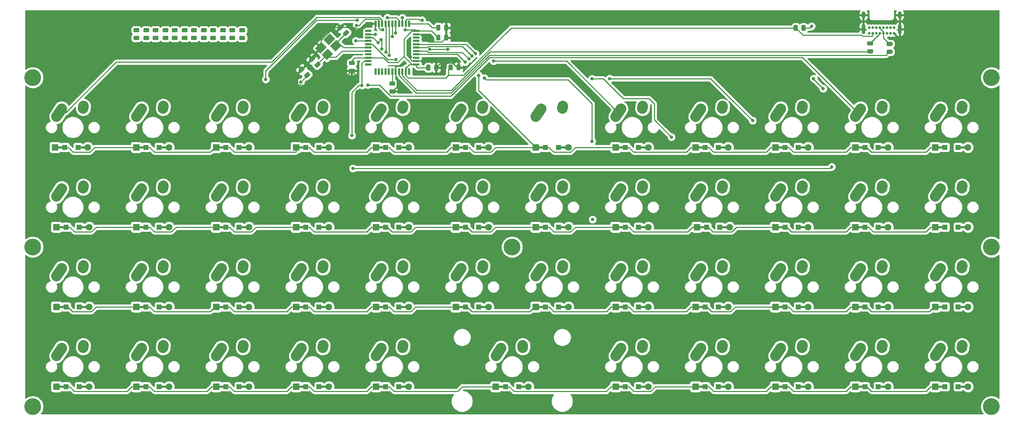
<source format=gbr>
G04 #@! TF.GenerationSoftware,KiCad,Pcbnew,(5.1.0)-1*
G04 #@! TF.CreationDate,2020-08-28T00:10:40-04:00*
G04 #@! TF.ProjectId,keyboard,6b657962-6f61-4726-942e-6b696361645f,rev?*
G04 #@! TF.SameCoordinates,Original*
G04 #@! TF.FileFunction,Copper,L2,Bot*
G04 #@! TF.FilePolarity,Positive*
%FSLAX46Y46*%
G04 Gerber Fmt 4.6, Leading zero omitted, Abs format (unit mm)*
G04 Created by KiCad (PCBNEW (5.1.0)-1) date 2020-08-28 00:10:40*
%MOMM*%
%LPD*%
G04 APERTURE LIST*
%ADD10C,0.020000*%
%ADD11C,0.975000*%
%ADD12C,4.000000*%
%ADD13C,0.650000*%
%ADD14O,0.900000X2.400000*%
%ADD15O,0.900000X1.700000*%
%ADD16R,0.550000X1.500000*%
%ADD17R,1.500000X0.550000*%
%ADD18R,2.500000X0.500000*%
%ADD19C,1.600000*%
%ADD20R,1.600000X1.600000*%
%ADD21R,1.200000X1.200000*%
%ADD22C,2.500000*%
%ADD23C,2.500000*%
%ADD24C,1.800000*%
%ADD25C,0.800000*%
%ADD26C,0.250000*%
%ADD27C,0.254000*%
G04 APERTURE END LIST*
D10*
G36*
X46612892Y-37693924D02*
G01*
X46636553Y-37697434D01*
X46659757Y-37703246D01*
X46682279Y-37711304D01*
X46703903Y-37721532D01*
X46724420Y-37733829D01*
X46743633Y-37748079D01*
X46761357Y-37764143D01*
X46777421Y-37781867D01*
X46791671Y-37801080D01*
X46803968Y-37821597D01*
X46814196Y-37843221D01*
X46822254Y-37865743D01*
X46828066Y-37888947D01*
X46831576Y-37912608D01*
X46832750Y-37936500D01*
X46832750Y-38424000D01*
X46831576Y-38447892D01*
X46828066Y-38471553D01*
X46822254Y-38494757D01*
X46814196Y-38517279D01*
X46803968Y-38538903D01*
X46791671Y-38559420D01*
X46777421Y-38578633D01*
X46761357Y-38596357D01*
X46743633Y-38612421D01*
X46724420Y-38626671D01*
X46703903Y-38638968D01*
X46682279Y-38649196D01*
X46659757Y-38657254D01*
X46636553Y-38663066D01*
X46612892Y-38666576D01*
X46589000Y-38667750D01*
X45676500Y-38667750D01*
X45652608Y-38666576D01*
X45628947Y-38663066D01*
X45605743Y-38657254D01*
X45583221Y-38649196D01*
X45561597Y-38638968D01*
X45541080Y-38626671D01*
X45521867Y-38612421D01*
X45504143Y-38596357D01*
X45488079Y-38578633D01*
X45473829Y-38559420D01*
X45461532Y-38538903D01*
X45451304Y-38517279D01*
X45443246Y-38494757D01*
X45437434Y-38471553D01*
X45433924Y-38447892D01*
X45432750Y-38424000D01*
X45432750Y-37936500D01*
X45433924Y-37912608D01*
X45437434Y-37888947D01*
X45443246Y-37865743D01*
X45451304Y-37843221D01*
X45461532Y-37821597D01*
X45473829Y-37801080D01*
X45488079Y-37781867D01*
X45504143Y-37764143D01*
X45521867Y-37748079D01*
X45541080Y-37733829D01*
X45561597Y-37721532D01*
X45583221Y-37711304D01*
X45605743Y-37703246D01*
X45628947Y-37697434D01*
X45652608Y-37693924D01*
X45676500Y-37692750D01*
X46589000Y-37692750D01*
X46612892Y-37693924D01*
X46612892Y-37693924D01*
G37*
D11*
X46132750Y-38180250D03*
D10*
G36*
X46612892Y-35818924D02*
G01*
X46636553Y-35822434D01*
X46659757Y-35828246D01*
X46682279Y-35836304D01*
X46703903Y-35846532D01*
X46724420Y-35858829D01*
X46743633Y-35873079D01*
X46761357Y-35889143D01*
X46777421Y-35906867D01*
X46791671Y-35926080D01*
X46803968Y-35946597D01*
X46814196Y-35968221D01*
X46822254Y-35990743D01*
X46828066Y-36013947D01*
X46831576Y-36037608D01*
X46832750Y-36061500D01*
X46832750Y-36549000D01*
X46831576Y-36572892D01*
X46828066Y-36596553D01*
X46822254Y-36619757D01*
X46814196Y-36642279D01*
X46803968Y-36663903D01*
X46791671Y-36684420D01*
X46777421Y-36703633D01*
X46761357Y-36721357D01*
X46743633Y-36737421D01*
X46724420Y-36751671D01*
X46703903Y-36763968D01*
X46682279Y-36774196D01*
X46659757Y-36782254D01*
X46636553Y-36788066D01*
X46612892Y-36791576D01*
X46589000Y-36792750D01*
X45676500Y-36792750D01*
X45652608Y-36791576D01*
X45628947Y-36788066D01*
X45605743Y-36782254D01*
X45583221Y-36774196D01*
X45561597Y-36763968D01*
X45541080Y-36751671D01*
X45521867Y-36737421D01*
X45504143Y-36721357D01*
X45488079Y-36703633D01*
X45473829Y-36684420D01*
X45461532Y-36663903D01*
X45451304Y-36642279D01*
X45443246Y-36619757D01*
X45437434Y-36596553D01*
X45433924Y-36572892D01*
X45432750Y-36549000D01*
X45432750Y-36061500D01*
X45433924Y-36037608D01*
X45437434Y-36013947D01*
X45443246Y-35990743D01*
X45451304Y-35968221D01*
X45461532Y-35946597D01*
X45473829Y-35926080D01*
X45488079Y-35906867D01*
X45504143Y-35889143D01*
X45521867Y-35873079D01*
X45541080Y-35858829D01*
X45561597Y-35846532D01*
X45583221Y-35836304D01*
X45605743Y-35828246D01*
X45628947Y-35822434D01*
X45652608Y-35818924D01*
X45676500Y-35817750D01*
X46589000Y-35817750D01*
X46612892Y-35818924D01*
X46612892Y-35818924D01*
G37*
D11*
X46132750Y-36305250D03*
D10*
G36*
X44231642Y-35818924D02*
G01*
X44255303Y-35822434D01*
X44278507Y-35828246D01*
X44301029Y-35836304D01*
X44322653Y-35846532D01*
X44343170Y-35858829D01*
X44362383Y-35873079D01*
X44380107Y-35889143D01*
X44396171Y-35906867D01*
X44410421Y-35926080D01*
X44422718Y-35946597D01*
X44432946Y-35968221D01*
X44441004Y-35990743D01*
X44446816Y-36013947D01*
X44450326Y-36037608D01*
X44451500Y-36061500D01*
X44451500Y-36549000D01*
X44450326Y-36572892D01*
X44446816Y-36596553D01*
X44441004Y-36619757D01*
X44432946Y-36642279D01*
X44422718Y-36663903D01*
X44410421Y-36684420D01*
X44396171Y-36703633D01*
X44380107Y-36721357D01*
X44362383Y-36737421D01*
X44343170Y-36751671D01*
X44322653Y-36763968D01*
X44301029Y-36774196D01*
X44278507Y-36782254D01*
X44255303Y-36788066D01*
X44231642Y-36791576D01*
X44207750Y-36792750D01*
X43295250Y-36792750D01*
X43271358Y-36791576D01*
X43247697Y-36788066D01*
X43224493Y-36782254D01*
X43201971Y-36774196D01*
X43180347Y-36763968D01*
X43159830Y-36751671D01*
X43140617Y-36737421D01*
X43122893Y-36721357D01*
X43106829Y-36703633D01*
X43092579Y-36684420D01*
X43080282Y-36663903D01*
X43070054Y-36642279D01*
X43061996Y-36619757D01*
X43056184Y-36596553D01*
X43052674Y-36572892D01*
X43051500Y-36549000D01*
X43051500Y-36061500D01*
X43052674Y-36037608D01*
X43056184Y-36013947D01*
X43061996Y-35990743D01*
X43070054Y-35968221D01*
X43080282Y-35946597D01*
X43092579Y-35926080D01*
X43106829Y-35906867D01*
X43122893Y-35889143D01*
X43140617Y-35873079D01*
X43159830Y-35858829D01*
X43180347Y-35846532D01*
X43201971Y-35836304D01*
X43224493Y-35828246D01*
X43247697Y-35822434D01*
X43271358Y-35818924D01*
X43295250Y-35817750D01*
X44207750Y-35817750D01*
X44231642Y-35818924D01*
X44231642Y-35818924D01*
G37*
D11*
X43751500Y-36305250D03*
D10*
G36*
X44231642Y-37693924D02*
G01*
X44255303Y-37697434D01*
X44278507Y-37703246D01*
X44301029Y-37711304D01*
X44322653Y-37721532D01*
X44343170Y-37733829D01*
X44362383Y-37748079D01*
X44380107Y-37764143D01*
X44396171Y-37781867D01*
X44410421Y-37801080D01*
X44422718Y-37821597D01*
X44432946Y-37843221D01*
X44441004Y-37865743D01*
X44446816Y-37888947D01*
X44450326Y-37912608D01*
X44451500Y-37936500D01*
X44451500Y-38424000D01*
X44450326Y-38447892D01*
X44446816Y-38471553D01*
X44441004Y-38494757D01*
X44432946Y-38517279D01*
X44422718Y-38538903D01*
X44410421Y-38559420D01*
X44396171Y-38578633D01*
X44380107Y-38596357D01*
X44362383Y-38612421D01*
X44343170Y-38626671D01*
X44322653Y-38638968D01*
X44301029Y-38649196D01*
X44278507Y-38657254D01*
X44255303Y-38663066D01*
X44231642Y-38666576D01*
X44207750Y-38667750D01*
X43295250Y-38667750D01*
X43271358Y-38666576D01*
X43247697Y-38663066D01*
X43224493Y-38657254D01*
X43201971Y-38649196D01*
X43180347Y-38638968D01*
X43159830Y-38626671D01*
X43140617Y-38612421D01*
X43122893Y-38596357D01*
X43106829Y-38578633D01*
X43092579Y-38559420D01*
X43080282Y-38538903D01*
X43070054Y-38517279D01*
X43061996Y-38494757D01*
X43056184Y-38471553D01*
X43052674Y-38447892D01*
X43051500Y-38424000D01*
X43051500Y-37936500D01*
X43052674Y-37912608D01*
X43056184Y-37888947D01*
X43061996Y-37865743D01*
X43070054Y-37843221D01*
X43080282Y-37821597D01*
X43092579Y-37801080D01*
X43106829Y-37781867D01*
X43122893Y-37764143D01*
X43140617Y-37748079D01*
X43159830Y-37733829D01*
X43180347Y-37721532D01*
X43201971Y-37711304D01*
X43224493Y-37703246D01*
X43247697Y-37697434D01*
X43271358Y-37693924D01*
X43295250Y-37692750D01*
X44207750Y-37692750D01*
X44231642Y-37693924D01*
X44231642Y-37693924D01*
G37*
D11*
X43751500Y-38180250D03*
D10*
G36*
X51184892Y-37693924D02*
G01*
X51208553Y-37697434D01*
X51231757Y-37703246D01*
X51254279Y-37711304D01*
X51275903Y-37721532D01*
X51296420Y-37733829D01*
X51315633Y-37748079D01*
X51333357Y-37764143D01*
X51349421Y-37781867D01*
X51363671Y-37801080D01*
X51375968Y-37821597D01*
X51386196Y-37843221D01*
X51394254Y-37865743D01*
X51400066Y-37888947D01*
X51403576Y-37912608D01*
X51404750Y-37936500D01*
X51404750Y-38424000D01*
X51403576Y-38447892D01*
X51400066Y-38471553D01*
X51394254Y-38494757D01*
X51386196Y-38517279D01*
X51375968Y-38538903D01*
X51363671Y-38559420D01*
X51349421Y-38578633D01*
X51333357Y-38596357D01*
X51315633Y-38612421D01*
X51296420Y-38626671D01*
X51275903Y-38638968D01*
X51254279Y-38649196D01*
X51231757Y-38657254D01*
X51208553Y-38663066D01*
X51184892Y-38666576D01*
X51161000Y-38667750D01*
X50248500Y-38667750D01*
X50224608Y-38666576D01*
X50200947Y-38663066D01*
X50177743Y-38657254D01*
X50155221Y-38649196D01*
X50133597Y-38638968D01*
X50113080Y-38626671D01*
X50093867Y-38612421D01*
X50076143Y-38596357D01*
X50060079Y-38578633D01*
X50045829Y-38559420D01*
X50033532Y-38538903D01*
X50023304Y-38517279D01*
X50015246Y-38494757D01*
X50009434Y-38471553D01*
X50005924Y-38447892D01*
X50004750Y-38424000D01*
X50004750Y-37936500D01*
X50005924Y-37912608D01*
X50009434Y-37888947D01*
X50015246Y-37865743D01*
X50023304Y-37843221D01*
X50033532Y-37821597D01*
X50045829Y-37801080D01*
X50060079Y-37781867D01*
X50076143Y-37764143D01*
X50093867Y-37748079D01*
X50113080Y-37733829D01*
X50133597Y-37721532D01*
X50155221Y-37711304D01*
X50177743Y-37703246D01*
X50200947Y-37697434D01*
X50224608Y-37693924D01*
X50248500Y-37692750D01*
X51161000Y-37692750D01*
X51184892Y-37693924D01*
X51184892Y-37693924D01*
G37*
D11*
X50704750Y-38180250D03*
D10*
G36*
X51184892Y-35818924D02*
G01*
X51208553Y-35822434D01*
X51231757Y-35828246D01*
X51254279Y-35836304D01*
X51275903Y-35846532D01*
X51296420Y-35858829D01*
X51315633Y-35873079D01*
X51333357Y-35889143D01*
X51349421Y-35906867D01*
X51363671Y-35926080D01*
X51375968Y-35946597D01*
X51386196Y-35968221D01*
X51394254Y-35990743D01*
X51400066Y-36013947D01*
X51403576Y-36037608D01*
X51404750Y-36061500D01*
X51404750Y-36549000D01*
X51403576Y-36572892D01*
X51400066Y-36596553D01*
X51394254Y-36619757D01*
X51386196Y-36642279D01*
X51375968Y-36663903D01*
X51363671Y-36684420D01*
X51349421Y-36703633D01*
X51333357Y-36721357D01*
X51315633Y-36737421D01*
X51296420Y-36751671D01*
X51275903Y-36763968D01*
X51254279Y-36774196D01*
X51231757Y-36782254D01*
X51208553Y-36788066D01*
X51184892Y-36791576D01*
X51161000Y-36792750D01*
X50248500Y-36792750D01*
X50224608Y-36791576D01*
X50200947Y-36788066D01*
X50177743Y-36782254D01*
X50155221Y-36774196D01*
X50133597Y-36763968D01*
X50113080Y-36751671D01*
X50093867Y-36737421D01*
X50076143Y-36721357D01*
X50060079Y-36703633D01*
X50045829Y-36684420D01*
X50033532Y-36663903D01*
X50023304Y-36642279D01*
X50015246Y-36619757D01*
X50009434Y-36596553D01*
X50005924Y-36572892D01*
X50004750Y-36549000D01*
X50004750Y-36061500D01*
X50005924Y-36037608D01*
X50009434Y-36013947D01*
X50015246Y-35990743D01*
X50023304Y-35968221D01*
X50033532Y-35946597D01*
X50045829Y-35926080D01*
X50060079Y-35906867D01*
X50076143Y-35889143D01*
X50093867Y-35873079D01*
X50113080Y-35858829D01*
X50133597Y-35846532D01*
X50155221Y-35836304D01*
X50177743Y-35828246D01*
X50200947Y-35822434D01*
X50224608Y-35818924D01*
X50248500Y-35817750D01*
X51161000Y-35817750D01*
X51184892Y-35818924D01*
X51184892Y-35818924D01*
G37*
D11*
X50704750Y-36305250D03*
D10*
G36*
X48803642Y-35818924D02*
G01*
X48827303Y-35822434D01*
X48850507Y-35828246D01*
X48873029Y-35836304D01*
X48894653Y-35846532D01*
X48915170Y-35858829D01*
X48934383Y-35873079D01*
X48952107Y-35889143D01*
X48968171Y-35906867D01*
X48982421Y-35926080D01*
X48994718Y-35946597D01*
X49004946Y-35968221D01*
X49013004Y-35990743D01*
X49018816Y-36013947D01*
X49022326Y-36037608D01*
X49023500Y-36061500D01*
X49023500Y-36549000D01*
X49022326Y-36572892D01*
X49018816Y-36596553D01*
X49013004Y-36619757D01*
X49004946Y-36642279D01*
X48994718Y-36663903D01*
X48982421Y-36684420D01*
X48968171Y-36703633D01*
X48952107Y-36721357D01*
X48934383Y-36737421D01*
X48915170Y-36751671D01*
X48894653Y-36763968D01*
X48873029Y-36774196D01*
X48850507Y-36782254D01*
X48827303Y-36788066D01*
X48803642Y-36791576D01*
X48779750Y-36792750D01*
X47867250Y-36792750D01*
X47843358Y-36791576D01*
X47819697Y-36788066D01*
X47796493Y-36782254D01*
X47773971Y-36774196D01*
X47752347Y-36763968D01*
X47731830Y-36751671D01*
X47712617Y-36737421D01*
X47694893Y-36721357D01*
X47678829Y-36703633D01*
X47664579Y-36684420D01*
X47652282Y-36663903D01*
X47642054Y-36642279D01*
X47633996Y-36619757D01*
X47628184Y-36596553D01*
X47624674Y-36572892D01*
X47623500Y-36549000D01*
X47623500Y-36061500D01*
X47624674Y-36037608D01*
X47628184Y-36013947D01*
X47633996Y-35990743D01*
X47642054Y-35968221D01*
X47652282Y-35946597D01*
X47664579Y-35926080D01*
X47678829Y-35906867D01*
X47694893Y-35889143D01*
X47712617Y-35873079D01*
X47731830Y-35858829D01*
X47752347Y-35846532D01*
X47773971Y-35836304D01*
X47796493Y-35828246D01*
X47819697Y-35822434D01*
X47843358Y-35818924D01*
X47867250Y-35817750D01*
X48779750Y-35817750D01*
X48803642Y-35818924D01*
X48803642Y-35818924D01*
G37*
D11*
X48323500Y-36305250D03*
D10*
G36*
X48803642Y-37693924D02*
G01*
X48827303Y-37697434D01*
X48850507Y-37703246D01*
X48873029Y-37711304D01*
X48894653Y-37721532D01*
X48915170Y-37733829D01*
X48934383Y-37748079D01*
X48952107Y-37764143D01*
X48968171Y-37781867D01*
X48982421Y-37801080D01*
X48994718Y-37821597D01*
X49004946Y-37843221D01*
X49013004Y-37865743D01*
X49018816Y-37888947D01*
X49022326Y-37912608D01*
X49023500Y-37936500D01*
X49023500Y-38424000D01*
X49022326Y-38447892D01*
X49018816Y-38471553D01*
X49013004Y-38494757D01*
X49004946Y-38517279D01*
X48994718Y-38538903D01*
X48982421Y-38559420D01*
X48968171Y-38578633D01*
X48952107Y-38596357D01*
X48934383Y-38612421D01*
X48915170Y-38626671D01*
X48894653Y-38638968D01*
X48873029Y-38649196D01*
X48850507Y-38657254D01*
X48827303Y-38663066D01*
X48803642Y-38666576D01*
X48779750Y-38667750D01*
X47867250Y-38667750D01*
X47843358Y-38666576D01*
X47819697Y-38663066D01*
X47796493Y-38657254D01*
X47773971Y-38649196D01*
X47752347Y-38638968D01*
X47731830Y-38626671D01*
X47712617Y-38612421D01*
X47694893Y-38596357D01*
X47678829Y-38578633D01*
X47664579Y-38559420D01*
X47652282Y-38538903D01*
X47642054Y-38517279D01*
X47633996Y-38494757D01*
X47628184Y-38471553D01*
X47624674Y-38447892D01*
X47623500Y-38424000D01*
X47623500Y-37936500D01*
X47624674Y-37912608D01*
X47628184Y-37888947D01*
X47633996Y-37865743D01*
X47642054Y-37843221D01*
X47652282Y-37821597D01*
X47664579Y-37801080D01*
X47678829Y-37781867D01*
X47694893Y-37764143D01*
X47712617Y-37748079D01*
X47731830Y-37733829D01*
X47752347Y-37721532D01*
X47773971Y-37711304D01*
X47796493Y-37703246D01*
X47819697Y-37697434D01*
X47843358Y-37693924D01*
X47867250Y-37692750D01*
X48779750Y-37692750D01*
X48803642Y-37693924D01*
X48803642Y-37693924D01*
G37*
D11*
X48323500Y-38180250D03*
D10*
G36*
X69472892Y-37693924D02*
G01*
X69496553Y-37697434D01*
X69519757Y-37703246D01*
X69542279Y-37711304D01*
X69563903Y-37721532D01*
X69584420Y-37733829D01*
X69603633Y-37748079D01*
X69621357Y-37764143D01*
X69637421Y-37781867D01*
X69651671Y-37801080D01*
X69663968Y-37821597D01*
X69674196Y-37843221D01*
X69682254Y-37865743D01*
X69688066Y-37888947D01*
X69691576Y-37912608D01*
X69692750Y-37936500D01*
X69692750Y-38424000D01*
X69691576Y-38447892D01*
X69688066Y-38471553D01*
X69682254Y-38494757D01*
X69674196Y-38517279D01*
X69663968Y-38538903D01*
X69651671Y-38559420D01*
X69637421Y-38578633D01*
X69621357Y-38596357D01*
X69603633Y-38612421D01*
X69584420Y-38626671D01*
X69563903Y-38638968D01*
X69542279Y-38649196D01*
X69519757Y-38657254D01*
X69496553Y-38663066D01*
X69472892Y-38666576D01*
X69449000Y-38667750D01*
X68536500Y-38667750D01*
X68512608Y-38666576D01*
X68488947Y-38663066D01*
X68465743Y-38657254D01*
X68443221Y-38649196D01*
X68421597Y-38638968D01*
X68401080Y-38626671D01*
X68381867Y-38612421D01*
X68364143Y-38596357D01*
X68348079Y-38578633D01*
X68333829Y-38559420D01*
X68321532Y-38538903D01*
X68311304Y-38517279D01*
X68303246Y-38494757D01*
X68297434Y-38471553D01*
X68293924Y-38447892D01*
X68292750Y-38424000D01*
X68292750Y-37936500D01*
X68293924Y-37912608D01*
X68297434Y-37888947D01*
X68303246Y-37865743D01*
X68311304Y-37843221D01*
X68321532Y-37821597D01*
X68333829Y-37801080D01*
X68348079Y-37781867D01*
X68364143Y-37764143D01*
X68381867Y-37748079D01*
X68401080Y-37733829D01*
X68421597Y-37721532D01*
X68443221Y-37711304D01*
X68465743Y-37703246D01*
X68488947Y-37697434D01*
X68512608Y-37693924D01*
X68536500Y-37692750D01*
X69449000Y-37692750D01*
X69472892Y-37693924D01*
X69472892Y-37693924D01*
G37*
D11*
X68992750Y-38180250D03*
D10*
G36*
X69472892Y-35818924D02*
G01*
X69496553Y-35822434D01*
X69519757Y-35828246D01*
X69542279Y-35836304D01*
X69563903Y-35846532D01*
X69584420Y-35858829D01*
X69603633Y-35873079D01*
X69621357Y-35889143D01*
X69637421Y-35906867D01*
X69651671Y-35926080D01*
X69663968Y-35946597D01*
X69674196Y-35968221D01*
X69682254Y-35990743D01*
X69688066Y-36013947D01*
X69691576Y-36037608D01*
X69692750Y-36061500D01*
X69692750Y-36549000D01*
X69691576Y-36572892D01*
X69688066Y-36596553D01*
X69682254Y-36619757D01*
X69674196Y-36642279D01*
X69663968Y-36663903D01*
X69651671Y-36684420D01*
X69637421Y-36703633D01*
X69621357Y-36721357D01*
X69603633Y-36737421D01*
X69584420Y-36751671D01*
X69563903Y-36763968D01*
X69542279Y-36774196D01*
X69519757Y-36782254D01*
X69496553Y-36788066D01*
X69472892Y-36791576D01*
X69449000Y-36792750D01*
X68536500Y-36792750D01*
X68512608Y-36791576D01*
X68488947Y-36788066D01*
X68465743Y-36782254D01*
X68443221Y-36774196D01*
X68421597Y-36763968D01*
X68401080Y-36751671D01*
X68381867Y-36737421D01*
X68364143Y-36721357D01*
X68348079Y-36703633D01*
X68333829Y-36684420D01*
X68321532Y-36663903D01*
X68311304Y-36642279D01*
X68303246Y-36619757D01*
X68297434Y-36596553D01*
X68293924Y-36572892D01*
X68292750Y-36549000D01*
X68292750Y-36061500D01*
X68293924Y-36037608D01*
X68297434Y-36013947D01*
X68303246Y-35990743D01*
X68311304Y-35968221D01*
X68321532Y-35946597D01*
X68333829Y-35926080D01*
X68348079Y-35906867D01*
X68364143Y-35889143D01*
X68381867Y-35873079D01*
X68401080Y-35858829D01*
X68421597Y-35846532D01*
X68443221Y-35836304D01*
X68465743Y-35828246D01*
X68488947Y-35822434D01*
X68512608Y-35818924D01*
X68536500Y-35817750D01*
X69449000Y-35817750D01*
X69472892Y-35818924D01*
X69472892Y-35818924D01*
G37*
D11*
X68992750Y-36305250D03*
D10*
G36*
X67091642Y-35818924D02*
G01*
X67115303Y-35822434D01*
X67138507Y-35828246D01*
X67161029Y-35836304D01*
X67182653Y-35846532D01*
X67203170Y-35858829D01*
X67222383Y-35873079D01*
X67240107Y-35889143D01*
X67256171Y-35906867D01*
X67270421Y-35926080D01*
X67282718Y-35946597D01*
X67292946Y-35968221D01*
X67301004Y-35990743D01*
X67306816Y-36013947D01*
X67310326Y-36037608D01*
X67311500Y-36061500D01*
X67311500Y-36549000D01*
X67310326Y-36572892D01*
X67306816Y-36596553D01*
X67301004Y-36619757D01*
X67292946Y-36642279D01*
X67282718Y-36663903D01*
X67270421Y-36684420D01*
X67256171Y-36703633D01*
X67240107Y-36721357D01*
X67222383Y-36737421D01*
X67203170Y-36751671D01*
X67182653Y-36763968D01*
X67161029Y-36774196D01*
X67138507Y-36782254D01*
X67115303Y-36788066D01*
X67091642Y-36791576D01*
X67067750Y-36792750D01*
X66155250Y-36792750D01*
X66131358Y-36791576D01*
X66107697Y-36788066D01*
X66084493Y-36782254D01*
X66061971Y-36774196D01*
X66040347Y-36763968D01*
X66019830Y-36751671D01*
X66000617Y-36737421D01*
X65982893Y-36721357D01*
X65966829Y-36703633D01*
X65952579Y-36684420D01*
X65940282Y-36663903D01*
X65930054Y-36642279D01*
X65921996Y-36619757D01*
X65916184Y-36596553D01*
X65912674Y-36572892D01*
X65911500Y-36549000D01*
X65911500Y-36061500D01*
X65912674Y-36037608D01*
X65916184Y-36013947D01*
X65921996Y-35990743D01*
X65930054Y-35968221D01*
X65940282Y-35946597D01*
X65952579Y-35926080D01*
X65966829Y-35906867D01*
X65982893Y-35889143D01*
X66000617Y-35873079D01*
X66019830Y-35858829D01*
X66040347Y-35846532D01*
X66061971Y-35836304D01*
X66084493Y-35828246D01*
X66107697Y-35822434D01*
X66131358Y-35818924D01*
X66155250Y-35817750D01*
X67067750Y-35817750D01*
X67091642Y-35818924D01*
X67091642Y-35818924D01*
G37*
D11*
X66611500Y-36305250D03*
D10*
G36*
X67091642Y-37693924D02*
G01*
X67115303Y-37697434D01*
X67138507Y-37703246D01*
X67161029Y-37711304D01*
X67182653Y-37721532D01*
X67203170Y-37733829D01*
X67222383Y-37748079D01*
X67240107Y-37764143D01*
X67256171Y-37781867D01*
X67270421Y-37801080D01*
X67282718Y-37821597D01*
X67292946Y-37843221D01*
X67301004Y-37865743D01*
X67306816Y-37888947D01*
X67310326Y-37912608D01*
X67311500Y-37936500D01*
X67311500Y-38424000D01*
X67310326Y-38447892D01*
X67306816Y-38471553D01*
X67301004Y-38494757D01*
X67292946Y-38517279D01*
X67282718Y-38538903D01*
X67270421Y-38559420D01*
X67256171Y-38578633D01*
X67240107Y-38596357D01*
X67222383Y-38612421D01*
X67203170Y-38626671D01*
X67182653Y-38638968D01*
X67161029Y-38649196D01*
X67138507Y-38657254D01*
X67115303Y-38663066D01*
X67091642Y-38666576D01*
X67067750Y-38667750D01*
X66155250Y-38667750D01*
X66131358Y-38666576D01*
X66107697Y-38663066D01*
X66084493Y-38657254D01*
X66061971Y-38649196D01*
X66040347Y-38638968D01*
X66019830Y-38626671D01*
X66000617Y-38612421D01*
X65982893Y-38596357D01*
X65966829Y-38578633D01*
X65952579Y-38559420D01*
X65940282Y-38538903D01*
X65930054Y-38517279D01*
X65921996Y-38494757D01*
X65916184Y-38471553D01*
X65912674Y-38447892D01*
X65911500Y-38424000D01*
X65911500Y-37936500D01*
X65912674Y-37912608D01*
X65916184Y-37888947D01*
X65921996Y-37865743D01*
X65930054Y-37843221D01*
X65940282Y-37821597D01*
X65952579Y-37801080D01*
X65966829Y-37781867D01*
X65982893Y-37764143D01*
X66000617Y-37748079D01*
X66019830Y-37733829D01*
X66040347Y-37721532D01*
X66061971Y-37711304D01*
X66084493Y-37703246D01*
X66107697Y-37697434D01*
X66131358Y-37693924D01*
X66155250Y-37692750D01*
X67067750Y-37692750D01*
X67091642Y-37693924D01*
X67091642Y-37693924D01*
G37*
D11*
X66611500Y-38180250D03*
D10*
G36*
X64900892Y-37693924D02*
G01*
X64924553Y-37697434D01*
X64947757Y-37703246D01*
X64970279Y-37711304D01*
X64991903Y-37721532D01*
X65012420Y-37733829D01*
X65031633Y-37748079D01*
X65049357Y-37764143D01*
X65065421Y-37781867D01*
X65079671Y-37801080D01*
X65091968Y-37821597D01*
X65102196Y-37843221D01*
X65110254Y-37865743D01*
X65116066Y-37888947D01*
X65119576Y-37912608D01*
X65120750Y-37936500D01*
X65120750Y-38424000D01*
X65119576Y-38447892D01*
X65116066Y-38471553D01*
X65110254Y-38494757D01*
X65102196Y-38517279D01*
X65091968Y-38538903D01*
X65079671Y-38559420D01*
X65065421Y-38578633D01*
X65049357Y-38596357D01*
X65031633Y-38612421D01*
X65012420Y-38626671D01*
X64991903Y-38638968D01*
X64970279Y-38649196D01*
X64947757Y-38657254D01*
X64924553Y-38663066D01*
X64900892Y-38666576D01*
X64877000Y-38667750D01*
X63964500Y-38667750D01*
X63940608Y-38666576D01*
X63916947Y-38663066D01*
X63893743Y-38657254D01*
X63871221Y-38649196D01*
X63849597Y-38638968D01*
X63829080Y-38626671D01*
X63809867Y-38612421D01*
X63792143Y-38596357D01*
X63776079Y-38578633D01*
X63761829Y-38559420D01*
X63749532Y-38538903D01*
X63739304Y-38517279D01*
X63731246Y-38494757D01*
X63725434Y-38471553D01*
X63721924Y-38447892D01*
X63720750Y-38424000D01*
X63720750Y-37936500D01*
X63721924Y-37912608D01*
X63725434Y-37888947D01*
X63731246Y-37865743D01*
X63739304Y-37843221D01*
X63749532Y-37821597D01*
X63761829Y-37801080D01*
X63776079Y-37781867D01*
X63792143Y-37764143D01*
X63809867Y-37748079D01*
X63829080Y-37733829D01*
X63849597Y-37721532D01*
X63871221Y-37711304D01*
X63893743Y-37703246D01*
X63916947Y-37697434D01*
X63940608Y-37693924D01*
X63964500Y-37692750D01*
X64877000Y-37692750D01*
X64900892Y-37693924D01*
X64900892Y-37693924D01*
G37*
D11*
X64420750Y-38180250D03*
D10*
G36*
X64900892Y-35818924D02*
G01*
X64924553Y-35822434D01*
X64947757Y-35828246D01*
X64970279Y-35836304D01*
X64991903Y-35846532D01*
X65012420Y-35858829D01*
X65031633Y-35873079D01*
X65049357Y-35889143D01*
X65065421Y-35906867D01*
X65079671Y-35926080D01*
X65091968Y-35946597D01*
X65102196Y-35968221D01*
X65110254Y-35990743D01*
X65116066Y-36013947D01*
X65119576Y-36037608D01*
X65120750Y-36061500D01*
X65120750Y-36549000D01*
X65119576Y-36572892D01*
X65116066Y-36596553D01*
X65110254Y-36619757D01*
X65102196Y-36642279D01*
X65091968Y-36663903D01*
X65079671Y-36684420D01*
X65065421Y-36703633D01*
X65049357Y-36721357D01*
X65031633Y-36737421D01*
X65012420Y-36751671D01*
X64991903Y-36763968D01*
X64970279Y-36774196D01*
X64947757Y-36782254D01*
X64924553Y-36788066D01*
X64900892Y-36791576D01*
X64877000Y-36792750D01*
X63964500Y-36792750D01*
X63940608Y-36791576D01*
X63916947Y-36788066D01*
X63893743Y-36782254D01*
X63871221Y-36774196D01*
X63849597Y-36763968D01*
X63829080Y-36751671D01*
X63809867Y-36737421D01*
X63792143Y-36721357D01*
X63776079Y-36703633D01*
X63761829Y-36684420D01*
X63749532Y-36663903D01*
X63739304Y-36642279D01*
X63731246Y-36619757D01*
X63725434Y-36596553D01*
X63721924Y-36572892D01*
X63720750Y-36549000D01*
X63720750Y-36061500D01*
X63721924Y-36037608D01*
X63725434Y-36013947D01*
X63731246Y-35990743D01*
X63739304Y-35968221D01*
X63749532Y-35946597D01*
X63761829Y-35926080D01*
X63776079Y-35906867D01*
X63792143Y-35889143D01*
X63809867Y-35873079D01*
X63829080Y-35858829D01*
X63849597Y-35846532D01*
X63871221Y-35836304D01*
X63893743Y-35828246D01*
X63916947Y-35822434D01*
X63940608Y-35818924D01*
X63964500Y-35817750D01*
X64877000Y-35817750D01*
X64900892Y-35818924D01*
X64900892Y-35818924D01*
G37*
D11*
X64420750Y-36305250D03*
D10*
G36*
X62519642Y-35818924D02*
G01*
X62543303Y-35822434D01*
X62566507Y-35828246D01*
X62589029Y-35836304D01*
X62610653Y-35846532D01*
X62631170Y-35858829D01*
X62650383Y-35873079D01*
X62668107Y-35889143D01*
X62684171Y-35906867D01*
X62698421Y-35926080D01*
X62710718Y-35946597D01*
X62720946Y-35968221D01*
X62729004Y-35990743D01*
X62734816Y-36013947D01*
X62738326Y-36037608D01*
X62739500Y-36061500D01*
X62739500Y-36549000D01*
X62738326Y-36572892D01*
X62734816Y-36596553D01*
X62729004Y-36619757D01*
X62720946Y-36642279D01*
X62710718Y-36663903D01*
X62698421Y-36684420D01*
X62684171Y-36703633D01*
X62668107Y-36721357D01*
X62650383Y-36737421D01*
X62631170Y-36751671D01*
X62610653Y-36763968D01*
X62589029Y-36774196D01*
X62566507Y-36782254D01*
X62543303Y-36788066D01*
X62519642Y-36791576D01*
X62495750Y-36792750D01*
X61583250Y-36792750D01*
X61559358Y-36791576D01*
X61535697Y-36788066D01*
X61512493Y-36782254D01*
X61489971Y-36774196D01*
X61468347Y-36763968D01*
X61447830Y-36751671D01*
X61428617Y-36737421D01*
X61410893Y-36721357D01*
X61394829Y-36703633D01*
X61380579Y-36684420D01*
X61368282Y-36663903D01*
X61358054Y-36642279D01*
X61349996Y-36619757D01*
X61344184Y-36596553D01*
X61340674Y-36572892D01*
X61339500Y-36549000D01*
X61339500Y-36061500D01*
X61340674Y-36037608D01*
X61344184Y-36013947D01*
X61349996Y-35990743D01*
X61358054Y-35968221D01*
X61368282Y-35946597D01*
X61380579Y-35926080D01*
X61394829Y-35906867D01*
X61410893Y-35889143D01*
X61428617Y-35873079D01*
X61447830Y-35858829D01*
X61468347Y-35846532D01*
X61489971Y-35836304D01*
X61512493Y-35828246D01*
X61535697Y-35822434D01*
X61559358Y-35818924D01*
X61583250Y-35817750D01*
X62495750Y-35817750D01*
X62519642Y-35818924D01*
X62519642Y-35818924D01*
G37*
D11*
X62039500Y-36305250D03*
D10*
G36*
X62519642Y-37693924D02*
G01*
X62543303Y-37697434D01*
X62566507Y-37703246D01*
X62589029Y-37711304D01*
X62610653Y-37721532D01*
X62631170Y-37733829D01*
X62650383Y-37748079D01*
X62668107Y-37764143D01*
X62684171Y-37781867D01*
X62698421Y-37801080D01*
X62710718Y-37821597D01*
X62720946Y-37843221D01*
X62729004Y-37865743D01*
X62734816Y-37888947D01*
X62738326Y-37912608D01*
X62739500Y-37936500D01*
X62739500Y-38424000D01*
X62738326Y-38447892D01*
X62734816Y-38471553D01*
X62729004Y-38494757D01*
X62720946Y-38517279D01*
X62710718Y-38538903D01*
X62698421Y-38559420D01*
X62684171Y-38578633D01*
X62668107Y-38596357D01*
X62650383Y-38612421D01*
X62631170Y-38626671D01*
X62610653Y-38638968D01*
X62589029Y-38649196D01*
X62566507Y-38657254D01*
X62543303Y-38663066D01*
X62519642Y-38666576D01*
X62495750Y-38667750D01*
X61583250Y-38667750D01*
X61559358Y-38666576D01*
X61535697Y-38663066D01*
X61512493Y-38657254D01*
X61489971Y-38649196D01*
X61468347Y-38638968D01*
X61447830Y-38626671D01*
X61428617Y-38612421D01*
X61410893Y-38596357D01*
X61394829Y-38578633D01*
X61380579Y-38559420D01*
X61368282Y-38538903D01*
X61358054Y-38517279D01*
X61349996Y-38494757D01*
X61344184Y-38471553D01*
X61340674Y-38447892D01*
X61339500Y-38424000D01*
X61339500Y-37936500D01*
X61340674Y-37912608D01*
X61344184Y-37888947D01*
X61349996Y-37865743D01*
X61358054Y-37843221D01*
X61368282Y-37821597D01*
X61380579Y-37801080D01*
X61394829Y-37781867D01*
X61410893Y-37764143D01*
X61428617Y-37748079D01*
X61447830Y-37733829D01*
X61468347Y-37721532D01*
X61489971Y-37711304D01*
X61512493Y-37703246D01*
X61535697Y-37697434D01*
X61559358Y-37693924D01*
X61583250Y-37692750D01*
X62495750Y-37692750D01*
X62519642Y-37693924D01*
X62519642Y-37693924D01*
G37*
D11*
X62039500Y-38180250D03*
D10*
G36*
X60328892Y-37693924D02*
G01*
X60352553Y-37697434D01*
X60375757Y-37703246D01*
X60398279Y-37711304D01*
X60419903Y-37721532D01*
X60440420Y-37733829D01*
X60459633Y-37748079D01*
X60477357Y-37764143D01*
X60493421Y-37781867D01*
X60507671Y-37801080D01*
X60519968Y-37821597D01*
X60530196Y-37843221D01*
X60538254Y-37865743D01*
X60544066Y-37888947D01*
X60547576Y-37912608D01*
X60548750Y-37936500D01*
X60548750Y-38424000D01*
X60547576Y-38447892D01*
X60544066Y-38471553D01*
X60538254Y-38494757D01*
X60530196Y-38517279D01*
X60519968Y-38538903D01*
X60507671Y-38559420D01*
X60493421Y-38578633D01*
X60477357Y-38596357D01*
X60459633Y-38612421D01*
X60440420Y-38626671D01*
X60419903Y-38638968D01*
X60398279Y-38649196D01*
X60375757Y-38657254D01*
X60352553Y-38663066D01*
X60328892Y-38666576D01*
X60305000Y-38667750D01*
X59392500Y-38667750D01*
X59368608Y-38666576D01*
X59344947Y-38663066D01*
X59321743Y-38657254D01*
X59299221Y-38649196D01*
X59277597Y-38638968D01*
X59257080Y-38626671D01*
X59237867Y-38612421D01*
X59220143Y-38596357D01*
X59204079Y-38578633D01*
X59189829Y-38559420D01*
X59177532Y-38538903D01*
X59167304Y-38517279D01*
X59159246Y-38494757D01*
X59153434Y-38471553D01*
X59149924Y-38447892D01*
X59148750Y-38424000D01*
X59148750Y-37936500D01*
X59149924Y-37912608D01*
X59153434Y-37888947D01*
X59159246Y-37865743D01*
X59167304Y-37843221D01*
X59177532Y-37821597D01*
X59189829Y-37801080D01*
X59204079Y-37781867D01*
X59220143Y-37764143D01*
X59237867Y-37748079D01*
X59257080Y-37733829D01*
X59277597Y-37721532D01*
X59299221Y-37711304D01*
X59321743Y-37703246D01*
X59344947Y-37697434D01*
X59368608Y-37693924D01*
X59392500Y-37692750D01*
X60305000Y-37692750D01*
X60328892Y-37693924D01*
X60328892Y-37693924D01*
G37*
D11*
X59848750Y-38180250D03*
D10*
G36*
X60328892Y-35818924D02*
G01*
X60352553Y-35822434D01*
X60375757Y-35828246D01*
X60398279Y-35836304D01*
X60419903Y-35846532D01*
X60440420Y-35858829D01*
X60459633Y-35873079D01*
X60477357Y-35889143D01*
X60493421Y-35906867D01*
X60507671Y-35926080D01*
X60519968Y-35946597D01*
X60530196Y-35968221D01*
X60538254Y-35990743D01*
X60544066Y-36013947D01*
X60547576Y-36037608D01*
X60548750Y-36061500D01*
X60548750Y-36549000D01*
X60547576Y-36572892D01*
X60544066Y-36596553D01*
X60538254Y-36619757D01*
X60530196Y-36642279D01*
X60519968Y-36663903D01*
X60507671Y-36684420D01*
X60493421Y-36703633D01*
X60477357Y-36721357D01*
X60459633Y-36737421D01*
X60440420Y-36751671D01*
X60419903Y-36763968D01*
X60398279Y-36774196D01*
X60375757Y-36782254D01*
X60352553Y-36788066D01*
X60328892Y-36791576D01*
X60305000Y-36792750D01*
X59392500Y-36792750D01*
X59368608Y-36791576D01*
X59344947Y-36788066D01*
X59321743Y-36782254D01*
X59299221Y-36774196D01*
X59277597Y-36763968D01*
X59257080Y-36751671D01*
X59237867Y-36737421D01*
X59220143Y-36721357D01*
X59204079Y-36703633D01*
X59189829Y-36684420D01*
X59177532Y-36663903D01*
X59167304Y-36642279D01*
X59159246Y-36619757D01*
X59153434Y-36596553D01*
X59149924Y-36572892D01*
X59148750Y-36549000D01*
X59148750Y-36061500D01*
X59149924Y-36037608D01*
X59153434Y-36013947D01*
X59159246Y-35990743D01*
X59167304Y-35968221D01*
X59177532Y-35946597D01*
X59189829Y-35926080D01*
X59204079Y-35906867D01*
X59220143Y-35889143D01*
X59237867Y-35873079D01*
X59257080Y-35858829D01*
X59277597Y-35846532D01*
X59299221Y-35836304D01*
X59321743Y-35828246D01*
X59344947Y-35822434D01*
X59368608Y-35818924D01*
X59392500Y-35817750D01*
X60305000Y-35817750D01*
X60328892Y-35818924D01*
X60328892Y-35818924D01*
G37*
D11*
X59848750Y-36305250D03*
D10*
G36*
X57947642Y-35818924D02*
G01*
X57971303Y-35822434D01*
X57994507Y-35828246D01*
X58017029Y-35836304D01*
X58038653Y-35846532D01*
X58059170Y-35858829D01*
X58078383Y-35873079D01*
X58096107Y-35889143D01*
X58112171Y-35906867D01*
X58126421Y-35926080D01*
X58138718Y-35946597D01*
X58148946Y-35968221D01*
X58157004Y-35990743D01*
X58162816Y-36013947D01*
X58166326Y-36037608D01*
X58167500Y-36061500D01*
X58167500Y-36549000D01*
X58166326Y-36572892D01*
X58162816Y-36596553D01*
X58157004Y-36619757D01*
X58148946Y-36642279D01*
X58138718Y-36663903D01*
X58126421Y-36684420D01*
X58112171Y-36703633D01*
X58096107Y-36721357D01*
X58078383Y-36737421D01*
X58059170Y-36751671D01*
X58038653Y-36763968D01*
X58017029Y-36774196D01*
X57994507Y-36782254D01*
X57971303Y-36788066D01*
X57947642Y-36791576D01*
X57923750Y-36792750D01*
X57011250Y-36792750D01*
X56987358Y-36791576D01*
X56963697Y-36788066D01*
X56940493Y-36782254D01*
X56917971Y-36774196D01*
X56896347Y-36763968D01*
X56875830Y-36751671D01*
X56856617Y-36737421D01*
X56838893Y-36721357D01*
X56822829Y-36703633D01*
X56808579Y-36684420D01*
X56796282Y-36663903D01*
X56786054Y-36642279D01*
X56777996Y-36619757D01*
X56772184Y-36596553D01*
X56768674Y-36572892D01*
X56767500Y-36549000D01*
X56767500Y-36061500D01*
X56768674Y-36037608D01*
X56772184Y-36013947D01*
X56777996Y-35990743D01*
X56786054Y-35968221D01*
X56796282Y-35946597D01*
X56808579Y-35926080D01*
X56822829Y-35906867D01*
X56838893Y-35889143D01*
X56856617Y-35873079D01*
X56875830Y-35858829D01*
X56896347Y-35846532D01*
X56917971Y-35836304D01*
X56940493Y-35828246D01*
X56963697Y-35822434D01*
X56987358Y-35818924D01*
X57011250Y-35817750D01*
X57923750Y-35817750D01*
X57947642Y-35818924D01*
X57947642Y-35818924D01*
G37*
D11*
X57467500Y-36305250D03*
D10*
G36*
X57947642Y-37693924D02*
G01*
X57971303Y-37697434D01*
X57994507Y-37703246D01*
X58017029Y-37711304D01*
X58038653Y-37721532D01*
X58059170Y-37733829D01*
X58078383Y-37748079D01*
X58096107Y-37764143D01*
X58112171Y-37781867D01*
X58126421Y-37801080D01*
X58138718Y-37821597D01*
X58148946Y-37843221D01*
X58157004Y-37865743D01*
X58162816Y-37888947D01*
X58166326Y-37912608D01*
X58167500Y-37936500D01*
X58167500Y-38424000D01*
X58166326Y-38447892D01*
X58162816Y-38471553D01*
X58157004Y-38494757D01*
X58148946Y-38517279D01*
X58138718Y-38538903D01*
X58126421Y-38559420D01*
X58112171Y-38578633D01*
X58096107Y-38596357D01*
X58078383Y-38612421D01*
X58059170Y-38626671D01*
X58038653Y-38638968D01*
X58017029Y-38649196D01*
X57994507Y-38657254D01*
X57971303Y-38663066D01*
X57947642Y-38666576D01*
X57923750Y-38667750D01*
X57011250Y-38667750D01*
X56987358Y-38666576D01*
X56963697Y-38663066D01*
X56940493Y-38657254D01*
X56917971Y-38649196D01*
X56896347Y-38638968D01*
X56875830Y-38626671D01*
X56856617Y-38612421D01*
X56838893Y-38596357D01*
X56822829Y-38578633D01*
X56808579Y-38559420D01*
X56796282Y-38538903D01*
X56786054Y-38517279D01*
X56777996Y-38494757D01*
X56772184Y-38471553D01*
X56768674Y-38447892D01*
X56767500Y-38424000D01*
X56767500Y-37936500D01*
X56768674Y-37912608D01*
X56772184Y-37888947D01*
X56777996Y-37865743D01*
X56786054Y-37843221D01*
X56796282Y-37821597D01*
X56808579Y-37801080D01*
X56822829Y-37781867D01*
X56838893Y-37764143D01*
X56856617Y-37748079D01*
X56875830Y-37733829D01*
X56896347Y-37721532D01*
X56917971Y-37711304D01*
X56940493Y-37703246D01*
X56963697Y-37697434D01*
X56987358Y-37693924D01*
X57011250Y-37692750D01*
X57923750Y-37692750D01*
X57947642Y-37693924D01*
X57947642Y-37693924D01*
G37*
D11*
X57467500Y-38180250D03*
D10*
G36*
X55756892Y-35818924D02*
G01*
X55780553Y-35822434D01*
X55803757Y-35828246D01*
X55826279Y-35836304D01*
X55847903Y-35846532D01*
X55868420Y-35858829D01*
X55887633Y-35873079D01*
X55905357Y-35889143D01*
X55921421Y-35906867D01*
X55935671Y-35926080D01*
X55947968Y-35946597D01*
X55958196Y-35968221D01*
X55966254Y-35990743D01*
X55972066Y-36013947D01*
X55975576Y-36037608D01*
X55976750Y-36061500D01*
X55976750Y-36549000D01*
X55975576Y-36572892D01*
X55972066Y-36596553D01*
X55966254Y-36619757D01*
X55958196Y-36642279D01*
X55947968Y-36663903D01*
X55935671Y-36684420D01*
X55921421Y-36703633D01*
X55905357Y-36721357D01*
X55887633Y-36737421D01*
X55868420Y-36751671D01*
X55847903Y-36763968D01*
X55826279Y-36774196D01*
X55803757Y-36782254D01*
X55780553Y-36788066D01*
X55756892Y-36791576D01*
X55733000Y-36792750D01*
X54820500Y-36792750D01*
X54796608Y-36791576D01*
X54772947Y-36788066D01*
X54749743Y-36782254D01*
X54727221Y-36774196D01*
X54705597Y-36763968D01*
X54685080Y-36751671D01*
X54665867Y-36737421D01*
X54648143Y-36721357D01*
X54632079Y-36703633D01*
X54617829Y-36684420D01*
X54605532Y-36663903D01*
X54595304Y-36642279D01*
X54587246Y-36619757D01*
X54581434Y-36596553D01*
X54577924Y-36572892D01*
X54576750Y-36549000D01*
X54576750Y-36061500D01*
X54577924Y-36037608D01*
X54581434Y-36013947D01*
X54587246Y-35990743D01*
X54595304Y-35968221D01*
X54605532Y-35946597D01*
X54617829Y-35926080D01*
X54632079Y-35906867D01*
X54648143Y-35889143D01*
X54665867Y-35873079D01*
X54685080Y-35858829D01*
X54705597Y-35846532D01*
X54727221Y-35836304D01*
X54749743Y-35828246D01*
X54772947Y-35822434D01*
X54796608Y-35818924D01*
X54820500Y-35817750D01*
X55733000Y-35817750D01*
X55756892Y-35818924D01*
X55756892Y-35818924D01*
G37*
D11*
X55276750Y-36305250D03*
D10*
G36*
X55756892Y-37693924D02*
G01*
X55780553Y-37697434D01*
X55803757Y-37703246D01*
X55826279Y-37711304D01*
X55847903Y-37721532D01*
X55868420Y-37733829D01*
X55887633Y-37748079D01*
X55905357Y-37764143D01*
X55921421Y-37781867D01*
X55935671Y-37801080D01*
X55947968Y-37821597D01*
X55958196Y-37843221D01*
X55966254Y-37865743D01*
X55972066Y-37888947D01*
X55975576Y-37912608D01*
X55976750Y-37936500D01*
X55976750Y-38424000D01*
X55975576Y-38447892D01*
X55972066Y-38471553D01*
X55966254Y-38494757D01*
X55958196Y-38517279D01*
X55947968Y-38538903D01*
X55935671Y-38559420D01*
X55921421Y-38578633D01*
X55905357Y-38596357D01*
X55887633Y-38612421D01*
X55868420Y-38626671D01*
X55847903Y-38638968D01*
X55826279Y-38649196D01*
X55803757Y-38657254D01*
X55780553Y-38663066D01*
X55756892Y-38666576D01*
X55733000Y-38667750D01*
X54820500Y-38667750D01*
X54796608Y-38666576D01*
X54772947Y-38663066D01*
X54749743Y-38657254D01*
X54727221Y-38649196D01*
X54705597Y-38638968D01*
X54685080Y-38626671D01*
X54665867Y-38612421D01*
X54648143Y-38596357D01*
X54632079Y-38578633D01*
X54617829Y-38559420D01*
X54605532Y-38538903D01*
X54595304Y-38517279D01*
X54587246Y-38494757D01*
X54581434Y-38471553D01*
X54577924Y-38447892D01*
X54576750Y-38424000D01*
X54576750Y-37936500D01*
X54577924Y-37912608D01*
X54581434Y-37888947D01*
X54587246Y-37865743D01*
X54595304Y-37843221D01*
X54605532Y-37821597D01*
X54617829Y-37801080D01*
X54632079Y-37781867D01*
X54648143Y-37764143D01*
X54665867Y-37748079D01*
X54685080Y-37733829D01*
X54705597Y-37721532D01*
X54727221Y-37711304D01*
X54749743Y-37703246D01*
X54772947Y-37697434D01*
X54796608Y-37693924D01*
X54820500Y-37692750D01*
X55733000Y-37692750D01*
X55756892Y-37693924D01*
X55756892Y-37693924D01*
G37*
D11*
X55276750Y-38180250D03*
D10*
G36*
X53375642Y-37693924D02*
G01*
X53399303Y-37697434D01*
X53422507Y-37703246D01*
X53445029Y-37711304D01*
X53466653Y-37721532D01*
X53487170Y-37733829D01*
X53506383Y-37748079D01*
X53524107Y-37764143D01*
X53540171Y-37781867D01*
X53554421Y-37801080D01*
X53566718Y-37821597D01*
X53576946Y-37843221D01*
X53585004Y-37865743D01*
X53590816Y-37888947D01*
X53594326Y-37912608D01*
X53595500Y-37936500D01*
X53595500Y-38424000D01*
X53594326Y-38447892D01*
X53590816Y-38471553D01*
X53585004Y-38494757D01*
X53576946Y-38517279D01*
X53566718Y-38538903D01*
X53554421Y-38559420D01*
X53540171Y-38578633D01*
X53524107Y-38596357D01*
X53506383Y-38612421D01*
X53487170Y-38626671D01*
X53466653Y-38638968D01*
X53445029Y-38649196D01*
X53422507Y-38657254D01*
X53399303Y-38663066D01*
X53375642Y-38666576D01*
X53351750Y-38667750D01*
X52439250Y-38667750D01*
X52415358Y-38666576D01*
X52391697Y-38663066D01*
X52368493Y-38657254D01*
X52345971Y-38649196D01*
X52324347Y-38638968D01*
X52303830Y-38626671D01*
X52284617Y-38612421D01*
X52266893Y-38596357D01*
X52250829Y-38578633D01*
X52236579Y-38559420D01*
X52224282Y-38538903D01*
X52214054Y-38517279D01*
X52205996Y-38494757D01*
X52200184Y-38471553D01*
X52196674Y-38447892D01*
X52195500Y-38424000D01*
X52195500Y-37936500D01*
X52196674Y-37912608D01*
X52200184Y-37888947D01*
X52205996Y-37865743D01*
X52214054Y-37843221D01*
X52224282Y-37821597D01*
X52236579Y-37801080D01*
X52250829Y-37781867D01*
X52266893Y-37764143D01*
X52284617Y-37748079D01*
X52303830Y-37733829D01*
X52324347Y-37721532D01*
X52345971Y-37711304D01*
X52368493Y-37703246D01*
X52391697Y-37697434D01*
X52415358Y-37693924D01*
X52439250Y-37692750D01*
X53351750Y-37692750D01*
X53375642Y-37693924D01*
X53375642Y-37693924D01*
G37*
D11*
X52895500Y-38180250D03*
D10*
G36*
X53375642Y-35818924D02*
G01*
X53399303Y-35822434D01*
X53422507Y-35828246D01*
X53445029Y-35836304D01*
X53466653Y-35846532D01*
X53487170Y-35858829D01*
X53506383Y-35873079D01*
X53524107Y-35889143D01*
X53540171Y-35906867D01*
X53554421Y-35926080D01*
X53566718Y-35946597D01*
X53576946Y-35968221D01*
X53585004Y-35990743D01*
X53590816Y-36013947D01*
X53594326Y-36037608D01*
X53595500Y-36061500D01*
X53595500Y-36549000D01*
X53594326Y-36572892D01*
X53590816Y-36596553D01*
X53585004Y-36619757D01*
X53576946Y-36642279D01*
X53566718Y-36663903D01*
X53554421Y-36684420D01*
X53540171Y-36703633D01*
X53524107Y-36721357D01*
X53506383Y-36737421D01*
X53487170Y-36751671D01*
X53466653Y-36763968D01*
X53445029Y-36774196D01*
X53422507Y-36782254D01*
X53399303Y-36788066D01*
X53375642Y-36791576D01*
X53351750Y-36792750D01*
X52439250Y-36792750D01*
X52415358Y-36791576D01*
X52391697Y-36788066D01*
X52368493Y-36782254D01*
X52345971Y-36774196D01*
X52324347Y-36763968D01*
X52303830Y-36751671D01*
X52284617Y-36737421D01*
X52266893Y-36721357D01*
X52250829Y-36703633D01*
X52236579Y-36684420D01*
X52224282Y-36663903D01*
X52214054Y-36642279D01*
X52205996Y-36619757D01*
X52200184Y-36596553D01*
X52196674Y-36572892D01*
X52195500Y-36549000D01*
X52195500Y-36061500D01*
X52196674Y-36037608D01*
X52200184Y-36013947D01*
X52205996Y-35990743D01*
X52214054Y-35968221D01*
X52224282Y-35946597D01*
X52236579Y-35926080D01*
X52250829Y-35906867D01*
X52266893Y-35889143D01*
X52284617Y-35873079D01*
X52303830Y-35858829D01*
X52324347Y-35846532D01*
X52345971Y-35836304D01*
X52368493Y-35828246D01*
X52391697Y-35822434D01*
X52415358Y-35818924D01*
X52439250Y-35817750D01*
X53351750Y-35817750D01*
X53375642Y-35818924D01*
X53375642Y-35818924D01*
G37*
D11*
X52895500Y-36305250D03*
D12*
X133350000Y-88106250D03*
X247650000Y-88106250D03*
X19050000Y-88106250D03*
D13*
X222731250Y-37056250D03*
X224431250Y-37056250D03*
X223581250Y-37056250D03*
X221881250Y-37056250D03*
X221031250Y-37056250D03*
X220181250Y-37056250D03*
X219331250Y-37056250D03*
X218481250Y-37056250D03*
X224431250Y-35731250D03*
X223576250Y-35731250D03*
X222726250Y-35731250D03*
X221876250Y-35731250D03*
X221026250Y-35731250D03*
X220176250Y-35731250D03*
X219326250Y-35731250D03*
X218476250Y-35731250D03*
D14*
X225781250Y-36076250D03*
X217131250Y-36076250D03*
D15*
X225781250Y-32696250D03*
X217131250Y-32696250D03*
D12*
X19050000Y-126206250D03*
X247650000Y-126206250D03*
X19050000Y-47625000D03*
X247650000Y-47625000D03*
D16*
X108775000Y-46181250D03*
X107975000Y-46181250D03*
X107175000Y-46181250D03*
X106375000Y-46181250D03*
X105575000Y-46181250D03*
X104775000Y-46181250D03*
X103975000Y-46181250D03*
X103175000Y-46181250D03*
X102375000Y-46181250D03*
X101575000Y-46181250D03*
X100775000Y-46181250D03*
D17*
X99075000Y-44481250D03*
X99075000Y-43681250D03*
X99075000Y-42881250D03*
X99075000Y-42081250D03*
X99075000Y-41281250D03*
X99075000Y-40481250D03*
X99075000Y-39681250D03*
X99075000Y-38881250D03*
X99075000Y-38081250D03*
X99075000Y-37281250D03*
X99075000Y-36481250D03*
D16*
X100775000Y-34781250D03*
X101575000Y-34781250D03*
X102375000Y-34781250D03*
X103175000Y-34781250D03*
X103975000Y-34781250D03*
X104775000Y-34781250D03*
X105575000Y-34781250D03*
X106375000Y-34781250D03*
X107175000Y-34781250D03*
X107975000Y-34781250D03*
X108775000Y-34781250D03*
D17*
X110475000Y-36481250D03*
X110475000Y-37281250D03*
X110475000Y-38081250D03*
X110475000Y-38881250D03*
X110475000Y-39681250D03*
X110475000Y-40481250D03*
X110475000Y-41281250D03*
X110475000Y-42081250D03*
X110475000Y-42881250D03*
X110475000Y-43681250D03*
X110475000Y-44481250D03*
D10*
G36*
X93928065Y-36247362D02*
G01*
X93951726Y-36250872D01*
X93974930Y-36256684D01*
X93997452Y-36264742D01*
X94019076Y-36274970D01*
X94039593Y-36287267D01*
X94058806Y-36301517D01*
X94076530Y-36317581D01*
X94421245Y-36662296D01*
X94437309Y-36680020D01*
X94451559Y-36699233D01*
X94463856Y-36719750D01*
X94474084Y-36741374D01*
X94482142Y-36763896D01*
X94487954Y-36787100D01*
X94491464Y-36810761D01*
X94492638Y-36834653D01*
X94491464Y-36858545D01*
X94487954Y-36882206D01*
X94482142Y-36905410D01*
X94474084Y-36927932D01*
X94463856Y-36949556D01*
X94451559Y-36970073D01*
X94437309Y-36989286D01*
X94421245Y-37007010D01*
X93776010Y-37652245D01*
X93758286Y-37668309D01*
X93739073Y-37682559D01*
X93718556Y-37694856D01*
X93696932Y-37705084D01*
X93674410Y-37713142D01*
X93651206Y-37718954D01*
X93627545Y-37722464D01*
X93603653Y-37723638D01*
X93579761Y-37722464D01*
X93556100Y-37718954D01*
X93532896Y-37713142D01*
X93510374Y-37705084D01*
X93488750Y-37694856D01*
X93468233Y-37682559D01*
X93449020Y-37668309D01*
X93431296Y-37652245D01*
X93086581Y-37307530D01*
X93070517Y-37289806D01*
X93056267Y-37270593D01*
X93043970Y-37250076D01*
X93033742Y-37228452D01*
X93025684Y-37205930D01*
X93019872Y-37182726D01*
X93016362Y-37159065D01*
X93015188Y-37135173D01*
X93016362Y-37111281D01*
X93019872Y-37087620D01*
X93025684Y-37064416D01*
X93033742Y-37041894D01*
X93043970Y-37020270D01*
X93056267Y-36999753D01*
X93070517Y-36980540D01*
X93086581Y-36962816D01*
X93731816Y-36317581D01*
X93749540Y-36301517D01*
X93768753Y-36287267D01*
X93789270Y-36274970D01*
X93810894Y-36264742D01*
X93833416Y-36256684D01*
X93856620Y-36250872D01*
X93880281Y-36247362D01*
X93904173Y-36246188D01*
X93928065Y-36247362D01*
X93928065Y-36247362D01*
G37*
D11*
X93753913Y-36984913D03*
D10*
G36*
X92602239Y-34921536D02*
G01*
X92625900Y-34925046D01*
X92649104Y-34930858D01*
X92671626Y-34938916D01*
X92693250Y-34949144D01*
X92713767Y-34961441D01*
X92732980Y-34975691D01*
X92750704Y-34991755D01*
X93095419Y-35336470D01*
X93111483Y-35354194D01*
X93125733Y-35373407D01*
X93138030Y-35393924D01*
X93148258Y-35415548D01*
X93156316Y-35438070D01*
X93162128Y-35461274D01*
X93165638Y-35484935D01*
X93166812Y-35508827D01*
X93165638Y-35532719D01*
X93162128Y-35556380D01*
X93156316Y-35579584D01*
X93148258Y-35602106D01*
X93138030Y-35623730D01*
X93125733Y-35644247D01*
X93111483Y-35663460D01*
X93095419Y-35681184D01*
X92450184Y-36326419D01*
X92432460Y-36342483D01*
X92413247Y-36356733D01*
X92392730Y-36369030D01*
X92371106Y-36379258D01*
X92348584Y-36387316D01*
X92325380Y-36393128D01*
X92301719Y-36396638D01*
X92277827Y-36397812D01*
X92253935Y-36396638D01*
X92230274Y-36393128D01*
X92207070Y-36387316D01*
X92184548Y-36379258D01*
X92162924Y-36369030D01*
X92142407Y-36356733D01*
X92123194Y-36342483D01*
X92105470Y-36326419D01*
X91760755Y-35981704D01*
X91744691Y-35963980D01*
X91730441Y-35944767D01*
X91718144Y-35924250D01*
X91707916Y-35902626D01*
X91699858Y-35880104D01*
X91694046Y-35856900D01*
X91690536Y-35833239D01*
X91689362Y-35809347D01*
X91690536Y-35785455D01*
X91694046Y-35761794D01*
X91699858Y-35738590D01*
X91707916Y-35716068D01*
X91718144Y-35694444D01*
X91730441Y-35673927D01*
X91744691Y-35654714D01*
X91760755Y-35636990D01*
X92405990Y-34991755D01*
X92423714Y-34975691D01*
X92442927Y-34961441D01*
X92463444Y-34949144D01*
X92485068Y-34938916D01*
X92507590Y-34930858D01*
X92530794Y-34925046D01*
X92554455Y-34921536D01*
X92578347Y-34920362D01*
X92602239Y-34921536D01*
X92602239Y-34921536D01*
G37*
D11*
X92428087Y-35659087D03*
D10*
G36*
X87133565Y-43803862D02*
G01*
X87157226Y-43807372D01*
X87180430Y-43813184D01*
X87202952Y-43821242D01*
X87224576Y-43831470D01*
X87245093Y-43843767D01*
X87264306Y-43858017D01*
X87282030Y-43874081D01*
X87626745Y-44218796D01*
X87642809Y-44236520D01*
X87657059Y-44255733D01*
X87669356Y-44276250D01*
X87679584Y-44297874D01*
X87687642Y-44320396D01*
X87693454Y-44343600D01*
X87696964Y-44367261D01*
X87698138Y-44391153D01*
X87696964Y-44415045D01*
X87693454Y-44438706D01*
X87687642Y-44461910D01*
X87679584Y-44484432D01*
X87669356Y-44506056D01*
X87657059Y-44526573D01*
X87642809Y-44545786D01*
X87626745Y-44563510D01*
X86981510Y-45208745D01*
X86963786Y-45224809D01*
X86944573Y-45239059D01*
X86924056Y-45251356D01*
X86902432Y-45261584D01*
X86879910Y-45269642D01*
X86856706Y-45275454D01*
X86833045Y-45278964D01*
X86809153Y-45280138D01*
X86785261Y-45278964D01*
X86761600Y-45275454D01*
X86738396Y-45269642D01*
X86715874Y-45261584D01*
X86694250Y-45251356D01*
X86673733Y-45239059D01*
X86654520Y-45224809D01*
X86636796Y-45208745D01*
X86292081Y-44864030D01*
X86276017Y-44846306D01*
X86261767Y-44827093D01*
X86249470Y-44806576D01*
X86239242Y-44784952D01*
X86231184Y-44762430D01*
X86225372Y-44739226D01*
X86221862Y-44715565D01*
X86220688Y-44691673D01*
X86221862Y-44667781D01*
X86225372Y-44644120D01*
X86231184Y-44620916D01*
X86239242Y-44598394D01*
X86249470Y-44576770D01*
X86261767Y-44556253D01*
X86276017Y-44537040D01*
X86292081Y-44519316D01*
X86937316Y-43874081D01*
X86955040Y-43858017D01*
X86974253Y-43843767D01*
X86994770Y-43831470D01*
X87016394Y-43821242D01*
X87038916Y-43813184D01*
X87062120Y-43807372D01*
X87085781Y-43803862D01*
X87109673Y-43802688D01*
X87133565Y-43803862D01*
X87133565Y-43803862D01*
G37*
D11*
X86959413Y-44541413D03*
D10*
G36*
X85807739Y-42478036D02*
G01*
X85831400Y-42481546D01*
X85854604Y-42487358D01*
X85877126Y-42495416D01*
X85898750Y-42505644D01*
X85919267Y-42517941D01*
X85938480Y-42532191D01*
X85956204Y-42548255D01*
X86300919Y-42892970D01*
X86316983Y-42910694D01*
X86331233Y-42929907D01*
X86343530Y-42950424D01*
X86353758Y-42972048D01*
X86361816Y-42994570D01*
X86367628Y-43017774D01*
X86371138Y-43041435D01*
X86372312Y-43065327D01*
X86371138Y-43089219D01*
X86367628Y-43112880D01*
X86361816Y-43136084D01*
X86353758Y-43158606D01*
X86343530Y-43180230D01*
X86331233Y-43200747D01*
X86316983Y-43219960D01*
X86300919Y-43237684D01*
X85655684Y-43882919D01*
X85637960Y-43898983D01*
X85618747Y-43913233D01*
X85598230Y-43925530D01*
X85576606Y-43935758D01*
X85554084Y-43943816D01*
X85530880Y-43949628D01*
X85507219Y-43953138D01*
X85483327Y-43954312D01*
X85459435Y-43953138D01*
X85435774Y-43949628D01*
X85412570Y-43943816D01*
X85390048Y-43935758D01*
X85368424Y-43925530D01*
X85347907Y-43913233D01*
X85328694Y-43898983D01*
X85310970Y-43882919D01*
X84966255Y-43538204D01*
X84950191Y-43520480D01*
X84935941Y-43501267D01*
X84923644Y-43480750D01*
X84913416Y-43459126D01*
X84905358Y-43436604D01*
X84899546Y-43413400D01*
X84896036Y-43389739D01*
X84894862Y-43365847D01*
X84896036Y-43341955D01*
X84899546Y-43318294D01*
X84905358Y-43295090D01*
X84913416Y-43272568D01*
X84923644Y-43250944D01*
X84935941Y-43230427D01*
X84950191Y-43211214D01*
X84966255Y-43193490D01*
X85611490Y-42548255D01*
X85629214Y-42532191D01*
X85648427Y-42517941D01*
X85668944Y-42505644D01*
X85690568Y-42495416D01*
X85713090Y-42487358D01*
X85736294Y-42481546D01*
X85759955Y-42478036D01*
X85783847Y-42476862D01*
X85807739Y-42478036D01*
X85807739Y-42478036D01*
G37*
D11*
X85633587Y-43215587D03*
D10*
G36*
X95603142Y-45536174D02*
G01*
X95626803Y-45539684D01*
X95650007Y-45545496D01*
X95672529Y-45553554D01*
X95694153Y-45563782D01*
X95714670Y-45576079D01*
X95733883Y-45590329D01*
X95751607Y-45606393D01*
X95767671Y-45624117D01*
X95781921Y-45643330D01*
X95794218Y-45663847D01*
X95804446Y-45685471D01*
X95812504Y-45707993D01*
X95818316Y-45731197D01*
X95821826Y-45754858D01*
X95823000Y-45778750D01*
X95823000Y-46266250D01*
X95821826Y-46290142D01*
X95818316Y-46313803D01*
X95812504Y-46337007D01*
X95804446Y-46359529D01*
X95794218Y-46381153D01*
X95781921Y-46401670D01*
X95767671Y-46420883D01*
X95751607Y-46438607D01*
X95733883Y-46454671D01*
X95714670Y-46468921D01*
X95694153Y-46481218D01*
X95672529Y-46491446D01*
X95650007Y-46499504D01*
X95626803Y-46505316D01*
X95603142Y-46508826D01*
X95579250Y-46510000D01*
X94666750Y-46510000D01*
X94642858Y-46508826D01*
X94619197Y-46505316D01*
X94595993Y-46499504D01*
X94573471Y-46491446D01*
X94551847Y-46481218D01*
X94531330Y-46468921D01*
X94512117Y-46454671D01*
X94494393Y-46438607D01*
X94478329Y-46420883D01*
X94464079Y-46401670D01*
X94451782Y-46381153D01*
X94441554Y-46359529D01*
X94433496Y-46337007D01*
X94427684Y-46313803D01*
X94424174Y-46290142D01*
X94423000Y-46266250D01*
X94423000Y-45778750D01*
X94424174Y-45754858D01*
X94427684Y-45731197D01*
X94433496Y-45707993D01*
X94441554Y-45685471D01*
X94451782Y-45663847D01*
X94464079Y-45643330D01*
X94478329Y-45624117D01*
X94494393Y-45606393D01*
X94512117Y-45590329D01*
X94531330Y-45576079D01*
X94551847Y-45563782D01*
X94573471Y-45553554D01*
X94595993Y-45545496D01*
X94619197Y-45539684D01*
X94642858Y-45536174D01*
X94666750Y-45535000D01*
X95579250Y-45535000D01*
X95603142Y-45536174D01*
X95603142Y-45536174D01*
G37*
D11*
X95123000Y-46022500D03*
D10*
G36*
X95603142Y-43661174D02*
G01*
X95626803Y-43664684D01*
X95650007Y-43670496D01*
X95672529Y-43678554D01*
X95694153Y-43688782D01*
X95714670Y-43701079D01*
X95733883Y-43715329D01*
X95751607Y-43731393D01*
X95767671Y-43749117D01*
X95781921Y-43768330D01*
X95794218Y-43788847D01*
X95804446Y-43810471D01*
X95812504Y-43832993D01*
X95818316Y-43856197D01*
X95821826Y-43879858D01*
X95823000Y-43903750D01*
X95823000Y-44391250D01*
X95821826Y-44415142D01*
X95818316Y-44438803D01*
X95812504Y-44462007D01*
X95804446Y-44484529D01*
X95794218Y-44506153D01*
X95781921Y-44526670D01*
X95767671Y-44545883D01*
X95751607Y-44563607D01*
X95733883Y-44579671D01*
X95714670Y-44593921D01*
X95694153Y-44606218D01*
X95672529Y-44616446D01*
X95650007Y-44624504D01*
X95626803Y-44630316D01*
X95603142Y-44633826D01*
X95579250Y-44635000D01*
X94666750Y-44635000D01*
X94642858Y-44633826D01*
X94619197Y-44630316D01*
X94595993Y-44624504D01*
X94573471Y-44616446D01*
X94551847Y-44606218D01*
X94531330Y-44593921D01*
X94512117Y-44579671D01*
X94494393Y-44563607D01*
X94478329Y-44545883D01*
X94464079Y-44526670D01*
X94451782Y-44506153D01*
X94441554Y-44484529D01*
X94433496Y-44462007D01*
X94427684Y-44438803D01*
X94424174Y-44415142D01*
X94423000Y-44391250D01*
X94423000Y-43903750D01*
X94424174Y-43879858D01*
X94427684Y-43856197D01*
X94433496Y-43832993D01*
X94441554Y-43810471D01*
X94451782Y-43788847D01*
X94464079Y-43768330D01*
X94478329Y-43749117D01*
X94494393Y-43731393D01*
X94512117Y-43715329D01*
X94531330Y-43701079D01*
X94551847Y-43688782D01*
X94573471Y-43678554D01*
X94595993Y-43670496D01*
X94619197Y-43664684D01*
X94642858Y-43661174D01*
X94666750Y-43660000D01*
X95579250Y-43660000D01*
X95603142Y-43661174D01*
X95603142Y-43661174D01*
G37*
D11*
X95123000Y-44147500D03*
D10*
G36*
X116011392Y-37401174D02*
G01*
X116035053Y-37404684D01*
X116058257Y-37410496D01*
X116080779Y-37418554D01*
X116102403Y-37428782D01*
X116122920Y-37441079D01*
X116142133Y-37455329D01*
X116159857Y-37471393D01*
X116175921Y-37489117D01*
X116190171Y-37508330D01*
X116202468Y-37528847D01*
X116212696Y-37550471D01*
X116220754Y-37572993D01*
X116226566Y-37596197D01*
X116230076Y-37619858D01*
X116231250Y-37643750D01*
X116231250Y-38556250D01*
X116230076Y-38580142D01*
X116226566Y-38603803D01*
X116220754Y-38627007D01*
X116212696Y-38649529D01*
X116202468Y-38671153D01*
X116190171Y-38691670D01*
X116175921Y-38710883D01*
X116159857Y-38728607D01*
X116142133Y-38744671D01*
X116122920Y-38758921D01*
X116102403Y-38771218D01*
X116080779Y-38781446D01*
X116058257Y-38789504D01*
X116035053Y-38795316D01*
X116011392Y-38798826D01*
X115987500Y-38800000D01*
X115500000Y-38800000D01*
X115476108Y-38798826D01*
X115452447Y-38795316D01*
X115429243Y-38789504D01*
X115406721Y-38781446D01*
X115385097Y-38771218D01*
X115364580Y-38758921D01*
X115345367Y-38744671D01*
X115327643Y-38728607D01*
X115311579Y-38710883D01*
X115297329Y-38691670D01*
X115285032Y-38671153D01*
X115274804Y-38649529D01*
X115266746Y-38627007D01*
X115260934Y-38603803D01*
X115257424Y-38580142D01*
X115256250Y-38556250D01*
X115256250Y-37643750D01*
X115257424Y-37619858D01*
X115260934Y-37596197D01*
X115266746Y-37572993D01*
X115274804Y-37550471D01*
X115285032Y-37528847D01*
X115297329Y-37508330D01*
X115311579Y-37489117D01*
X115327643Y-37471393D01*
X115345367Y-37455329D01*
X115364580Y-37441079D01*
X115385097Y-37428782D01*
X115406721Y-37418554D01*
X115429243Y-37410496D01*
X115452447Y-37404684D01*
X115476108Y-37401174D01*
X115500000Y-37400000D01*
X115987500Y-37400000D01*
X116011392Y-37401174D01*
X116011392Y-37401174D01*
G37*
D11*
X115743750Y-38100000D03*
D10*
G36*
X117886392Y-37401174D02*
G01*
X117910053Y-37404684D01*
X117933257Y-37410496D01*
X117955779Y-37418554D01*
X117977403Y-37428782D01*
X117997920Y-37441079D01*
X118017133Y-37455329D01*
X118034857Y-37471393D01*
X118050921Y-37489117D01*
X118065171Y-37508330D01*
X118077468Y-37528847D01*
X118087696Y-37550471D01*
X118095754Y-37572993D01*
X118101566Y-37596197D01*
X118105076Y-37619858D01*
X118106250Y-37643750D01*
X118106250Y-38556250D01*
X118105076Y-38580142D01*
X118101566Y-38603803D01*
X118095754Y-38627007D01*
X118087696Y-38649529D01*
X118077468Y-38671153D01*
X118065171Y-38691670D01*
X118050921Y-38710883D01*
X118034857Y-38728607D01*
X118017133Y-38744671D01*
X117997920Y-38758921D01*
X117977403Y-38771218D01*
X117955779Y-38781446D01*
X117933257Y-38789504D01*
X117910053Y-38795316D01*
X117886392Y-38798826D01*
X117862500Y-38800000D01*
X117375000Y-38800000D01*
X117351108Y-38798826D01*
X117327447Y-38795316D01*
X117304243Y-38789504D01*
X117281721Y-38781446D01*
X117260097Y-38771218D01*
X117239580Y-38758921D01*
X117220367Y-38744671D01*
X117202643Y-38728607D01*
X117186579Y-38710883D01*
X117172329Y-38691670D01*
X117160032Y-38671153D01*
X117149804Y-38649529D01*
X117141746Y-38627007D01*
X117135934Y-38603803D01*
X117132424Y-38580142D01*
X117131250Y-38556250D01*
X117131250Y-37643750D01*
X117132424Y-37619858D01*
X117135934Y-37596197D01*
X117141746Y-37572993D01*
X117149804Y-37550471D01*
X117160032Y-37528847D01*
X117172329Y-37508330D01*
X117186579Y-37489117D01*
X117202643Y-37471393D01*
X117220367Y-37455329D01*
X117239580Y-37441079D01*
X117260097Y-37428782D01*
X117281721Y-37418554D01*
X117304243Y-37410496D01*
X117327447Y-37404684D01*
X117351108Y-37401174D01*
X117375000Y-37400000D01*
X117862500Y-37400000D01*
X117886392Y-37401174D01*
X117886392Y-37401174D01*
G37*
D11*
X117618750Y-38100000D03*
D10*
G36*
X115505142Y-44544924D02*
G01*
X115528803Y-44548434D01*
X115552007Y-44554246D01*
X115574529Y-44562304D01*
X115596153Y-44572532D01*
X115616670Y-44584829D01*
X115635883Y-44599079D01*
X115653607Y-44615143D01*
X115669671Y-44632867D01*
X115683921Y-44652080D01*
X115696218Y-44672597D01*
X115706446Y-44694221D01*
X115714504Y-44716743D01*
X115720316Y-44739947D01*
X115723826Y-44763608D01*
X115725000Y-44787500D01*
X115725000Y-45700000D01*
X115723826Y-45723892D01*
X115720316Y-45747553D01*
X115714504Y-45770757D01*
X115706446Y-45793279D01*
X115696218Y-45814903D01*
X115683921Y-45835420D01*
X115669671Y-45854633D01*
X115653607Y-45872357D01*
X115635883Y-45888421D01*
X115616670Y-45902671D01*
X115596153Y-45914968D01*
X115574529Y-45925196D01*
X115552007Y-45933254D01*
X115528803Y-45939066D01*
X115505142Y-45942576D01*
X115481250Y-45943750D01*
X114993750Y-45943750D01*
X114969858Y-45942576D01*
X114946197Y-45939066D01*
X114922993Y-45933254D01*
X114900471Y-45925196D01*
X114878847Y-45914968D01*
X114858330Y-45902671D01*
X114839117Y-45888421D01*
X114821393Y-45872357D01*
X114805329Y-45854633D01*
X114791079Y-45835420D01*
X114778782Y-45814903D01*
X114768554Y-45793279D01*
X114760496Y-45770757D01*
X114754684Y-45747553D01*
X114751174Y-45723892D01*
X114750000Y-45700000D01*
X114750000Y-44787500D01*
X114751174Y-44763608D01*
X114754684Y-44739947D01*
X114760496Y-44716743D01*
X114768554Y-44694221D01*
X114778782Y-44672597D01*
X114791079Y-44652080D01*
X114805329Y-44632867D01*
X114821393Y-44615143D01*
X114839117Y-44599079D01*
X114858330Y-44584829D01*
X114878847Y-44572532D01*
X114900471Y-44562304D01*
X114922993Y-44554246D01*
X114946197Y-44548434D01*
X114969858Y-44544924D01*
X114993750Y-44543750D01*
X115481250Y-44543750D01*
X115505142Y-44544924D01*
X115505142Y-44544924D01*
G37*
D11*
X115237500Y-45243750D03*
D10*
G36*
X113630142Y-44544924D02*
G01*
X113653803Y-44548434D01*
X113677007Y-44554246D01*
X113699529Y-44562304D01*
X113721153Y-44572532D01*
X113741670Y-44584829D01*
X113760883Y-44599079D01*
X113778607Y-44615143D01*
X113794671Y-44632867D01*
X113808921Y-44652080D01*
X113821218Y-44672597D01*
X113831446Y-44694221D01*
X113839504Y-44716743D01*
X113845316Y-44739947D01*
X113848826Y-44763608D01*
X113850000Y-44787500D01*
X113850000Y-45700000D01*
X113848826Y-45723892D01*
X113845316Y-45747553D01*
X113839504Y-45770757D01*
X113831446Y-45793279D01*
X113821218Y-45814903D01*
X113808921Y-45835420D01*
X113794671Y-45854633D01*
X113778607Y-45872357D01*
X113760883Y-45888421D01*
X113741670Y-45902671D01*
X113721153Y-45914968D01*
X113699529Y-45925196D01*
X113677007Y-45933254D01*
X113653803Y-45939066D01*
X113630142Y-45942576D01*
X113606250Y-45943750D01*
X113118750Y-45943750D01*
X113094858Y-45942576D01*
X113071197Y-45939066D01*
X113047993Y-45933254D01*
X113025471Y-45925196D01*
X113003847Y-45914968D01*
X112983330Y-45902671D01*
X112964117Y-45888421D01*
X112946393Y-45872357D01*
X112930329Y-45854633D01*
X112916079Y-45835420D01*
X112903782Y-45814903D01*
X112893554Y-45793279D01*
X112885496Y-45770757D01*
X112879684Y-45747553D01*
X112876174Y-45723892D01*
X112875000Y-45700000D01*
X112875000Y-44787500D01*
X112876174Y-44763608D01*
X112879684Y-44739947D01*
X112885496Y-44716743D01*
X112893554Y-44694221D01*
X112903782Y-44672597D01*
X112916079Y-44652080D01*
X112930329Y-44632867D01*
X112946393Y-44615143D01*
X112964117Y-44599079D01*
X112983330Y-44584829D01*
X113003847Y-44572532D01*
X113025471Y-44562304D01*
X113047993Y-44554246D01*
X113071197Y-44548434D01*
X113094858Y-44544924D01*
X113118750Y-44543750D01*
X113606250Y-44543750D01*
X113630142Y-44544924D01*
X113630142Y-44544924D01*
G37*
D11*
X113362500Y-45243750D03*
D10*
G36*
X118964142Y-44513174D02*
G01*
X118987803Y-44516684D01*
X119011007Y-44522496D01*
X119033529Y-44530554D01*
X119055153Y-44540782D01*
X119075670Y-44553079D01*
X119094883Y-44567329D01*
X119112607Y-44583393D01*
X119128671Y-44601117D01*
X119142921Y-44620330D01*
X119155218Y-44640847D01*
X119165446Y-44662471D01*
X119173504Y-44684993D01*
X119179316Y-44708197D01*
X119182826Y-44731858D01*
X119184000Y-44755750D01*
X119184000Y-45668250D01*
X119182826Y-45692142D01*
X119179316Y-45715803D01*
X119173504Y-45739007D01*
X119165446Y-45761529D01*
X119155218Y-45783153D01*
X119142921Y-45803670D01*
X119128671Y-45822883D01*
X119112607Y-45840607D01*
X119094883Y-45856671D01*
X119075670Y-45870921D01*
X119055153Y-45883218D01*
X119033529Y-45893446D01*
X119011007Y-45901504D01*
X118987803Y-45907316D01*
X118964142Y-45910826D01*
X118940250Y-45912000D01*
X118452750Y-45912000D01*
X118428858Y-45910826D01*
X118405197Y-45907316D01*
X118381993Y-45901504D01*
X118359471Y-45893446D01*
X118337847Y-45883218D01*
X118317330Y-45870921D01*
X118298117Y-45856671D01*
X118280393Y-45840607D01*
X118264329Y-45822883D01*
X118250079Y-45803670D01*
X118237782Y-45783153D01*
X118227554Y-45761529D01*
X118219496Y-45739007D01*
X118213684Y-45715803D01*
X118210174Y-45692142D01*
X118209000Y-45668250D01*
X118209000Y-44755750D01*
X118210174Y-44731858D01*
X118213684Y-44708197D01*
X118219496Y-44684993D01*
X118227554Y-44662471D01*
X118237782Y-44640847D01*
X118250079Y-44620330D01*
X118264329Y-44601117D01*
X118280393Y-44583393D01*
X118298117Y-44567329D01*
X118317330Y-44553079D01*
X118337847Y-44540782D01*
X118359471Y-44530554D01*
X118381993Y-44522496D01*
X118405197Y-44516684D01*
X118428858Y-44513174D01*
X118452750Y-44512000D01*
X118940250Y-44512000D01*
X118964142Y-44513174D01*
X118964142Y-44513174D01*
G37*
D11*
X118696500Y-45212000D03*
D10*
G36*
X120839142Y-44513174D02*
G01*
X120862803Y-44516684D01*
X120886007Y-44522496D01*
X120908529Y-44530554D01*
X120930153Y-44540782D01*
X120950670Y-44553079D01*
X120969883Y-44567329D01*
X120987607Y-44583393D01*
X121003671Y-44601117D01*
X121017921Y-44620330D01*
X121030218Y-44640847D01*
X121040446Y-44662471D01*
X121048504Y-44684993D01*
X121054316Y-44708197D01*
X121057826Y-44731858D01*
X121059000Y-44755750D01*
X121059000Y-45668250D01*
X121057826Y-45692142D01*
X121054316Y-45715803D01*
X121048504Y-45739007D01*
X121040446Y-45761529D01*
X121030218Y-45783153D01*
X121017921Y-45803670D01*
X121003671Y-45822883D01*
X120987607Y-45840607D01*
X120969883Y-45856671D01*
X120950670Y-45870921D01*
X120930153Y-45883218D01*
X120908529Y-45893446D01*
X120886007Y-45901504D01*
X120862803Y-45907316D01*
X120839142Y-45910826D01*
X120815250Y-45912000D01*
X120327750Y-45912000D01*
X120303858Y-45910826D01*
X120280197Y-45907316D01*
X120256993Y-45901504D01*
X120234471Y-45893446D01*
X120212847Y-45883218D01*
X120192330Y-45870921D01*
X120173117Y-45856671D01*
X120155393Y-45840607D01*
X120139329Y-45822883D01*
X120125079Y-45803670D01*
X120112782Y-45783153D01*
X120102554Y-45761529D01*
X120094496Y-45739007D01*
X120088684Y-45715803D01*
X120085174Y-45692142D01*
X120084000Y-45668250D01*
X120084000Y-44755750D01*
X120085174Y-44731858D01*
X120088684Y-44708197D01*
X120094496Y-44684993D01*
X120102554Y-44662471D01*
X120112782Y-44640847D01*
X120125079Y-44620330D01*
X120139329Y-44601117D01*
X120155393Y-44583393D01*
X120173117Y-44567329D01*
X120192330Y-44553079D01*
X120212847Y-44540782D01*
X120234471Y-44530554D01*
X120256993Y-44522496D01*
X120280197Y-44516684D01*
X120303858Y-44513174D01*
X120327750Y-44512000D01*
X120815250Y-44512000D01*
X120839142Y-44513174D01*
X120839142Y-44513174D01*
G37*
D11*
X120571500Y-45212000D03*
D10*
G36*
X105255142Y-50457424D02*
G01*
X105278803Y-50460934D01*
X105302007Y-50466746D01*
X105324529Y-50474804D01*
X105346153Y-50485032D01*
X105366670Y-50497329D01*
X105385883Y-50511579D01*
X105403607Y-50527643D01*
X105419671Y-50545367D01*
X105433921Y-50564580D01*
X105446218Y-50585097D01*
X105456446Y-50606721D01*
X105464504Y-50629243D01*
X105470316Y-50652447D01*
X105473826Y-50676108D01*
X105475000Y-50700000D01*
X105475000Y-51187500D01*
X105473826Y-51211392D01*
X105470316Y-51235053D01*
X105464504Y-51258257D01*
X105456446Y-51280779D01*
X105446218Y-51302403D01*
X105433921Y-51322920D01*
X105419671Y-51342133D01*
X105403607Y-51359857D01*
X105385883Y-51375921D01*
X105366670Y-51390171D01*
X105346153Y-51402468D01*
X105324529Y-51412696D01*
X105302007Y-51420754D01*
X105278803Y-51426566D01*
X105255142Y-51430076D01*
X105231250Y-51431250D01*
X104318750Y-51431250D01*
X104294858Y-51430076D01*
X104271197Y-51426566D01*
X104247993Y-51420754D01*
X104225471Y-51412696D01*
X104203847Y-51402468D01*
X104183330Y-51390171D01*
X104164117Y-51375921D01*
X104146393Y-51359857D01*
X104130329Y-51342133D01*
X104116079Y-51322920D01*
X104103782Y-51302403D01*
X104093554Y-51280779D01*
X104085496Y-51258257D01*
X104079684Y-51235053D01*
X104076174Y-51211392D01*
X104075000Y-51187500D01*
X104075000Y-50700000D01*
X104076174Y-50676108D01*
X104079684Y-50652447D01*
X104085496Y-50629243D01*
X104093554Y-50606721D01*
X104103782Y-50585097D01*
X104116079Y-50564580D01*
X104130329Y-50545367D01*
X104146393Y-50527643D01*
X104164117Y-50511579D01*
X104183330Y-50497329D01*
X104203847Y-50485032D01*
X104225471Y-50474804D01*
X104247993Y-50466746D01*
X104271197Y-50460934D01*
X104294858Y-50457424D01*
X104318750Y-50456250D01*
X105231250Y-50456250D01*
X105255142Y-50457424D01*
X105255142Y-50457424D01*
G37*
D11*
X104775000Y-50943750D03*
D10*
G36*
X105255142Y-48582424D02*
G01*
X105278803Y-48585934D01*
X105302007Y-48591746D01*
X105324529Y-48599804D01*
X105346153Y-48610032D01*
X105366670Y-48622329D01*
X105385883Y-48636579D01*
X105403607Y-48652643D01*
X105419671Y-48670367D01*
X105433921Y-48689580D01*
X105446218Y-48710097D01*
X105456446Y-48731721D01*
X105464504Y-48754243D01*
X105470316Y-48777447D01*
X105473826Y-48801108D01*
X105475000Y-48825000D01*
X105475000Y-49312500D01*
X105473826Y-49336392D01*
X105470316Y-49360053D01*
X105464504Y-49383257D01*
X105456446Y-49405779D01*
X105446218Y-49427403D01*
X105433921Y-49447920D01*
X105419671Y-49467133D01*
X105403607Y-49484857D01*
X105385883Y-49500921D01*
X105366670Y-49515171D01*
X105346153Y-49527468D01*
X105324529Y-49537696D01*
X105302007Y-49545754D01*
X105278803Y-49551566D01*
X105255142Y-49555076D01*
X105231250Y-49556250D01*
X104318750Y-49556250D01*
X104294858Y-49555076D01*
X104271197Y-49551566D01*
X104247993Y-49545754D01*
X104225471Y-49537696D01*
X104203847Y-49527468D01*
X104183330Y-49515171D01*
X104164117Y-49500921D01*
X104146393Y-49484857D01*
X104130329Y-49467133D01*
X104116079Y-49447920D01*
X104103782Y-49427403D01*
X104093554Y-49405779D01*
X104085496Y-49383257D01*
X104079684Y-49360053D01*
X104076174Y-49336392D01*
X104075000Y-49312500D01*
X104075000Y-48825000D01*
X104076174Y-48801108D01*
X104079684Y-48777447D01*
X104085496Y-48754243D01*
X104093554Y-48731721D01*
X104103782Y-48710097D01*
X104116079Y-48689580D01*
X104130329Y-48670367D01*
X104146393Y-48652643D01*
X104164117Y-48636579D01*
X104183330Y-48622329D01*
X104203847Y-48610032D01*
X104225471Y-48599804D01*
X104247993Y-48591746D01*
X104271197Y-48585934D01*
X104294858Y-48582424D01*
X104318750Y-48581250D01*
X105231250Y-48581250D01*
X105255142Y-48582424D01*
X105255142Y-48582424D01*
G37*
D11*
X104775000Y-49068750D03*
D18*
X30956250Y-64293750D03*
X25556250Y-64293750D03*
D19*
X32156250Y-64293750D03*
D20*
X24356250Y-64293750D03*
D21*
X26681250Y-64293750D03*
X29831250Y-64293750D03*
X49200000Y-64293750D03*
X46050000Y-64293750D03*
D20*
X43725000Y-64293750D03*
D19*
X51525000Y-64293750D03*
D18*
X44925000Y-64293750D03*
X50325000Y-64293750D03*
X69375000Y-64293750D03*
X63975000Y-64293750D03*
D19*
X70575000Y-64293750D03*
D20*
X62775000Y-64293750D03*
D21*
X65100000Y-64293750D03*
X68250000Y-64293750D03*
X87300000Y-64293750D03*
X84150000Y-64293750D03*
D20*
X81825000Y-64293750D03*
D19*
X89625000Y-64293750D03*
D18*
X83025000Y-64293750D03*
X88425000Y-64293750D03*
D21*
X106350000Y-64293750D03*
X103200000Y-64293750D03*
D20*
X100875000Y-64293750D03*
D19*
X108675000Y-64293750D03*
D18*
X102075000Y-64293750D03*
X107475000Y-64293750D03*
X126525000Y-64293750D03*
X121125000Y-64293750D03*
D19*
X127725000Y-64293750D03*
D20*
X119925000Y-64293750D03*
D21*
X122250000Y-64293750D03*
X125400000Y-64293750D03*
X144450000Y-64293750D03*
X141300000Y-64293750D03*
D20*
X138975000Y-64293750D03*
D19*
X146775000Y-64293750D03*
D18*
X140175000Y-64293750D03*
X145575000Y-64293750D03*
X164625000Y-64293750D03*
X159225000Y-64293750D03*
D19*
X165825000Y-64293750D03*
D20*
X158025000Y-64293750D03*
D21*
X160350000Y-64293750D03*
X163500000Y-64293750D03*
X182550000Y-64293750D03*
X179400000Y-64293750D03*
D20*
X177075000Y-64293750D03*
D19*
X184875000Y-64293750D03*
D18*
X178275000Y-64293750D03*
X183675000Y-64293750D03*
D21*
X201600000Y-64293750D03*
X198450000Y-64293750D03*
D20*
X196125000Y-64293750D03*
D19*
X203925000Y-64293750D03*
D18*
X197325000Y-64293750D03*
X202725000Y-64293750D03*
X221775000Y-64293750D03*
X216375000Y-64293750D03*
D19*
X222975000Y-64293750D03*
D20*
X215175000Y-64293750D03*
D21*
X217500000Y-64293750D03*
X220650000Y-64293750D03*
D18*
X240825000Y-64293750D03*
X235425000Y-64293750D03*
D19*
X242025000Y-64293750D03*
D20*
X234225000Y-64293750D03*
D21*
X236550000Y-64293750D03*
X239700000Y-64293750D03*
D18*
X31275000Y-83343750D03*
X25875000Y-83343750D03*
D19*
X32475000Y-83343750D03*
D20*
X24675000Y-83343750D03*
D21*
X27000000Y-83343750D03*
X30150000Y-83343750D03*
X49200000Y-83343750D03*
X46050000Y-83343750D03*
D20*
X43725000Y-83343750D03*
D19*
X51525000Y-83343750D03*
D18*
X44925000Y-83343750D03*
X50325000Y-83343750D03*
D21*
X68250000Y-83343750D03*
X65100000Y-83343750D03*
D20*
X62775000Y-83343750D03*
D19*
X70575000Y-83343750D03*
D18*
X63975000Y-83343750D03*
X69375000Y-83343750D03*
D21*
X87300000Y-83343750D03*
X84150000Y-83343750D03*
D20*
X81825000Y-83343750D03*
D19*
X89625000Y-83343750D03*
D18*
X83025000Y-83343750D03*
X88425000Y-83343750D03*
X107475000Y-83343750D03*
X102075000Y-83343750D03*
D19*
X108675000Y-83343750D03*
D20*
X100875000Y-83343750D03*
D21*
X103200000Y-83343750D03*
X106350000Y-83343750D03*
X125400000Y-83343750D03*
X122250000Y-83343750D03*
D20*
X119925000Y-83343750D03*
D19*
X127725000Y-83343750D03*
D18*
X121125000Y-83343750D03*
X126525000Y-83343750D03*
X145575000Y-83343750D03*
X140175000Y-83343750D03*
D19*
X146775000Y-83343750D03*
D20*
X138975000Y-83343750D03*
D21*
X141300000Y-83343750D03*
X144450000Y-83343750D03*
D18*
X164625000Y-83343750D03*
X159225000Y-83343750D03*
D19*
X165825000Y-83343750D03*
D20*
X158025000Y-83343750D03*
D21*
X160350000Y-83343750D03*
X163500000Y-83343750D03*
D18*
X183993750Y-83343750D03*
X178593750Y-83343750D03*
D19*
X185193750Y-83343750D03*
D20*
X177393750Y-83343750D03*
D21*
X179718750Y-83343750D03*
X182868750Y-83343750D03*
X201600000Y-83343750D03*
X198450000Y-83343750D03*
D20*
X196125000Y-83343750D03*
D19*
X203925000Y-83343750D03*
D18*
X197325000Y-83343750D03*
X202725000Y-83343750D03*
X221775000Y-83343750D03*
X216375000Y-83343750D03*
D19*
X222975000Y-83343750D03*
D20*
X215175000Y-83343750D03*
D21*
X217500000Y-83343750D03*
X220650000Y-83343750D03*
D18*
X240825000Y-83343750D03*
X235425000Y-83343750D03*
D19*
X242025000Y-83343750D03*
D20*
X234225000Y-83343750D03*
D21*
X236550000Y-83343750D03*
X239700000Y-83343750D03*
X30150000Y-102393750D03*
X27000000Y-102393750D03*
D20*
X24675000Y-102393750D03*
D19*
X32475000Y-102393750D03*
D18*
X25875000Y-102393750D03*
X31275000Y-102393750D03*
X50325000Y-102393750D03*
X44925000Y-102393750D03*
D19*
X51525000Y-102393750D03*
D20*
X43725000Y-102393750D03*
D21*
X46050000Y-102393750D03*
X49200000Y-102393750D03*
X68250000Y-102393750D03*
X65100000Y-102393750D03*
D20*
X62775000Y-102393750D03*
D19*
X70575000Y-102393750D03*
D18*
X63975000Y-102393750D03*
X69375000Y-102393750D03*
D21*
X87300000Y-102393750D03*
X84150000Y-102393750D03*
D20*
X81825000Y-102393750D03*
D19*
X89625000Y-102393750D03*
D18*
X83025000Y-102393750D03*
X88425000Y-102393750D03*
D21*
X106350000Y-102393750D03*
X103200000Y-102393750D03*
D20*
X100875000Y-102393750D03*
D19*
X108675000Y-102393750D03*
D18*
X102075000Y-102393750D03*
X107475000Y-102393750D03*
D21*
X125400000Y-102393750D03*
X122250000Y-102393750D03*
D20*
X119925000Y-102393750D03*
D19*
X127725000Y-102393750D03*
D18*
X121125000Y-102393750D03*
X126525000Y-102393750D03*
D21*
X144450000Y-102393750D03*
X141300000Y-102393750D03*
D20*
X138975000Y-102393750D03*
D19*
X146775000Y-102393750D03*
D18*
X140175000Y-102393750D03*
X145575000Y-102393750D03*
D21*
X163500000Y-102393750D03*
X160350000Y-102393750D03*
D20*
X158025000Y-102393750D03*
D19*
X165825000Y-102393750D03*
D18*
X159225000Y-102393750D03*
X164625000Y-102393750D03*
X183675000Y-102393750D03*
X178275000Y-102393750D03*
D19*
X184875000Y-102393750D03*
D20*
X177075000Y-102393750D03*
D21*
X179400000Y-102393750D03*
X182550000Y-102393750D03*
X201600000Y-102393750D03*
X198450000Y-102393750D03*
D20*
X196125000Y-102393750D03*
D19*
X203925000Y-102393750D03*
D18*
X197325000Y-102393750D03*
X202725000Y-102393750D03*
X221775000Y-102393750D03*
X216375000Y-102393750D03*
D19*
X222975000Y-102393750D03*
D20*
X215175000Y-102393750D03*
D21*
X217500000Y-102393750D03*
X220650000Y-102393750D03*
D18*
X240825000Y-102393750D03*
X235425000Y-102393750D03*
D19*
X242025000Y-102393750D03*
D20*
X234225000Y-102393750D03*
D21*
X236550000Y-102393750D03*
X239700000Y-102393750D03*
D18*
X31275000Y-121443750D03*
X25875000Y-121443750D03*
D19*
X32475000Y-121443750D03*
D20*
X24675000Y-121443750D03*
D21*
X27000000Y-121443750D03*
X30150000Y-121443750D03*
X49200000Y-121443750D03*
X46050000Y-121443750D03*
D20*
X43725000Y-121443750D03*
D19*
X51525000Y-121443750D03*
D18*
X44925000Y-121443750D03*
X50325000Y-121443750D03*
D21*
X68250000Y-121443750D03*
X65100000Y-121443750D03*
D20*
X62775000Y-121443750D03*
D19*
X70575000Y-121443750D03*
D18*
X63975000Y-121443750D03*
X69375000Y-121443750D03*
D21*
X87300000Y-121443750D03*
X84150000Y-121443750D03*
D20*
X81825000Y-121443750D03*
D19*
X89625000Y-121443750D03*
D18*
X83025000Y-121443750D03*
X88425000Y-121443750D03*
X107475000Y-121443750D03*
X102075000Y-121443750D03*
D19*
X108675000Y-121443750D03*
D20*
X100875000Y-121443750D03*
D21*
X103200000Y-121443750D03*
X106350000Y-121443750D03*
D18*
X164625000Y-121443750D03*
X159225000Y-121443750D03*
D19*
X165825000Y-121443750D03*
D20*
X158025000Y-121443750D03*
D21*
X160350000Y-121443750D03*
X163500000Y-121443750D03*
D18*
X183675000Y-121443750D03*
X178275000Y-121443750D03*
D19*
X184875000Y-121443750D03*
D20*
X177075000Y-121443750D03*
D21*
X179400000Y-121443750D03*
X182550000Y-121443750D03*
D18*
X202725000Y-121443750D03*
X197325000Y-121443750D03*
D19*
X203925000Y-121443750D03*
D20*
X196125000Y-121443750D03*
D21*
X198450000Y-121443750D03*
X201600000Y-121443750D03*
D18*
X221775000Y-121443750D03*
X216375000Y-121443750D03*
D19*
X222975000Y-121443750D03*
D20*
X215175000Y-121443750D03*
D21*
X217500000Y-121443750D03*
X220650000Y-121443750D03*
X239700000Y-121443750D03*
X236550000Y-121443750D03*
D20*
X234225000Y-121443750D03*
D19*
X242025000Y-121443750D03*
D18*
X235425000Y-121443750D03*
X240825000Y-121443750D03*
D22*
X25320000Y-56011250D03*
D23*
X25924462Y-55062435D02*
X24715538Y-56960065D01*
D22*
X31095000Y-54741250D03*
D23*
X31114724Y-54451922D02*
X31075276Y-55030578D01*
D22*
X50145000Y-54741250D03*
D23*
X50164724Y-54451922D02*
X50125276Y-55030578D01*
D22*
X44370000Y-56011250D03*
D23*
X44974462Y-55062435D02*
X43765538Y-56960065D01*
D22*
X63420000Y-56011250D03*
D23*
X64024462Y-55062435D02*
X62815538Y-56960065D01*
D22*
X69195000Y-54741250D03*
D23*
X69214724Y-54451922D02*
X69175276Y-55030578D01*
D22*
X88245000Y-54741250D03*
D23*
X88264724Y-54451922D02*
X88225276Y-55030578D01*
D22*
X82470000Y-56011250D03*
D23*
X83074462Y-55062435D02*
X81865538Y-56960065D01*
D22*
X101520000Y-56011250D03*
D23*
X102124462Y-55062435D02*
X100915538Y-56960065D01*
D22*
X107295000Y-54741250D03*
D23*
X107314724Y-54451922D02*
X107275276Y-55030578D01*
D22*
X126345000Y-54741250D03*
D23*
X126364724Y-54451922D02*
X126325276Y-55030578D01*
D22*
X120570000Y-56011250D03*
D23*
X121174462Y-55062435D02*
X119965538Y-56960065D01*
D22*
X139620000Y-56011250D03*
D23*
X140224462Y-55062435D02*
X139015538Y-56960065D01*
D22*
X145395000Y-54741250D03*
D23*
X145414724Y-54451922D02*
X145375276Y-55030578D01*
D22*
X164445000Y-54741250D03*
D23*
X164464724Y-54451922D02*
X164425276Y-55030578D01*
D22*
X158670000Y-56011250D03*
D23*
X159274462Y-55062435D02*
X158065538Y-56960065D01*
D22*
X177720000Y-56011250D03*
D23*
X178324462Y-55062435D02*
X177115538Y-56960065D01*
D22*
X183495000Y-54741250D03*
D23*
X183514724Y-54451922D02*
X183475276Y-55030578D01*
D22*
X202545000Y-54741250D03*
D23*
X202564724Y-54451922D02*
X202525276Y-55030578D01*
D22*
X196770000Y-56011250D03*
D23*
X197374462Y-55062435D02*
X196165538Y-56960065D01*
D22*
X215820000Y-56011250D03*
D23*
X216424462Y-55062435D02*
X215215538Y-56960065D01*
D22*
X221595000Y-54741250D03*
D23*
X221614724Y-54451922D02*
X221575276Y-55030578D01*
D22*
X240645000Y-54741250D03*
D23*
X240664724Y-54451922D02*
X240625276Y-55030578D01*
D22*
X234870000Y-56011250D03*
D23*
X235474462Y-55062435D02*
X234265538Y-56960065D01*
D22*
X31095000Y-73791250D03*
D23*
X31114724Y-73501922D02*
X31075276Y-74080578D01*
D22*
X25320000Y-75061250D03*
D23*
X25924462Y-74112435D02*
X24715538Y-76010065D01*
D22*
X63420000Y-75061250D03*
D23*
X64024462Y-74112435D02*
X62815538Y-76010065D01*
D22*
X69195000Y-73791250D03*
D23*
X69214724Y-73501922D02*
X69175276Y-74080578D01*
D22*
X88245000Y-73791250D03*
D23*
X88264724Y-73501922D02*
X88225276Y-74080578D01*
D22*
X82470000Y-75061250D03*
D23*
X83074462Y-74112435D02*
X81865538Y-76010065D01*
D22*
X101520000Y-75061250D03*
D23*
X102124462Y-74112435D02*
X100915538Y-76010065D01*
D22*
X107295000Y-73791250D03*
D23*
X107314724Y-73501922D02*
X107275276Y-74080578D01*
D22*
X126345000Y-73791250D03*
D23*
X126364724Y-73501922D02*
X126325276Y-74080578D01*
D22*
X120570000Y-75061250D03*
D23*
X121174462Y-74112435D02*
X119965538Y-76010065D01*
D22*
X139620000Y-75061250D03*
D23*
X140224462Y-74112435D02*
X139015538Y-76010065D01*
D22*
X145395000Y-73791250D03*
D23*
X145414724Y-73501922D02*
X145375276Y-74080578D01*
D22*
X164445000Y-73791250D03*
D23*
X164464724Y-73501922D02*
X164425276Y-74080578D01*
D22*
X158670000Y-75061250D03*
D23*
X159274462Y-74112435D02*
X158065538Y-76010065D01*
D22*
X177720000Y-75061250D03*
D23*
X178324462Y-74112435D02*
X177115538Y-76010065D01*
D22*
X183495000Y-73791250D03*
D23*
X183514724Y-73501922D02*
X183475276Y-74080578D01*
D22*
X202545000Y-73791250D03*
D23*
X202564724Y-73501922D02*
X202525276Y-74080578D01*
D22*
X196770000Y-75061250D03*
D23*
X197374462Y-74112435D02*
X196165538Y-76010065D01*
D22*
X215820000Y-75061250D03*
D23*
X216424462Y-74112435D02*
X215215538Y-76010065D01*
D22*
X221595000Y-73791250D03*
D23*
X221614724Y-73501922D02*
X221575276Y-74080578D01*
D22*
X234870000Y-75061250D03*
D23*
X235474462Y-74112435D02*
X234265538Y-76010065D01*
D22*
X240645000Y-73791250D03*
D23*
X240664724Y-73501922D02*
X240625276Y-74080578D01*
D22*
X31095000Y-92841250D03*
D23*
X31114724Y-92551922D02*
X31075276Y-93130578D01*
D22*
X25320000Y-94111250D03*
D23*
X25924462Y-93162435D02*
X24715538Y-95060065D01*
D22*
X50145000Y-92841250D03*
D23*
X50164724Y-92551922D02*
X50125276Y-93130578D01*
D22*
X44370000Y-94111250D03*
D23*
X44974462Y-93162435D02*
X43765538Y-95060065D01*
D22*
X63420000Y-94111250D03*
D23*
X64024462Y-93162435D02*
X62815538Y-95060065D01*
D22*
X69195000Y-92841250D03*
D23*
X69214724Y-92551922D02*
X69175276Y-93130578D01*
D22*
X88245000Y-92841250D03*
D23*
X88264724Y-92551922D02*
X88225276Y-93130578D01*
D22*
X82470000Y-94111250D03*
D23*
X83074462Y-93162435D02*
X81865538Y-95060065D01*
D22*
X101520000Y-94111250D03*
D23*
X102124462Y-93162435D02*
X100915538Y-95060065D01*
D22*
X107295000Y-92841250D03*
D23*
X107314724Y-92551922D02*
X107275276Y-93130578D01*
D22*
X120570000Y-94111250D03*
D23*
X121174462Y-93162435D02*
X119965538Y-95060065D01*
D22*
X126345000Y-92841250D03*
D23*
X126364724Y-92551922D02*
X126325276Y-93130578D01*
D22*
X139620000Y-94111250D03*
D23*
X140224462Y-93162435D02*
X139015538Y-95060065D01*
D22*
X145395000Y-92841250D03*
D23*
X145414724Y-92551922D02*
X145375276Y-93130578D01*
D22*
X158670000Y-94111250D03*
D23*
X159274462Y-93162435D02*
X158065538Y-95060065D01*
D22*
X164445000Y-92841250D03*
D23*
X164464724Y-92551922D02*
X164425276Y-93130578D01*
D22*
X183495000Y-92841250D03*
D23*
X183514724Y-92551922D02*
X183475276Y-93130578D01*
D22*
X177720000Y-94111250D03*
D23*
X178324462Y-93162435D02*
X177115538Y-95060065D01*
D22*
X202545000Y-92841250D03*
D23*
X202564724Y-92551922D02*
X202525276Y-93130578D01*
D22*
X196770000Y-94111250D03*
D23*
X197374462Y-93162435D02*
X196165538Y-95060065D01*
D22*
X215820000Y-94111250D03*
D23*
X216424462Y-93162435D02*
X215215538Y-95060065D01*
D22*
X221595000Y-92841250D03*
D23*
X221614724Y-92551922D02*
X221575276Y-93130578D01*
D22*
X240645000Y-92841250D03*
D23*
X240664724Y-92551922D02*
X240625276Y-93130578D01*
D22*
X234870000Y-94111250D03*
D23*
X235474462Y-93162435D02*
X234265538Y-95060065D01*
D22*
X25320000Y-113161250D03*
D23*
X25924462Y-112212435D02*
X24715538Y-114110065D01*
D22*
X31095000Y-111891250D03*
D23*
X31114724Y-111601922D02*
X31075276Y-112180578D01*
D22*
X50145000Y-111891250D03*
D23*
X50164724Y-111601922D02*
X50125276Y-112180578D01*
D22*
X44370000Y-113161250D03*
D23*
X44974462Y-112212435D02*
X43765538Y-114110065D01*
D22*
X63420000Y-113161250D03*
D23*
X64024462Y-112212435D02*
X62815538Y-114110065D01*
D22*
X69195000Y-111891250D03*
D23*
X69214724Y-111601922D02*
X69175276Y-112180578D01*
D22*
X88245000Y-111891250D03*
D23*
X88264724Y-111601922D02*
X88225276Y-112180578D01*
D22*
X82470000Y-113161250D03*
D23*
X83074462Y-112212435D02*
X81865538Y-114110065D01*
D22*
X107295000Y-111891250D03*
D23*
X107314724Y-111601922D02*
X107275276Y-112180578D01*
D22*
X101520000Y-113161250D03*
D23*
X102124462Y-112212435D02*
X100915538Y-114110065D01*
D22*
X158670000Y-113161250D03*
D23*
X159274462Y-112212435D02*
X158065538Y-114110065D01*
D22*
X164445000Y-111891250D03*
D23*
X164464724Y-111601922D02*
X164425276Y-112180578D01*
D22*
X183495000Y-111891250D03*
D23*
X183514724Y-111601922D02*
X183475276Y-112180578D01*
D22*
X177720000Y-113161250D03*
D23*
X178324462Y-112212435D02*
X177115538Y-114110065D01*
D22*
X202545000Y-111891250D03*
D23*
X202564724Y-111601922D02*
X202525276Y-112180578D01*
D22*
X196770000Y-113161250D03*
D23*
X197374462Y-112212435D02*
X196165538Y-114110065D01*
D22*
X215820000Y-113161250D03*
D23*
X216424462Y-112212435D02*
X215215538Y-114110065D01*
D22*
X221595000Y-111891250D03*
D23*
X221614724Y-111601922D02*
X221575276Y-112180578D01*
D22*
X234870000Y-113161250D03*
D23*
X235474462Y-112212435D02*
X234265538Y-114110065D01*
D22*
X240645000Y-111891250D03*
D23*
X240664724Y-111601922D02*
X240625276Y-112180578D01*
D10*
G36*
X203122442Y-35070724D02*
G01*
X203146103Y-35074234D01*
X203169307Y-35080046D01*
X203191829Y-35088104D01*
X203213453Y-35098332D01*
X203233970Y-35110629D01*
X203253183Y-35124879D01*
X203270907Y-35140943D01*
X203286971Y-35158667D01*
X203301221Y-35177880D01*
X203313518Y-35198397D01*
X203323746Y-35220021D01*
X203331804Y-35242543D01*
X203337616Y-35265747D01*
X203341126Y-35289408D01*
X203342300Y-35313300D01*
X203342300Y-36225800D01*
X203341126Y-36249692D01*
X203337616Y-36273353D01*
X203331804Y-36296557D01*
X203323746Y-36319079D01*
X203313518Y-36340703D01*
X203301221Y-36361220D01*
X203286971Y-36380433D01*
X203270907Y-36398157D01*
X203253183Y-36414221D01*
X203233970Y-36428471D01*
X203213453Y-36440768D01*
X203191829Y-36450996D01*
X203169307Y-36459054D01*
X203146103Y-36464866D01*
X203122442Y-36468376D01*
X203098550Y-36469550D01*
X202611050Y-36469550D01*
X202587158Y-36468376D01*
X202563497Y-36464866D01*
X202540293Y-36459054D01*
X202517771Y-36450996D01*
X202496147Y-36440768D01*
X202475630Y-36428471D01*
X202456417Y-36414221D01*
X202438693Y-36398157D01*
X202422629Y-36380433D01*
X202408379Y-36361220D01*
X202396082Y-36340703D01*
X202385854Y-36319079D01*
X202377796Y-36296557D01*
X202371984Y-36273353D01*
X202368474Y-36249692D01*
X202367300Y-36225800D01*
X202367300Y-35313300D01*
X202368474Y-35289408D01*
X202371984Y-35265747D01*
X202377796Y-35242543D01*
X202385854Y-35220021D01*
X202396082Y-35198397D01*
X202408379Y-35177880D01*
X202422629Y-35158667D01*
X202438693Y-35140943D01*
X202456417Y-35124879D01*
X202475630Y-35110629D01*
X202496147Y-35098332D01*
X202517771Y-35088104D01*
X202540293Y-35080046D01*
X202563497Y-35074234D01*
X202587158Y-35070724D01*
X202611050Y-35069550D01*
X203098550Y-35069550D01*
X203122442Y-35070724D01*
X203122442Y-35070724D01*
G37*
D11*
X202854800Y-35769550D03*
D10*
G36*
X201247442Y-35070724D02*
G01*
X201271103Y-35074234D01*
X201294307Y-35080046D01*
X201316829Y-35088104D01*
X201338453Y-35098332D01*
X201358970Y-35110629D01*
X201378183Y-35124879D01*
X201395907Y-35140943D01*
X201411971Y-35158667D01*
X201426221Y-35177880D01*
X201438518Y-35198397D01*
X201448746Y-35220021D01*
X201456804Y-35242543D01*
X201462616Y-35265747D01*
X201466126Y-35289408D01*
X201467300Y-35313300D01*
X201467300Y-36225800D01*
X201466126Y-36249692D01*
X201462616Y-36273353D01*
X201456804Y-36296557D01*
X201448746Y-36319079D01*
X201438518Y-36340703D01*
X201426221Y-36361220D01*
X201411971Y-36380433D01*
X201395907Y-36398157D01*
X201378183Y-36414221D01*
X201358970Y-36428471D01*
X201338453Y-36440768D01*
X201316829Y-36450996D01*
X201294307Y-36459054D01*
X201271103Y-36464866D01*
X201247442Y-36468376D01*
X201223550Y-36469550D01*
X200736050Y-36469550D01*
X200712158Y-36468376D01*
X200688497Y-36464866D01*
X200665293Y-36459054D01*
X200642771Y-36450996D01*
X200621147Y-36440768D01*
X200600630Y-36428471D01*
X200581417Y-36414221D01*
X200563693Y-36398157D01*
X200547629Y-36380433D01*
X200533379Y-36361220D01*
X200521082Y-36340703D01*
X200510854Y-36319079D01*
X200502796Y-36296557D01*
X200496984Y-36273353D01*
X200493474Y-36249692D01*
X200492300Y-36225800D01*
X200492300Y-35313300D01*
X200493474Y-35289408D01*
X200496984Y-35265747D01*
X200502796Y-35242543D01*
X200510854Y-35220021D01*
X200521082Y-35198397D01*
X200533379Y-35177880D01*
X200547629Y-35158667D01*
X200563693Y-35140943D01*
X200581417Y-35124879D01*
X200600630Y-35110629D01*
X200621147Y-35098332D01*
X200642771Y-35088104D01*
X200665293Y-35080046D01*
X200688497Y-35074234D01*
X200712158Y-35070724D01*
X200736050Y-35069550D01*
X201223550Y-35069550D01*
X201247442Y-35070724D01*
X201247442Y-35070724D01*
G37*
D11*
X200979800Y-35769550D03*
D10*
G36*
X219212242Y-39012974D02*
G01*
X219235903Y-39016484D01*
X219259107Y-39022296D01*
X219281629Y-39030354D01*
X219303253Y-39040582D01*
X219323770Y-39052879D01*
X219342983Y-39067129D01*
X219360707Y-39083193D01*
X219376771Y-39100917D01*
X219391021Y-39120130D01*
X219403318Y-39140647D01*
X219413546Y-39162271D01*
X219421604Y-39184793D01*
X219427416Y-39207997D01*
X219430926Y-39231658D01*
X219432100Y-39255550D01*
X219432100Y-39743050D01*
X219430926Y-39766942D01*
X219427416Y-39790603D01*
X219421604Y-39813807D01*
X219413546Y-39836329D01*
X219403318Y-39857953D01*
X219391021Y-39878470D01*
X219376771Y-39897683D01*
X219360707Y-39915407D01*
X219342983Y-39931471D01*
X219323770Y-39945721D01*
X219303253Y-39958018D01*
X219281629Y-39968246D01*
X219259107Y-39976304D01*
X219235903Y-39982116D01*
X219212242Y-39985626D01*
X219188350Y-39986800D01*
X218275850Y-39986800D01*
X218251958Y-39985626D01*
X218228297Y-39982116D01*
X218205093Y-39976304D01*
X218182571Y-39968246D01*
X218160947Y-39958018D01*
X218140430Y-39945721D01*
X218121217Y-39931471D01*
X218103493Y-39915407D01*
X218087429Y-39897683D01*
X218073179Y-39878470D01*
X218060882Y-39857953D01*
X218050654Y-39836329D01*
X218042596Y-39813807D01*
X218036784Y-39790603D01*
X218033274Y-39766942D01*
X218032100Y-39743050D01*
X218032100Y-39255550D01*
X218033274Y-39231658D01*
X218036784Y-39207997D01*
X218042596Y-39184793D01*
X218050654Y-39162271D01*
X218060882Y-39140647D01*
X218073179Y-39120130D01*
X218087429Y-39100917D01*
X218103493Y-39083193D01*
X218121217Y-39067129D01*
X218140430Y-39052879D01*
X218160947Y-39040582D01*
X218182571Y-39030354D01*
X218205093Y-39022296D01*
X218228297Y-39016484D01*
X218251958Y-39012974D01*
X218275850Y-39011800D01*
X219188350Y-39011800D01*
X219212242Y-39012974D01*
X219212242Y-39012974D01*
G37*
D11*
X218732100Y-39499300D03*
D10*
G36*
X219212242Y-40887974D02*
G01*
X219235903Y-40891484D01*
X219259107Y-40897296D01*
X219281629Y-40905354D01*
X219303253Y-40915582D01*
X219323770Y-40927879D01*
X219342983Y-40942129D01*
X219360707Y-40958193D01*
X219376771Y-40975917D01*
X219391021Y-40995130D01*
X219403318Y-41015647D01*
X219413546Y-41037271D01*
X219421604Y-41059793D01*
X219427416Y-41082997D01*
X219430926Y-41106658D01*
X219432100Y-41130550D01*
X219432100Y-41618050D01*
X219430926Y-41641942D01*
X219427416Y-41665603D01*
X219421604Y-41688807D01*
X219413546Y-41711329D01*
X219403318Y-41732953D01*
X219391021Y-41753470D01*
X219376771Y-41772683D01*
X219360707Y-41790407D01*
X219342983Y-41806471D01*
X219323770Y-41820721D01*
X219303253Y-41833018D01*
X219281629Y-41843246D01*
X219259107Y-41851304D01*
X219235903Y-41857116D01*
X219212242Y-41860626D01*
X219188350Y-41861800D01*
X218275850Y-41861800D01*
X218251958Y-41860626D01*
X218228297Y-41857116D01*
X218205093Y-41851304D01*
X218182571Y-41843246D01*
X218160947Y-41833018D01*
X218140430Y-41820721D01*
X218121217Y-41806471D01*
X218103493Y-41790407D01*
X218087429Y-41772683D01*
X218073179Y-41753470D01*
X218060882Y-41732953D01*
X218050654Y-41711329D01*
X218042596Y-41688807D01*
X218036784Y-41665603D01*
X218033274Y-41641942D01*
X218032100Y-41618050D01*
X218032100Y-41130550D01*
X218033274Y-41106658D01*
X218036784Y-41082997D01*
X218042596Y-41059793D01*
X218050654Y-41037271D01*
X218060882Y-41015647D01*
X218073179Y-40995130D01*
X218087429Y-40975917D01*
X218103493Y-40958193D01*
X218121217Y-40942129D01*
X218140430Y-40927879D01*
X218160947Y-40915582D01*
X218182571Y-40905354D01*
X218205093Y-40897296D01*
X218228297Y-40891484D01*
X218251958Y-40887974D01*
X218275850Y-40886800D01*
X219188350Y-40886800D01*
X219212242Y-40887974D01*
X219212242Y-40887974D01*
G37*
D11*
X218732100Y-41374300D03*
D10*
G36*
X223828692Y-39108224D02*
G01*
X223852353Y-39111734D01*
X223875557Y-39117546D01*
X223898079Y-39125604D01*
X223919703Y-39135832D01*
X223940220Y-39148129D01*
X223959433Y-39162379D01*
X223977157Y-39178443D01*
X223993221Y-39196167D01*
X224007471Y-39215380D01*
X224019768Y-39235897D01*
X224029996Y-39257521D01*
X224038054Y-39280043D01*
X224043866Y-39303247D01*
X224047376Y-39326908D01*
X224048550Y-39350800D01*
X224048550Y-39838300D01*
X224047376Y-39862192D01*
X224043866Y-39885853D01*
X224038054Y-39909057D01*
X224029996Y-39931579D01*
X224019768Y-39953203D01*
X224007471Y-39973720D01*
X223993221Y-39992933D01*
X223977157Y-40010657D01*
X223959433Y-40026721D01*
X223940220Y-40040971D01*
X223919703Y-40053268D01*
X223898079Y-40063496D01*
X223875557Y-40071554D01*
X223852353Y-40077366D01*
X223828692Y-40080876D01*
X223804800Y-40082050D01*
X222892300Y-40082050D01*
X222868408Y-40080876D01*
X222844747Y-40077366D01*
X222821543Y-40071554D01*
X222799021Y-40063496D01*
X222777397Y-40053268D01*
X222756880Y-40040971D01*
X222737667Y-40026721D01*
X222719943Y-40010657D01*
X222703879Y-39992933D01*
X222689629Y-39973720D01*
X222677332Y-39953203D01*
X222667104Y-39931579D01*
X222659046Y-39909057D01*
X222653234Y-39885853D01*
X222649724Y-39862192D01*
X222648550Y-39838300D01*
X222648550Y-39350800D01*
X222649724Y-39326908D01*
X222653234Y-39303247D01*
X222659046Y-39280043D01*
X222667104Y-39257521D01*
X222677332Y-39235897D01*
X222689629Y-39215380D01*
X222703879Y-39196167D01*
X222719943Y-39178443D01*
X222737667Y-39162379D01*
X222756880Y-39148129D01*
X222777397Y-39135832D01*
X222799021Y-39125604D01*
X222821543Y-39117546D01*
X222844747Y-39111734D01*
X222868408Y-39108224D01*
X222892300Y-39107050D01*
X223804800Y-39107050D01*
X223828692Y-39108224D01*
X223828692Y-39108224D01*
G37*
D11*
X223348550Y-39594550D03*
D10*
G36*
X223828692Y-40983224D02*
G01*
X223852353Y-40986734D01*
X223875557Y-40992546D01*
X223898079Y-41000604D01*
X223919703Y-41010832D01*
X223940220Y-41023129D01*
X223959433Y-41037379D01*
X223977157Y-41053443D01*
X223993221Y-41071167D01*
X224007471Y-41090380D01*
X224019768Y-41110897D01*
X224029996Y-41132521D01*
X224038054Y-41155043D01*
X224043866Y-41178247D01*
X224047376Y-41201908D01*
X224048550Y-41225800D01*
X224048550Y-41713300D01*
X224047376Y-41737192D01*
X224043866Y-41760853D01*
X224038054Y-41784057D01*
X224029996Y-41806579D01*
X224019768Y-41828203D01*
X224007471Y-41848720D01*
X223993221Y-41867933D01*
X223977157Y-41885657D01*
X223959433Y-41901721D01*
X223940220Y-41915971D01*
X223919703Y-41928268D01*
X223898079Y-41938496D01*
X223875557Y-41946554D01*
X223852353Y-41952366D01*
X223828692Y-41955876D01*
X223804800Y-41957050D01*
X222892300Y-41957050D01*
X222868408Y-41955876D01*
X222844747Y-41952366D01*
X222821543Y-41946554D01*
X222799021Y-41938496D01*
X222777397Y-41928268D01*
X222756880Y-41915971D01*
X222737667Y-41901721D01*
X222719943Y-41885657D01*
X222703879Y-41867933D01*
X222689629Y-41848720D01*
X222677332Y-41828203D01*
X222667104Y-41806579D01*
X222659046Y-41784057D01*
X222653234Y-41760853D01*
X222649724Y-41737192D01*
X222648550Y-41713300D01*
X222648550Y-41225800D01*
X222649724Y-41201908D01*
X222653234Y-41178247D01*
X222659046Y-41155043D01*
X222667104Y-41132521D01*
X222677332Y-41110897D01*
X222689629Y-41090380D01*
X222703879Y-41071167D01*
X222719943Y-41053443D01*
X222737667Y-41037379D01*
X222756880Y-41023129D01*
X222777397Y-41010832D01*
X222799021Y-41000604D01*
X222821543Y-40992546D01*
X222844747Y-40986734D01*
X222868408Y-40983224D01*
X222892300Y-40982050D01*
X223804800Y-40982050D01*
X223828692Y-40983224D01*
X223828692Y-40983224D01*
G37*
D11*
X223348550Y-41469550D03*
D24*
X91338122Y-40011513D03*
D10*
G36*
X91444188Y-38632655D02*
G01*
X92716980Y-39905447D01*
X91232056Y-41390371D01*
X89959264Y-40117579D01*
X91444188Y-38632655D01*
X91444188Y-38632655D01*
G37*
D24*
X89287513Y-42062122D03*
D10*
G36*
X89393579Y-40683264D02*
G01*
X90666371Y-41956056D01*
X89181447Y-43440980D01*
X87908655Y-42168188D01*
X89393579Y-40683264D01*
X89393579Y-40683264D01*
G37*
D24*
X87731878Y-40506487D03*
D10*
G36*
X87837944Y-39127629D02*
G01*
X89110736Y-40400421D01*
X87625812Y-41885345D01*
X86353020Y-40612553D01*
X87837944Y-39127629D01*
X87837944Y-39127629D01*
G37*
D24*
X89782487Y-38455878D03*
D10*
G36*
X89888553Y-37077020D02*
G01*
X91161345Y-38349812D01*
X89676421Y-39834736D01*
X88403629Y-38561944D01*
X89888553Y-37077020D01*
X89888553Y-37077020D01*
G37*
D22*
X44370000Y-75061250D03*
D23*
X44974462Y-74112435D02*
X43765538Y-76010065D01*
D22*
X50145000Y-73791250D03*
D23*
X50164724Y-73501922D02*
X50125276Y-74080578D01*
D21*
X134925000Y-121443750D03*
X131775000Y-121443750D03*
D20*
X129450000Y-121443750D03*
D19*
X137250000Y-121443750D03*
D18*
X130650000Y-121443750D03*
X136050000Y-121443750D03*
D22*
X130095000Y-113161250D03*
D23*
X130699462Y-112212435D02*
X129490538Y-114110065D01*
D22*
X135870000Y-111891250D03*
D23*
X135889724Y-111601922D02*
X135850276Y-112180578D01*
D10*
G36*
X84667252Y-46290549D02*
G01*
X84690913Y-46294059D01*
X84714117Y-46299871D01*
X84736639Y-46307929D01*
X84758263Y-46318157D01*
X84778780Y-46330454D01*
X84797993Y-46344704D01*
X84815717Y-46360768D01*
X85160432Y-46705483D01*
X85176496Y-46723207D01*
X85190746Y-46742420D01*
X85203043Y-46762937D01*
X85213271Y-46784561D01*
X85221329Y-46807083D01*
X85227141Y-46830287D01*
X85230651Y-46853948D01*
X85231825Y-46877840D01*
X85230651Y-46901732D01*
X85227141Y-46925393D01*
X85221329Y-46948597D01*
X85213271Y-46971119D01*
X85203043Y-46992743D01*
X85190746Y-47013260D01*
X85176496Y-47032473D01*
X85160432Y-47050197D01*
X84515197Y-47695432D01*
X84497473Y-47711496D01*
X84478260Y-47725746D01*
X84457743Y-47738043D01*
X84436119Y-47748271D01*
X84413597Y-47756329D01*
X84390393Y-47762141D01*
X84366732Y-47765651D01*
X84342840Y-47766825D01*
X84318948Y-47765651D01*
X84295287Y-47762141D01*
X84272083Y-47756329D01*
X84249561Y-47748271D01*
X84227937Y-47738043D01*
X84207420Y-47725746D01*
X84188207Y-47711496D01*
X84170483Y-47695432D01*
X83825768Y-47350717D01*
X83809704Y-47332993D01*
X83795454Y-47313780D01*
X83783157Y-47293263D01*
X83772929Y-47271639D01*
X83764871Y-47249117D01*
X83759059Y-47225913D01*
X83755549Y-47202252D01*
X83754375Y-47178360D01*
X83755549Y-47154468D01*
X83759059Y-47130807D01*
X83764871Y-47107603D01*
X83772929Y-47085081D01*
X83783157Y-47063457D01*
X83795454Y-47042940D01*
X83809704Y-47023727D01*
X83825768Y-47006003D01*
X84471003Y-46360768D01*
X84488727Y-46344704D01*
X84507940Y-46330454D01*
X84528457Y-46318157D01*
X84550081Y-46307929D01*
X84572603Y-46299871D01*
X84595807Y-46294059D01*
X84619468Y-46290549D01*
X84643360Y-46289375D01*
X84667252Y-46290549D01*
X84667252Y-46290549D01*
G37*
D11*
X84493100Y-47028100D03*
D10*
G36*
X83341426Y-44964723D02*
G01*
X83365087Y-44968233D01*
X83388291Y-44974045D01*
X83410813Y-44982103D01*
X83432437Y-44992331D01*
X83452954Y-45004628D01*
X83472167Y-45018878D01*
X83489891Y-45034942D01*
X83834606Y-45379657D01*
X83850670Y-45397381D01*
X83864920Y-45416594D01*
X83877217Y-45437111D01*
X83887445Y-45458735D01*
X83895503Y-45481257D01*
X83901315Y-45504461D01*
X83904825Y-45528122D01*
X83905999Y-45552014D01*
X83904825Y-45575906D01*
X83901315Y-45599567D01*
X83895503Y-45622771D01*
X83887445Y-45645293D01*
X83877217Y-45666917D01*
X83864920Y-45687434D01*
X83850670Y-45706647D01*
X83834606Y-45724371D01*
X83189371Y-46369606D01*
X83171647Y-46385670D01*
X83152434Y-46399920D01*
X83131917Y-46412217D01*
X83110293Y-46422445D01*
X83087771Y-46430503D01*
X83064567Y-46436315D01*
X83040906Y-46439825D01*
X83017014Y-46440999D01*
X82993122Y-46439825D01*
X82969461Y-46436315D01*
X82946257Y-46430503D01*
X82923735Y-46422445D01*
X82902111Y-46412217D01*
X82881594Y-46399920D01*
X82862381Y-46385670D01*
X82844657Y-46369606D01*
X82499942Y-46024891D01*
X82483878Y-46007167D01*
X82469628Y-45987954D01*
X82457331Y-45967437D01*
X82447103Y-45945813D01*
X82439045Y-45923291D01*
X82433233Y-45900087D01*
X82429723Y-45876426D01*
X82428549Y-45852534D01*
X82429723Y-45828642D01*
X82433233Y-45804981D01*
X82439045Y-45781777D01*
X82447103Y-45759255D01*
X82457331Y-45737631D01*
X82469628Y-45717114D01*
X82483878Y-45697901D01*
X82499942Y-45680177D01*
X83145177Y-45034942D01*
X83162901Y-45018878D01*
X83182114Y-45004628D01*
X83202631Y-44992331D01*
X83224255Y-44982103D01*
X83246777Y-44974045D01*
X83269981Y-44968233D01*
X83293642Y-44964723D01*
X83317534Y-44963549D01*
X83341426Y-44964723D01*
X83341426Y-44964723D01*
G37*
D11*
X83167274Y-45702274D03*
D10*
G36*
X117886392Y-35019924D02*
G01*
X117910053Y-35023434D01*
X117933257Y-35029246D01*
X117955779Y-35037304D01*
X117977403Y-35047532D01*
X117997920Y-35059829D01*
X118017133Y-35074079D01*
X118034857Y-35090143D01*
X118050921Y-35107867D01*
X118065171Y-35127080D01*
X118077468Y-35147597D01*
X118087696Y-35169221D01*
X118095754Y-35191743D01*
X118101566Y-35214947D01*
X118105076Y-35238608D01*
X118106250Y-35262500D01*
X118106250Y-36175000D01*
X118105076Y-36198892D01*
X118101566Y-36222553D01*
X118095754Y-36245757D01*
X118087696Y-36268279D01*
X118077468Y-36289903D01*
X118065171Y-36310420D01*
X118050921Y-36329633D01*
X118034857Y-36347357D01*
X118017133Y-36363421D01*
X117997920Y-36377671D01*
X117977403Y-36389968D01*
X117955779Y-36400196D01*
X117933257Y-36408254D01*
X117910053Y-36414066D01*
X117886392Y-36417576D01*
X117862500Y-36418750D01*
X117375000Y-36418750D01*
X117351108Y-36417576D01*
X117327447Y-36414066D01*
X117304243Y-36408254D01*
X117281721Y-36400196D01*
X117260097Y-36389968D01*
X117239580Y-36377671D01*
X117220367Y-36363421D01*
X117202643Y-36347357D01*
X117186579Y-36329633D01*
X117172329Y-36310420D01*
X117160032Y-36289903D01*
X117149804Y-36268279D01*
X117141746Y-36245757D01*
X117135934Y-36222553D01*
X117132424Y-36198892D01*
X117131250Y-36175000D01*
X117131250Y-35262500D01*
X117132424Y-35238608D01*
X117135934Y-35214947D01*
X117141746Y-35191743D01*
X117149804Y-35169221D01*
X117160032Y-35147597D01*
X117172329Y-35127080D01*
X117186579Y-35107867D01*
X117202643Y-35090143D01*
X117220367Y-35074079D01*
X117239580Y-35059829D01*
X117260097Y-35047532D01*
X117281721Y-35037304D01*
X117304243Y-35029246D01*
X117327447Y-35023434D01*
X117351108Y-35019924D01*
X117375000Y-35018750D01*
X117862500Y-35018750D01*
X117886392Y-35019924D01*
X117886392Y-35019924D01*
G37*
D11*
X117618750Y-35718750D03*
D10*
G36*
X116011392Y-35019924D02*
G01*
X116035053Y-35023434D01*
X116058257Y-35029246D01*
X116080779Y-35037304D01*
X116102403Y-35047532D01*
X116122920Y-35059829D01*
X116142133Y-35074079D01*
X116159857Y-35090143D01*
X116175921Y-35107867D01*
X116190171Y-35127080D01*
X116202468Y-35147597D01*
X116212696Y-35169221D01*
X116220754Y-35191743D01*
X116226566Y-35214947D01*
X116230076Y-35238608D01*
X116231250Y-35262500D01*
X116231250Y-36175000D01*
X116230076Y-36198892D01*
X116226566Y-36222553D01*
X116220754Y-36245757D01*
X116212696Y-36268279D01*
X116202468Y-36289903D01*
X116190171Y-36310420D01*
X116175921Y-36329633D01*
X116159857Y-36347357D01*
X116142133Y-36363421D01*
X116122920Y-36377671D01*
X116102403Y-36389968D01*
X116080779Y-36400196D01*
X116058257Y-36408254D01*
X116035053Y-36414066D01*
X116011392Y-36417576D01*
X115987500Y-36418750D01*
X115500000Y-36418750D01*
X115476108Y-36417576D01*
X115452447Y-36414066D01*
X115429243Y-36408254D01*
X115406721Y-36400196D01*
X115385097Y-36389968D01*
X115364580Y-36377671D01*
X115345367Y-36363421D01*
X115327643Y-36347357D01*
X115311579Y-36329633D01*
X115297329Y-36310420D01*
X115285032Y-36289903D01*
X115274804Y-36268279D01*
X115266746Y-36245757D01*
X115260934Y-36222553D01*
X115257424Y-36198892D01*
X115256250Y-36175000D01*
X115256250Y-35262500D01*
X115257424Y-35238608D01*
X115260934Y-35214947D01*
X115266746Y-35191743D01*
X115274804Y-35169221D01*
X115285032Y-35147597D01*
X115297329Y-35127080D01*
X115311579Y-35107867D01*
X115327643Y-35090143D01*
X115345367Y-35074079D01*
X115364580Y-35059829D01*
X115385097Y-35047532D01*
X115406721Y-35037304D01*
X115429243Y-35029246D01*
X115452447Y-35023434D01*
X115476108Y-35019924D01*
X115500000Y-35018750D01*
X115987500Y-35018750D01*
X116011392Y-35019924D01*
X116011392Y-35019924D01*
G37*
D11*
X115743750Y-35718750D03*
D25*
X102463600Y-36232000D03*
X107848400Y-36220400D03*
X82931000Y-48742600D03*
X96240600Y-35191700D03*
X125349000Y-47117000D03*
X122174000Y-43942000D03*
X126746000Y-47752000D03*
X152400000Y-62865000D03*
X152527000Y-81534000D03*
X123063000Y-43180000D03*
X152400000Y-47916000D03*
X171323000Y-61849000D03*
X123770108Y-42472892D03*
X156591000Y-47879000D03*
X190703200Y-57912000D03*
X124601657Y-41895343D03*
X107175300Y-33337500D03*
X74606990Y-48075010D03*
X103593900Y-33312100D03*
X96424750Y-33953450D03*
X105537000Y-36957000D03*
X104775000Y-37846000D03*
X104013000Y-42291000D03*
X103251000Y-41529000D03*
X111874300Y-33909000D03*
X128905000Y-43688000D03*
X105664000Y-43307000D03*
X96062800Y-38862000D03*
X98935900Y-49400100D03*
X101368059Y-39280674D03*
X102108000Y-38608000D03*
X100711000Y-37338000D03*
X113665000Y-40894000D03*
X102235000Y-40767000D03*
X117983000Y-40894000D03*
X204743050Y-35356800D03*
X97536000Y-49530000D03*
X95123000Y-61468000D03*
X95377000Y-69342000D03*
X209550000Y-68961000D03*
X207518000Y-50292000D03*
X205232000Y-47879000D03*
X106476800Y-50952400D03*
X102006400Y-50952400D03*
X96418400Y-50952400D03*
X96083547Y-48433147D03*
X107391200Y-44450000D03*
X109124998Y-42718372D03*
D26*
X91338122Y-39400704D02*
X91338122Y-40011513D01*
X93753913Y-36984913D02*
X91338122Y-39400704D01*
X98075000Y-40481250D02*
X99075000Y-40481250D01*
X93180651Y-40481250D02*
X98075000Y-40481250D01*
X92710914Y-40011513D02*
X93180651Y-40481250D01*
X91338122Y-40011513D02*
X92710914Y-40011513D01*
X86959413Y-44390222D02*
X86959413Y-44541413D01*
X89287513Y-42062122D02*
X86959413Y-44390222D01*
X89994619Y-42769228D02*
X91342772Y-42769228D01*
X89287513Y-42062122D02*
X89994619Y-42769228D01*
X92830750Y-41281250D02*
X99075000Y-41281250D01*
X91342772Y-42769228D02*
X92830750Y-41281250D01*
X110475000Y-45006250D02*
X110475000Y-44481250D01*
X110712500Y-45243750D02*
X110475000Y-45006250D01*
X113362500Y-45243750D02*
X110712500Y-45243750D01*
X118140263Y-45768237D02*
X118140263Y-47086737D01*
X118696500Y-45212000D02*
X118140263Y-45768237D01*
X118140263Y-47086737D02*
X117475000Y-47752000D01*
X107975000Y-47181250D02*
X107975000Y-46181250D01*
X108545750Y-47752000D02*
X107975000Y-47181250D01*
X117475000Y-47752000D02*
X108545750Y-47752000D01*
X98075000Y-42881250D02*
X99075000Y-42881250D01*
X95801750Y-42881250D02*
X98075000Y-42881250D01*
X95123000Y-43560000D02*
X95801750Y-42881250D01*
X95123000Y-44147500D02*
X95123000Y-43560000D01*
X202726050Y-37515800D02*
X200979800Y-35769550D01*
X109475000Y-44481250D02*
X110475000Y-44481250D01*
X108864998Y-44481250D02*
X109475000Y-44481250D01*
X107975000Y-45371248D02*
X108864998Y-44481250D01*
X107975000Y-46181250D02*
X107975000Y-45371248D01*
X109475000Y-44481250D02*
X108559600Y-43565850D01*
X109475000Y-36481250D02*
X110475000Y-36481250D01*
X102025750Y-36232000D02*
X102463600Y-36232000D01*
X101575000Y-34781250D02*
X101575000Y-35781250D01*
X101575000Y-35781250D02*
X102025750Y-36232000D01*
X110214150Y-36220400D02*
X110475000Y-36481250D01*
X107848400Y-36220400D02*
X110214150Y-36220400D01*
X107975000Y-45181250D02*
X107975000Y-46181250D01*
X107899999Y-45106249D02*
X107975000Y-45181250D01*
X99075000Y-42881250D02*
X102639838Y-42881250D01*
X108559600Y-43565850D02*
X108539050Y-43565850D01*
X108539050Y-43565850D02*
X107543600Y-42570400D01*
X107543600Y-38412650D02*
X108639725Y-37316525D01*
X107543600Y-42570400D02*
X107543600Y-38412650D01*
X108559600Y-37396650D02*
X108639725Y-37316525D01*
X108639725Y-37316525D02*
X109475000Y-36481250D01*
X106081999Y-44032001D02*
X107543600Y-42570400D01*
X103790589Y-44032001D02*
X106081999Y-44032001D01*
X102639838Y-42881250D02*
X103790589Y-44032001D01*
X121819033Y-47086737D02*
X118140263Y-47086737D01*
X200979800Y-35769550D02*
X133136220Y-35769550D01*
X133136220Y-35769550D02*
X121819033Y-47086737D01*
X114125000Y-36481250D02*
X115743750Y-38100000D01*
X110475000Y-36481250D02*
X114125000Y-36481250D01*
X84493100Y-47028100D02*
X84493100Y-47180500D01*
X84493100Y-47180500D02*
X82931000Y-48742600D01*
X101575000Y-33781250D02*
X101575000Y-34781250D01*
X101499999Y-33706249D02*
X101575000Y-33781250D01*
X98291736Y-33706249D02*
X101499999Y-33706249D01*
X96806285Y-35191700D02*
X98291736Y-33706249D01*
X96240600Y-35191700D02*
X96806285Y-35191700D01*
X219331250Y-37515869D02*
X219331250Y-37056250D01*
X219140868Y-37706251D02*
X219331250Y-37515869D01*
X216915222Y-37706251D02*
X219140868Y-37706251D01*
X216724771Y-37515800D02*
X216915222Y-37706251D01*
X202726050Y-37515800D02*
X216724771Y-37515800D01*
X104775000Y-48481250D02*
X104775000Y-46181250D01*
X104775000Y-49068750D02*
X104775000Y-48481250D01*
X217875000Y-64293750D02*
X216375000Y-64293750D01*
X219000001Y-65418751D02*
X217875000Y-64293750D01*
X232049999Y-65418751D02*
X219000001Y-65418751D01*
X233175000Y-64293750D02*
X232049999Y-65418751D01*
X234225000Y-64293750D02*
X233175000Y-64293750D01*
X199300000Y-64293750D02*
X198450000Y-64293750D01*
X200425001Y-65418751D02*
X199300000Y-64293750D01*
X212999999Y-65418751D02*
X200425001Y-65418751D01*
X214125000Y-64293750D02*
X212999999Y-65418751D01*
X215175000Y-64293750D02*
X214125000Y-64293750D01*
X180250000Y-64293750D02*
X179400000Y-64293750D01*
X181375001Y-65418751D02*
X180250000Y-64293750D01*
X193949999Y-65418751D02*
X181375001Y-65418751D01*
X195075000Y-64293750D02*
X193949999Y-65418751D01*
X196125000Y-64293750D02*
X195075000Y-64293750D01*
X161200000Y-64293750D02*
X160350000Y-64293750D01*
X162325001Y-65418751D02*
X161200000Y-64293750D01*
X174899999Y-65418751D02*
X162325001Y-65418751D01*
X176025000Y-64293750D02*
X174899999Y-65418751D01*
X177075000Y-64293750D02*
X176025000Y-64293750D01*
X142150000Y-64293750D02*
X141300000Y-64293750D01*
X143275001Y-65418751D02*
X142150000Y-64293750D01*
X147315001Y-65418751D02*
X143275001Y-65418751D01*
X148440002Y-64293750D02*
X147315001Y-65418751D01*
X158025000Y-64293750D02*
X148440002Y-64293750D01*
X123100000Y-64293750D02*
X122250000Y-64293750D01*
X124225001Y-65418751D02*
X123100000Y-64293750D01*
X128265001Y-65418751D02*
X124225001Y-65418751D01*
X129390002Y-64293750D02*
X128265001Y-65418751D01*
X138975000Y-64293750D02*
X129390002Y-64293750D01*
X104050000Y-64293750D02*
X103200000Y-64293750D01*
X105175001Y-65418751D02*
X104050000Y-64293750D01*
X117749999Y-65418751D02*
X105175001Y-65418751D01*
X118875000Y-64293750D02*
X117749999Y-65418751D01*
X119925000Y-64293750D02*
X118875000Y-64293750D01*
X85000000Y-64293750D02*
X84150000Y-64293750D01*
X86125001Y-65418751D02*
X85000000Y-64293750D01*
X98699999Y-65418751D02*
X86125001Y-65418751D01*
X99825000Y-64293750D02*
X98699999Y-65418751D01*
X100875000Y-64293750D02*
X99825000Y-64293750D01*
X65950000Y-64293750D02*
X65100000Y-64293750D01*
X67075001Y-65418751D02*
X65950000Y-64293750D01*
X81749999Y-65418751D02*
X67075001Y-65418751D01*
X81825000Y-65343750D02*
X81749999Y-65418751D01*
X81825000Y-64293750D02*
X81825000Y-65343750D01*
X46900000Y-64293750D02*
X46050000Y-64293750D01*
X48025001Y-65418751D02*
X46900000Y-64293750D01*
X61349999Y-65418751D02*
X48025001Y-65418751D01*
X62475000Y-64293750D02*
X61349999Y-65418751D01*
X63975000Y-64293750D02*
X62475000Y-64293750D01*
X27531250Y-64293750D02*
X26681250Y-64293750D01*
X28656251Y-65418751D02*
X27531250Y-64293750D01*
X32696251Y-65418751D02*
X28656251Y-65418751D01*
X33821252Y-64293750D02*
X32696251Y-65418751D01*
X43725000Y-64293750D02*
X33821252Y-64293750D01*
X110475000Y-42081250D02*
X120313250Y-42081250D01*
X120313250Y-42081250D02*
X122174000Y-43942000D01*
X125349000Y-50667750D02*
X138975000Y-64293750D01*
X125349000Y-47117000D02*
X125349000Y-50667750D01*
X218350000Y-83343750D02*
X217500000Y-83343750D01*
X219475001Y-84468751D02*
X218350000Y-83343750D01*
X232049999Y-84468751D02*
X219475001Y-84468751D01*
X233175000Y-83343750D02*
X232049999Y-84468751D01*
X234225000Y-83343750D02*
X233175000Y-83343750D01*
X198825000Y-83343750D02*
X197325000Y-83343750D01*
X199950001Y-84468751D02*
X198825000Y-83343750D01*
X212999999Y-84468751D02*
X199950001Y-84468751D01*
X214125000Y-83343750D02*
X212999999Y-84468751D01*
X215175000Y-83343750D02*
X214125000Y-83343750D01*
X180093750Y-83343750D02*
X178593750Y-83343750D01*
X181218751Y-84468751D02*
X180093750Y-83343750D01*
X185733751Y-84468751D02*
X181218751Y-84468751D01*
X186858752Y-83343750D02*
X185733751Y-84468751D01*
X196125000Y-83343750D02*
X186858752Y-83343750D01*
X161200000Y-83343750D02*
X160350000Y-83343750D01*
X162325001Y-84468751D02*
X161200000Y-83343750D01*
X175218749Y-84468751D02*
X162325001Y-84468751D01*
X176343750Y-83343750D02*
X175218749Y-84468751D01*
X177393750Y-83343750D02*
X176343750Y-83343750D01*
X142150000Y-83343750D02*
X141300000Y-83343750D01*
X143275001Y-84468751D02*
X142150000Y-83343750D01*
X147315001Y-84468751D02*
X143275001Y-84468751D01*
X148440002Y-83343750D02*
X147315001Y-84468751D01*
X158025000Y-83343750D02*
X148440002Y-83343750D01*
X122625000Y-83343750D02*
X121125000Y-83343750D01*
X123750001Y-84468751D02*
X122625000Y-83343750D01*
X128265001Y-84468751D02*
X123750001Y-84468751D01*
X129390002Y-83343750D02*
X128265001Y-84468751D01*
X138975000Y-83343750D02*
X129390002Y-83343750D01*
X103575000Y-83343750D02*
X102075000Y-83343750D01*
X104700001Y-84468751D02*
X103575000Y-83343750D01*
X109215001Y-84468751D02*
X104700001Y-84468751D01*
X110340002Y-83343750D02*
X109215001Y-84468751D01*
X119925000Y-83343750D02*
X110340002Y-83343750D01*
X85000000Y-83343750D02*
X84150000Y-83343750D01*
X86125001Y-84468751D02*
X85000000Y-83343750D01*
X98699999Y-84468751D02*
X86125001Y-84468751D01*
X99825000Y-83343750D02*
X98699999Y-84468751D01*
X100875000Y-83343750D02*
X99825000Y-83343750D01*
X65950000Y-83343750D02*
X65100000Y-83343750D01*
X67075001Y-84468751D02*
X65950000Y-83343750D01*
X71115001Y-84468751D02*
X67075001Y-84468751D01*
X72240002Y-83343750D02*
X71115001Y-84468751D01*
X81825000Y-83343750D02*
X72240002Y-83343750D01*
X46900000Y-83343750D02*
X46050000Y-83343750D01*
X48025001Y-84468751D02*
X46900000Y-83343750D01*
X52065001Y-84468751D02*
X48025001Y-84468751D01*
X53190002Y-83343750D02*
X52065001Y-84468751D01*
X62775000Y-83343750D02*
X53190002Y-83343750D01*
X27850000Y-83343750D02*
X27000000Y-83343750D01*
X28975001Y-84468751D02*
X27850000Y-83343750D01*
X33015001Y-84468751D02*
X28975001Y-84468751D01*
X34140002Y-83343750D02*
X33015001Y-84468751D01*
X43725000Y-83343750D02*
X34140002Y-83343750D01*
X121502001Y-41619001D02*
X123063000Y-43180000D01*
X113316999Y-41619001D02*
X121502001Y-41619001D01*
X110475000Y-41281250D02*
X112979248Y-41281250D01*
X112979248Y-41281250D02*
X113316999Y-41619001D01*
X127145999Y-48151999D02*
X146703999Y-48151999D01*
X126746000Y-47752000D02*
X127145999Y-48151999D01*
X152400000Y-53848000D02*
X146703999Y-48151999D01*
X152400000Y-62865000D02*
X152400000Y-53848000D01*
X217875000Y-102393750D02*
X216375000Y-102393750D01*
X219000001Y-103518751D02*
X217875000Y-102393750D01*
X232799999Y-103518751D02*
X219000001Y-103518751D01*
X233925000Y-102393750D02*
X232799999Y-103518751D01*
X235425000Y-102393750D02*
X233925000Y-102393750D01*
X199300000Y-102393750D02*
X198450000Y-102393750D01*
X200425001Y-103518751D02*
X199300000Y-102393750D01*
X212999999Y-103518751D02*
X200425001Y-103518751D01*
X214125000Y-102393750D02*
X212999999Y-103518751D01*
X215175000Y-102393750D02*
X214125000Y-102393750D01*
X179775000Y-102393750D02*
X178275000Y-102393750D01*
X180900001Y-103518751D02*
X179775000Y-102393750D01*
X185415001Y-103518751D02*
X180900001Y-103518751D01*
X186540002Y-102393750D02*
X185415001Y-103518751D01*
X196125000Y-102393750D02*
X186540002Y-102393750D01*
X161200000Y-102393750D02*
X160350000Y-102393750D01*
X162325001Y-103518751D02*
X161200000Y-102393750D01*
X174899999Y-103518751D02*
X162325001Y-103518751D01*
X176025000Y-102393750D02*
X174899999Y-103518751D01*
X177075000Y-102393750D02*
X176025000Y-102393750D01*
X142150000Y-102393750D02*
X141300000Y-102393750D01*
X143275001Y-103518751D02*
X142150000Y-102393750D01*
X155849999Y-103518751D02*
X143275001Y-103518751D01*
X156975000Y-102393750D02*
X155849999Y-103518751D01*
X158025000Y-102393750D02*
X156975000Y-102393750D01*
X122625000Y-102393750D02*
X121125000Y-102393750D01*
X123750001Y-103518751D02*
X122625000Y-102393750D01*
X137549999Y-103518751D02*
X123750001Y-103518751D01*
X138675000Y-102393750D02*
X137549999Y-103518751D01*
X140175000Y-102393750D02*
X138675000Y-102393750D01*
X104050000Y-102393750D02*
X103200000Y-102393750D01*
X105175001Y-103518751D02*
X104050000Y-102393750D01*
X109215001Y-103518751D02*
X105175001Y-103518751D01*
X110340002Y-102393750D02*
X109215001Y-103518751D01*
X119925000Y-102393750D02*
X110340002Y-102393750D01*
X85000000Y-102393750D02*
X84150000Y-102393750D01*
X86125001Y-103518751D02*
X85000000Y-102393750D01*
X98699999Y-103518751D02*
X86125001Y-103518751D01*
X99825000Y-102393750D02*
X98699999Y-103518751D01*
X100875000Y-102393750D02*
X99825000Y-102393750D01*
X65950000Y-102393750D02*
X65100000Y-102393750D01*
X67075001Y-103518751D02*
X65950000Y-102393750D01*
X79649999Y-103518751D02*
X67075001Y-103518751D01*
X80775000Y-102393750D02*
X79649999Y-103518751D01*
X81825000Y-102393750D02*
X80775000Y-102393750D01*
X46900000Y-102393750D02*
X46050000Y-102393750D01*
X48025001Y-103518751D02*
X46900000Y-102393750D01*
X61349999Y-103518751D02*
X48025001Y-103518751D01*
X62475000Y-102393750D02*
X61349999Y-103518751D01*
X63975000Y-102393750D02*
X62475000Y-102393750D01*
X27375000Y-102393750D02*
X25875000Y-102393750D01*
X28500001Y-103518751D02*
X27375000Y-102393750D01*
X33015001Y-103518751D02*
X28500001Y-103518751D01*
X34140002Y-102393750D02*
X33015001Y-103518751D01*
X44925000Y-102393750D02*
X34140002Y-102393750D01*
X121466215Y-40168999D02*
X123770108Y-42472892D01*
X113316999Y-40168999D02*
X121466215Y-40168999D01*
X110475000Y-40481250D02*
X113004748Y-40481250D01*
X113004748Y-40481250D02*
X113316999Y-40168999D01*
X152400000Y-47916000D02*
X155083620Y-47916000D01*
X167233600Y-57759600D02*
X171323000Y-61849000D01*
X167233600Y-57759600D02*
X167233600Y-53898800D01*
X165973790Y-52638990D02*
X159806610Y-52638990D01*
X167233600Y-53898800D02*
X165973790Y-52638990D01*
X155083620Y-47916000D02*
X159806610Y-52638990D01*
X104050000Y-121443750D02*
X103200000Y-121443750D01*
X105175001Y-122568751D02*
X104050000Y-121443750D01*
X120347525Y-122568751D02*
X105175001Y-122568751D01*
X121472526Y-121443750D02*
X120347525Y-122568751D01*
X129450000Y-121443750D02*
X121472526Y-121443750D01*
X65950000Y-121443750D02*
X65100000Y-121443750D01*
X67075001Y-122568751D02*
X65950000Y-121443750D01*
X79649999Y-122568751D02*
X67075001Y-122568751D01*
X80775000Y-121443750D02*
X79649999Y-122568751D01*
X81825000Y-121443750D02*
X80775000Y-121443750D01*
X46900000Y-121443750D02*
X46050000Y-121443750D01*
X48025001Y-122568751D02*
X46900000Y-121443750D01*
X60599999Y-122568751D02*
X48025001Y-122568751D01*
X61725000Y-121443750D02*
X60599999Y-122568751D01*
X62775000Y-121443750D02*
X61725000Y-121443750D01*
X27850000Y-121443750D02*
X27000000Y-121443750D01*
X28975001Y-122568751D02*
X27850000Y-121443750D01*
X41549999Y-122568751D02*
X28975001Y-122568751D01*
X42675000Y-121443750D02*
X41549999Y-122568751D01*
X43725000Y-121443750D02*
X42675000Y-121443750D01*
X85000000Y-121443750D02*
X84150000Y-121443750D01*
X86125001Y-122568751D02*
X85000000Y-121443750D01*
X98699999Y-122568751D02*
X86125001Y-122568751D01*
X99825000Y-121443750D02*
X98699999Y-122568751D01*
X100875000Y-121443750D02*
X99825000Y-121443750D01*
X217875000Y-121443750D02*
X216375000Y-121443750D01*
X219000001Y-122568751D02*
X217875000Y-121443750D01*
X232049999Y-122568751D02*
X219000001Y-122568751D01*
X233175000Y-121443750D02*
X232049999Y-122568751D01*
X234225000Y-121443750D02*
X233175000Y-121443750D01*
X199300000Y-121443750D02*
X198450000Y-121443750D01*
X200425001Y-122568751D02*
X199300000Y-121443750D01*
X212999999Y-122568751D02*
X200425001Y-122568751D01*
X214125000Y-121443750D02*
X212999999Y-122568751D01*
X215175000Y-121443750D02*
X214125000Y-121443750D01*
X180250000Y-121443750D02*
X179400000Y-121443750D01*
X181375001Y-122568751D02*
X180250000Y-121443750D01*
X193949999Y-122568751D02*
X181375001Y-122568751D01*
X195075000Y-121443750D02*
X193949999Y-122568751D01*
X196125000Y-121443750D02*
X195075000Y-121443750D01*
X161200000Y-121443750D02*
X160350000Y-121443750D01*
X162325001Y-122568751D02*
X161200000Y-121443750D01*
X166365001Y-122568751D02*
X162325001Y-122568751D01*
X167490002Y-121443750D02*
X166365001Y-122568751D01*
X177075000Y-121443750D02*
X167490002Y-121443750D01*
X132625000Y-121443750D02*
X131775000Y-121443750D01*
X133798599Y-122617349D02*
X132625000Y-121443750D01*
X155801401Y-122617349D02*
X133798599Y-122617349D01*
X156975000Y-121443750D02*
X155801401Y-122617349D01*
X158025000Y-121443750D02*
X156975000Y-121443750D01*
X110475000Y-39681250D02*
X122387565Y-39681250D01*
X122387565Y-39681250D02*
X124601657Y-41895343D01*
X185671006Y-52879806D02*
X190703200Y-57912000D01*
X156591000Y-47879000D02*
X180670200Y-47879000D01*
X180670200Y-47879000D02*
X185671006Y-52879806D01*
X221881250Y-38127250D02*
X221881250Y-37056250D01*
X223348550Y-39594550D02*
X221881250Y-38127250D01*
X221026250Y-35843252D02*
X221026250Y-35731250D01*
X221881250Y-36698252D02*
X221026250Y-35843252D01*
X221881250Y-37056250D02*
X221881250Y-36698252D01*
X221031250Y-37149350D02*
X221031250Y-37056250D01*
X218586050Y-39594550D02*
X221031250Y-37149350D01*
X26902110Y-56011250D02*
X25320000Y-56011250D01*
X101658609Y-33228449D02*
X86771551Y-33228449D01*
X86771551Y-33228449D02*
X76043320Y-43956680D01*
X76043320Y-43956680D02*
X38956680Y-43956680D01*
X38956680Y-43956680D02*
X26902110Y-56011250D01*
X102375000Y-33944840D02*
X101658609Y-33228449D01*
X107188000Y-34768250D02*
X107175000Y-34781250D01*
X107175000Y-34781250D02*
X107175000Y-33337800D01*
X107175000Y-33337800D02*
X107175300Y-33337500D01*
X106299000Y-34705250D02*
X106375000Y-34781250D01*
X104159585Y-33312100D02*
X103593900Y-33312100D01*
X105715852Y-33312100D02*
X104159585Y-33312100D01*
X106375000Y-33971248D02*
X105715852Y-33312100D01*
X106375000Y-34781250D02*
X106375000Y-33971248D01*
X74606990Y-46043010D02*
X74606990Y-48075010D01*
X96424750Y-33953450D02*
X86696550Y-33953450D01*
X86696550Y-33953450D02*
X74606990Y-46043010D01*
X105537000Y-34819250D02*
X105575000Y-34781250D01*
X105537000Y-36957000D02*
X105537000Y-34819250D01*
X104775000Y-37846000D02*
X104775000Y-34781250D01*
X104013000Y-34819250D02*
X103975000Y-34781250D01*
X104013000Y-42291000D02*
X104013000Y-34819250D01*
X103288000Y-34894250D02*
X103175000Y-34781250D01*
X103251000Y-34857250D02*
X103175000Y-34781250D01*
X103251000Y-41529000D02*
X103251000Y-34857250D01*
X146346750Y-43688000D02*
X128905000Y-43688000D01*
X158670000Y-56011250D02*
X146346750Y-43688000D01*
X111874300Y-33909000D02*
X111308615Y-33909000D01*
X111105864Y-33706249D02*
X111308615Y-33909000D01*
X108239999Y-33706249D02*
X111105864Y-33706249D01*
X107975000Y-33971248D02*
X108239999Y-33706249D01*
X107975000Y-34781250D02*
X107975000Y-33971248D01*
X102375000Y-34781250D02*
X102375000Y-33944840D01*
X100075000Y-39681250D02*
X99075000Y-39681250D01*
X100076248Y-39681250D02*
X100075000Y-39681250D01*
X103701998Y-43307000D02*
X100076248Y-39681250D01*
X105664000Y-43307000D02*
X103701998Y-43307000D01*
X99075000Y-38881250D02*
X98264998Y-38881250D01*
X99075000Y-38881250D02*
X96082050Y-38881250D01*
X96082050Y-38881250D02*
X96062800Y-38862000D01*
X99093750Y-38100000D02*
X99075000Y-38081250D01*
X214801197Y-55035197D02*
X202565000Y-42799000D01*
X215820000Y-56011250D02*
X214843947Y-55035197D01*
X118745000Y-52070000D02*
X104396900Y-52070000D01*
X202565000Y-42799000D02*
X128016000Y-42799000D01*
X214843947Y-55035197D02*
X214801197Y-55035197D01*
X128016000Y-42799000D02*
X118745000Y-52070000D01*
X104396900Y-52070000D02*
X101727000Y-49400100D01*
X101727000Y-49400100D02*
X98935900Y-49400100D01*
X99075000Y-38081250D02*
X100168635Y-38081250D01*
X100168635Y-38081250D02*
X101368059Y-39280674D01*
X100711000Y-37338000D02*
X99131750Y-37338000D01*
X99131750Y-37338000D02*
X99075000Y-37281250D01*
X102235000Y-38735000D02*
X102108000Y-38608000D01*
X102235000Y-40767000D02*
X102235000Y-38735000D01*
X117983000Y-40894000D02*
X113665000Y-40894000D01*
X202854800Y-35769550D02*
X204330300Y-35769550D01*
X204330300Y-35769550D02*
X204743050Y-35356800D01*
X99081750Y-43688000D02*
X99075000Y-43681250D01*
X97536000Y-44220250D02*
X97536000Y-49530000D01*
X99075000Y-43681250D02*
X98075000Y-43681250D01*
X98075000Y-43681250D02*
X97536000Y-44220250D01*
X95123000Y-51174798D02*
X95123000Y-61468000D01*
X97536000Y-49530000D02*
X96767798Y-49530000D01*
X96767798Y-49530000D02*
X95123000Y-51174798D01*
X95377000Y-69342000D02*
X209169000Y-69342000D01*
X209169000Y-69342000D02*
X209550000Y-68961000D01*
X207518000Y-50292000D02*
X205232000Y-48006000D01*
X205232000Y-48006000D02*
X205232000Y-47879000D01*
X108966000Y-34590250D02*
X108775000Y-34781250D01*
X108775000Y-34306250D02*
X108775000Y-34781250D01*
X115743750Y-35718750D02*
X114300000Y-35718750D01*
X113362500Y-34781250D02*
X108775000Y-34781250D01*
X114300000Y-35718750D02*
X113362500Y-34781250D01*
X128072630Y-41469550D02*
X218586050Y-41469550D01*
X118869180Y-50673000D02*
X128072630Y-41469550D01*
X110666750Y-50673000D02*
X118869180Y-50673000D01*
X107175000Y-46181250D02*
X107175000Y-47181250D01*
X107175000Y-47181250D02*
X110666750Y-50673000D01*
X222536040Y-42282060D02*
X223348550Y-41469550D01*
X127896530Y-42282060D02*
X222536040Y-42282060D01*
X118870590Y-51308000D02*
X127896530Y-42282060D01*
X110501750Y-51308000D02*
X118870590Y-51308000D01*
X106375000Y-46181250D02*
X106375000Y-47181250D01*
X106375000Y-47181250D02*
X110501750Y-51308000D01*
X105867200Y-47473450D02*
X105575000Y-47181250D01*
X104775000Y-50943750D02*
X105867200Y-49851550D01*
X115793737Y-44687513D02*
X115237500Y-45243750D01*
X116294260Y-44186990D02*
X115793737Y-44687513D01*
X120200850Y-45212000D02*
X119175840Y-44186990D01*
X120571500Y-45212000D02*
X120200850Y-45212000D01*
X105575000Y-47181250D02*
X105575000Y-46181250D01*
X105867200Y-48412400D02*
X105867200Y-47473450D01*
X105867200Y-49851550D02*
X105867200Y-48412400D01*
X117458610Y-44186990D02*
X116294260Y-44186990D01*
X119175840Y-44186990D02*
X117458610Y-44186990D01*
X115788520Y-43681250D02*
X110475000Y-43681250D01*
X116294260Y-44186990D02*
X115788520Y-43681250D01*
X104775000Y-50943750D02*
X106468150Y-50943750D01*
X106468150Y-50943750D02*
X106476800Y-50952400D01*
X102006400Y-50952400D02*
X96418400Y-50952400D01*
X96083547Y-46983047D02*
X95123000Y-46022500D01*
X96083547Y-48433147D02*
X96083547Y-46983047D01*
X105575000Y-45181250D02*
X105575000Y-46181250D01*
X105842751Y-44913499D02*
X105575000Y-45181250D01*
X105842751Y-44913499D02*
X106927701Y-44913499D01*
X106927701Y-44913499D02*
X107391200Y-44450000D01*
X109475000Y-43681250D02*
X110475000Y-43681250D01*
X109124998Y-43331248D02*
X109475000Y-43681250D01*
X109124998Y-42718372D02*
X109124998Y-43331248D01*
X117618750Y-38100000D02*
X117618750Y-35718750D01*
X111475000Y-37281250D02*
X110475000Y-37281250D01*
X113318760Y-39125010D02*
X111475000Y-37281250D01*
X116593740Y-39125010D02*
X113318760Y-39125010D01*
X117618750Y-38100000D02*
X116593740Y-39125010D01*
X85633587Y-42604778D02*
X85633587Y-43215587D01*
X87731878Y-40506487D02*
X85633587Y-42604778D01*
X100250000Y-34781250D02*
X100775000Y-34781250D01*
X99164998Y-34781250D02*
X100250000Y-34781250D01*
X98029547Y-35916701D02*
X99164998Y-34781250D01*
X95892599Y-35916701D02*
X98029547Y-35916701D01*
X95634985Y-35659087D02*
X95892599Y-35916701D01*
X92428087Y-35659087D02*
X95634985Y-35659087D01*
X83167274Y-45681900D02*
X83167274Y-45702274D01*
X85633587Y-43215587D02*
X83167274Y-45681900D01*
X94566763Y-46578737D02*
X95123000Y-46022500D01*
X91677899Y-49467601D02*
X94566763Y-46578737D01*
X82582999Y-49467601D02*
X91677899Y-49467601D01*
X82205999Y-49090601D02*
X82582999Y-49467601D01*
X82205999Y-46663549D02*
X82205999Y-49090601D01*
X83167274Y-45702274D02*
X82205999Y-46663549D01*
X87731878Y-39133695D02*
X87731878Y-40506487D01*
X87731878Y-38774059D02*
X87731878Y-39133695D01*
X90846850Y-35659087D02*
X87731878Y-38774059D01*
X92428087Y-35659087D02*
X90846850Y-35659087D01*
D27*
G36*
X216177441Y-31763705D02*
G01*
X216091874Y-31960017D01*
X216046250Y-32169250D01*
X216046250Y-32569250D01*
X217004250Y-32569250D01*
X217004250Y-32549250D01*
X217258250Y-32549250D01*
X217258250Y-32569250D01*
X218216250Y-32569250D01*
X218216250Y-32169250D01*
X218170626Y-31960017D01*
X218085059Y-31763705D01*
X217982570Y-31616250D01*
X218415001Y-31616250D01*
X218415000Y-33305080D01*
X218411807Y-33337500D01*
X218424550Y-33466883D01*
X218462290Y-33591293D01*
X218523575Y-33705950D01*
X218574868Y-33768450D01*
X218606052Y-33806448D01*
X218706550Y-33888925D01*
X218821207Y-33950210D01*
X218945617Y-33987950D01*
X219075000Y-34000693D01*
X219107419Y-33997500D01*
X223805081Y-33997500D01*
X223837500Y-34000693D01*
X223869919Y-33997500D01*
X223966883Y-33987950D01*
X224091293Y-33950210D01*
X224205950Y-33888925D01*
X224306448Y-33806448D01*
X224388925Y-33705950D01*
X224450210Y-33591293D01*
X224487950Y-33466883D01*
X224500693Y-33337500D01*
X224497500Y-33305081D01*
X224497500Y-32823250D01*
X224696250Y-32823250D01*
X224696250Y-33223250D01*
X224741874Y-33432483D01*
X224827441Y-33628795D01*
X224949663Y-33804641D01*
X225103842Y-33953264D01*
X225284053Y-34068952D01*
X225487249Y-34140658D01*
X225654250Y-34013752D01*
X225654250Y-32823250D01*
X225908250Y-32823250D01*
X225908250Y-34013752D01*
X226075251Y-34140658D01*
X226278447Y-34068952D01*
X226458658Y-33953264D01*
X226612837Y-33804641D01*
X226735059Y-33628795D01*
X226820626Y-33432483D01*
X226866250Y-33223250D01*
X226866250Y-32823250D01*
X225908250Y-32823250D01*
X225654250Y-32823250D01*
X224696250Y-32823250D01*
X224497500Y-32823250D01*
X224497500Y-31616250D01*
X224929930Y-31616250D01*
X224827441Y-31763705D01*
X224741874Y-31960017D01*
X224696250Y-32169250D01*
X224696250Y-32569250D01*
X225654250Y-32569250D01*
X225654250Y-32549250D01*
X225908250Y-32549250D01*
X225908250Y-32569250D01*
X226866250Y-32569250D01*
X226866250Y-32169250D01*
X226820626Y-31960017D01*
X226735059Y-31763705D01*
X226632570Y-31616250D01*
X249371251Y-31616250D01*
X249371251Y-45619798D01*
X249329715Y-45578262D01*
X248898141Y-45289893D01*
X248418601Y-45091261D01*
X247909525Y-44990000D01*
X247390475Y-44990000D01*
X246881399Y-45091261D01*
X246401859Y-45289893D01*
X245970285Y-45578262D01*
X245603262Y-45945285D01*
X245314893Y-46376859D01*
X245116261Y-46856399D01*
X245015000Y-47365475D01*
X245015000Y-47884525D01*
X245116261Y-48393601D01*
X245314893Y-48873141D01*
X245603262Y-49304715D01*
X245970285Y-49671738D01*
X246401859Y-49960107D01*
X246881399Y-50158739D01*
X247390475Y-50260000D01*
X247909525Y-50260000D01*
X248418601Y-50158739D01*
X248898141Y-49960107D01*
X249329715Y-49671738D01*
X249371251Y-49630202D01*
X249371250Y-86101047D01*
X249329715Y-86059512D01*
X248898141Y-85771143D01*
X248418601Y-85572511D01*
X247909525Y-85471250D01*
X247390475Y-85471250D01*
X246881399Y-85572511D01*
X246401859Y-85771143D01*
X245970285Y-86059512D01*
X245603262Y-86426535D01*
X245314893Y-86858109D01*
X245116261Y-87337649D01*
X245015000Y-87846725D01*
X245015000Y-88365775D01*
X245116261Y-88874851D01*
X245314893Y-89354391D01*
X245603262Y-89785965D01*
X245970285Y-90152988D01*
X246401859Y-90441357D01*
X246881399Y-90639989D01*
X247390475Y-90741250D01*
X247909525Y-90741250D01*
X248418601Y-90639989D01*
X248898141Y-90441357D01*
X249329715Y-90152988D01*
X249371250Y-90111453D01*
X249371250Y-124201047D01*
X249329715Y-124159512D01*
X248898141Y-123871143D01*
X248418601Y-123672511D01*
X247909525Y-123571250D01*
X247390475Y-123571250D01*
X246881399Y-123672511D01*
X246401859Y-123871143D01*
X245970285Y-124159512D01*
X245603262Y-124526535D01*
X245314893Y-124958109D01*
X245116261Y-125437649D01*
X245015000Y-125946725D01*
X245015000Y-126465775D01*
X245116261Y-126974851D01*
X245314893Y-127454391D01*
X245603262Y-127885965D01*
X245644797Y-127927500D01*
X21055203Y-127927500D01*
X21096738Y-127885965D01*
X21385107Y-127454391D01*
X21583739Y-126974851D01*
X21685000Y-126465775D01*
X21685000Y-125946725D01*
X21583739Y-125437649D01*
X21385107Y-124958109D01*
X21096738Y-124526535D01*
X20729715Y-124159512D01*
X20298141Y-123871143D01*
X19818601Y-123672511D01*
X19309525Y-123571250D01*
X18790475Y-123571250D01*
X18281399Y-123672511D01*
X17801859Y-123871143D01*
X17370285Y-124159512D01*
X17328750Y-124201047D01*
X17328750Y-120643750D01*
X23236928Y-120643750D01*
X23236928Y-122243750D01*
X23249188Y-122368232D01*
X23285498Y-122487930D01*
X23344463Y-122598244D01*
X23423815Y-122694935D01*
X23520506Y-122774287D01*
X23630820Y-122833252D01*
X23750518Y-122869562D01*
X23875000Y-122881822D01*
X25475000Y-122881822D01*
X25599482Y-122869562D01*
X25719180Y-122833252D01*
X25829494Y-122774287D01*
X25926185Y-122694935D01*
X26005537Y-122598244D01*
X26026625Y-122558792D01*
X26045506Y-122574287D01*
X26155820Y-122633252D01*
X26275518Y-122669562D01*
X26400000Y-122681822D01*
X27600000Y-122681822D01*
X27724482Y-122669562D01*
X27844180Y-122633252D01*
X27922720Y-122591271D01*
X28411202Y-123079754D01*
X28435000Y-123108752D01*
X28550725Y-123203725D01*
X28682754Y-123274297D01*
X28826015Y-123317754D01*
X28937668Y-123328751D01*
X28937676Y-123328751D01*
X28975001Y-123332427D01*
X29012326Y-123328751D01*
X41512677Y-123328751D01*
X41549999Y-123332427D01*
X41587321Y-123328751D01*
X41587332Y-123328751D01*
X41698985Y-123317754D01*
X41842246Y-123274297D01*
X41974275Y-123203725D01*
X42090000Y-123108752D01*
X42113803Y-123079749D01*
X42487437Y-122706114D01*
X42570506Y-122774287D01*
X42680820Y-122833252D01*
X42800518Y-122869562D01*
X42925000Y-122881822D01*
X44525000Y-122881822D01*
X44649482Y-122869562D01*
X44769180Y-122833252D01*
X44879494Y-122774287D01*
X44976185Y-122694935D01*
X45055537Y-122598244D01*
X45076625Y-122558792D01*
X45095506Y-122574287D01*
X45205820Y-122633252D01*
X45325518Y-122669562D01*
X45450000Y-122681822D01*
X46650000Y-122681822D01*
X46774482Y-122669562D01*
X46894180Y-122633252D01*
X46972720Y-122591271D01*
X47461202Y-123079754D01*
X47485000Y-123108752D01*
X47600725Y-123203725D01*
X47732754Y-123274297D01*
X47876015Y-123317754D01*
X47987668Y-123328751D01*
X47987676Y-123328751D01*
X48025001Y-123332427D01*
X48062326Y-123328751D01*
X60562677Y-123328751D01*
X60599999Y-123332427D01*
X60637321Y-123328751D01*
X60637332Y-123328751D01*
X60748985Y-123317754D01*
X60892246Y-123274297D01*
X61024275Y-123203725D01*
X61140000Y-123108752D01*
X61163803Y-123079749D01*
X61537437Y-122706114D01*
X61620506Y-122774287D01*
X61730820Y-122833252D01*
X61850518Y-122869562D01*
X61975000Y-122881822D01*
X63575000Y-122881822D01*
X63699482Y-122869562D01*
X63819180Y-122833252D01*
X63929494Y-122774287D01*
X64026185Y-122694935D01*
X64105537Y-122598244D01*
X64126625Y-122558792D01*
X64145506Y-122574287D01*
X64255820Y-122633252D01*
X64375518Y-122669562D01*
X64500000Y-122681822D01*
X65700000Y-122681822D01*
X65824482Y-122669562D01*
X65944180Y-122633252D01*
X66022720Y-122591271D01*
X66511202Y-123079754D01*
X66535000Y-123108752D01*
X66650725Y-123203725D01*
X66782754Y-123274297D01*
X66926015Y-123317754D01*
X67037668Y-123328751D01*
X67037676Y-123328751D01*
X67075001Y-123332427D01*
X67112326Y-123328751D01*
X79612677Y-123328751D01*
X79649999Y-123332427D01*
X79687321Y-123328751D01*
X79687332Y-123328751D01*
X79798985Y-123317754D01*
X79942246Y-123274297D01*
X80074275Y-123203725D01*
X80190000Y-123108752D01*
X80213803Y-123079749D01*
X80587437Y-122706114D01*
X80670506Y-122774287D01*
X80780820Y-122833252D01*
X80900518Y-122869562D01*
X81025000Y-122881822D01*
X82625000Y-122881822D01*
X82749482Y-122869562D01*
X82869180Y-122833252D01*
X82979494Y-122774287D01*
X83076185Y-122694935D01*
X83155537Y-122598244D01*
X83176625Y-122558792D01*
X83195506Y-122574287D01*
X83305820Y-122633252D01*
X83425518Y-122669562D01*
X83550000Y-122681822D01*
X84750000Y-122681822D01*
X84874482Y-122669562D01*
X84994180Y-122633252D01*
X85072720Y-122591271D01*
X85561202Y-123079754D01*
X85585000Y-123108752D01*
X85700725Y-123203725D01*
X85832754Y-123274297D01*
X85976015Y-123317754D01*
X86087668Y-123328751D01*
X86087676Y-123328751D01*
X86125001Y-123332427D01*
X86162326Y-123328751D01*
X98662677Y-123328751D01*
X98699999Y-123332427D01*
X98737321Y-123328751D01*
X98737332Y-123328751D01*
X98848985Y-123317754D01*
X98992246Y-123274297D01*
X99124275Y-123203725D01*
X99240000Y-123108752D01*
X99263803Y-123079749D01*
X99637437Y-122706114D01*
X99720506Y-122774287D01*
X99830820Y-122833252D01*
X99950518Y-122869562D01*
X100075000Y-122881822D01*
X101675000Y-122881822D01*
X101799482Y-122869562D01*
X101919180Y-122833252D01*
X102029494Y-122774287D01*
X102126185Y-122694935D01*
X102205537Y-122598244D01*
X102226625Y-122558792D01*
X102245506Y-122574287D01*
X102355820Y-122633252D01*
X102475518Y-122669562D01*
X102600000Y-122681822D01*
X103800000Y-122681822D01*
X103924482Y-122669562D01*
X104044180Y-122633252D01*
X104122720Y-122591271D01*
X104611202Y-123079754D01*
X104635000Y-123108752D01*
X104750725Y-123203725D01*
X104882754Y-123274297D01*
X105026015Y-123317754D01*
X105137668Y-123328751D01*
X105137676Y-123328751D01*
X105175001Y-123332427D01*
X105212326Y-123328751D01*
X119324345Y-123328751D01*
X119082299Y-123690999D01*
X118884127Y-124169428D01*
X118783100Y-124677326D01*
X118783100Y-125195174D01*
X118884127Y-125703072D01*
X119082299Y-126181501D01*
X119370000Y-126612076D01*
X119736174Y-126978250D01*
X120166749Y-127265951D01*
X120645178Y-127464123D01*
X121153076Y-127565150D01*
X121670924Y-127565150D01*
X122178822Y-127464123D01*
X122657251Y-127265951D01*
X123087826Y-126978250D01*
X123454000Y-126612076D01*
X123741701Y-126181501D01*
X123939873Y-125703072D01*
X124040900Y-125195174D01*
X124040900Y-124677326D01*
X123939873Y-124169428D01*
X123741701Y-123690999D01*
X123454000Y-123260424D01*
X123087826Y-122894250D01*
X122657251Y-122606549D01*
X122178822Y-122408377D01*
X121681603Y-122309474D01*
X121787328Y-122203750D01*
X128011928Y-122203750D01*
X128011928Y-122243750D01*
X128024188Y-122368232D01*
X128060498Y-122487930D01*
X128119463Y-122598244D01*
X128198815Y-122694935D01*
X128295506Y-122774287D01*
X128405820Y-122833252D01*
X128525518Y-122869562D01*
X128650000Y-122881822D01*
X130250000Y-122881822D01*
X130374482Y-122869562D01*
X130494180Y-122833252D01*
X130604494Y-122774287D01*
X130701185Y-122694935D01*
X130780537Y-122598244D01*
X130801625Y-122558792D01*
X130820506Y-122574287D01*
X130930820Y-122633252D01*
X131050518Y-122669562D01*
X131175000Y-122681822D01*
X132375000Y-122681822D01*
X132499482Y-122669562D01*
X132619180Y-122633252D01*
X132697720Y-122591271D01*
X133234800Y-123128352D01*
X133258598Y-123157350D01*
X133287596Y-123181148D01*
X133374323Y-123252323D01*
X133506352Y-123322895D01*
X133649613Y-123366352D01*
X133798599Y-123381026D01*
X133835932Y-123377349D01*
X143167873Y-123377349D01*
X142958299Y-123690999D01*
X142760127Y-124169428D01*
X142659100Y-124677326D01*
X142659100Y-125195174D01*
X142760127Y-125703072D01*
X142958299Y-126181501D01*
X143246000Y-126612076D01*
X143612174Y-126978250D01*
X144042749Y-127265951D01*
X144521178Y-127464123D01*
X145029076Y-127565150D01*
X145546924Y-127565150D01*
X146054822Y-127464123D01*
X146533251Y-127265951D01*
X146963826Y-126978250D01*
X147330000Y-126612076D01*
X147617701Y-126181501D01*
X147815873Y-125703072D01*
X147916900Y-125195174D01*
X147916900Y-124677326D01*
X147815873Y-124169428D01*
X147617701Y-123690999D01*
X147408127Y-123377349D01*
X155764079Y-123377349D01*
X155801401Y-123381025D01*
X155838723Y-123377349D01*
X155838734Y-123377349D01*
X155950387Y-123366352D01*
X156093648Y-123322895D01*
X156225677Y-123252323D01*
X156341402Y-123157350D01*
X156365205Y-123128346D01*
X156787437Y-122706114D01*
X156870506Y-122774287D01*
X156980820Y-122833252D01*
X157100518Y-122869562D01*
X157225000Y-122881822D01*
X158825000Y-122881822D01*
X158949482Y-122869562D01*
X159069180Y-122833252D01*
X159179494Y-122774287D01*
X159276185Y-122694935D01*
X159355537Y-122598244D01*
X159376625Y-122558792D01*
X159395506Y-122574287D01*
X159505820Y-122633252D01*
X159625518Y-122669562D01*
X159750000Y-122681822D01*
X160950000Y-122681822D01*
X161074482Y-122669562D01*
X161194180Y-122633252D01*
X161272720Y-122591271D01*
X161761202Y-123079754D01*
X161785000Y-123108752D01*
X161900725Y-123203725D01*
X162032754Y-123274297D01*
X162176015Y-123317754D01*
X162287668Y-123328751D01*
X162287676Y-123328751D01*
X162325001Y-123332427D01*
X162362326Y-123328751D01*
X166327679Y-123328751D01*
X166365001Y-123332427D01*
X166402323Y-123328751D01*
X166402334Y-123328751D01*
X166513987Y-123317754D01*
X166657248Y-123274297D01*
X166789277Y-123203725D01*
X166905002Y-123108752D01*
X166928805Y-123079749D01*
X167804804Y-122203750D01*
X175636928Y-122203750D01*
X175636928Y-122243750D01*
X175649188Y-122368232D01*
X175685498Y-122487930D01*
X175744463Y-122598244D01*
X175823815Y-122694935D01*
X175920506Y-122774287D01*
X176030820Y-122833252D01*
X176150518Y-122869562D01*
X176275000Y-122881822D01*
X177875000Y-122881822D01*
X177999482Y-122869562D01*
X178119180Y-122833252D01*
X178229494Y-122774287D01*
X178326185Y-122694935D01*
X178405537Y-122598244D01*
X178426625Y-122558792D01*
X178445506Y-122574287D01*
X178555820Y-122633252D01*
X178675518Y-122669562D01*
X178800000Y-122681822D01*
X180000000Y-122681822D01*
X180124482Y-122669562D01*
X180244180Y-122633252D01*
X180322720Y-122591271D01*
X180811202Y-123079754D01*
X180835000Y-123108752D01*
X180950725Y-123203725D01*
X181082754Y-123274297D01*
X181226015Y-123317754D01*
X181337668Y-123328751D01*
X181337676Y-123328751D01*
X181375001Y-123332427D01*
X181412326Y-123328751D01*
X193912677Y-123328751D01*
X193949999Y-123332427D01*
X193987321Y-123328751D01*
X193987332Y-123328751D01*
X194098985Y-123317754D01*
X194242246Y-123274297D01*
X194374275Y-123203725D01*
X194490000Y-123108752D01*
X194513803Y-123079749D01*
X194887437Y-122706114D01*
X194970506Y-122774287D01*
X195080820Y-122833252D01*
X195200518Y-122869562D01*
X195325000Y-122881822D01*
X196925000Y-122881822D01*
X197049482Y-122869562D01*
X197169180Y-122833252D01*
X197279494Y-122774287D01*
X197376185Y-122694935D01*
X197455537Y-122598244D01*
X197476625Y-122558792D01*
X197495506Y-122574287D01*
X197605820Y-122633252D01*
X197725518Y-122669562D01*
X197850000Y-122681822D01*
X199050000Y-122681822D01*
X199174482Y-122669562D01*
X199294180Y-122633252D01*
X199372720Y-122591271D01*
X199861202Y-123079754D01*
X199885000Y-123108752D01*
X200000725Y-123203725D01*
X200132754Y-123274297D01*
X200276015Y-123317754D01*
X200387668Y-123328751D01*
X200387676Y-123328751D01*
X200425001Y-123332427D01*
X200462326Y-123328751D01*
X212962677Y-123328751D01*
X212999999Y-123332427D01*
X213037321Y-123328751D01*
X213037332Y-123328751D01*
X213148985Y-123317754D01*
X213292246Y-123274297D01*
X213424275Y-123203725D01*
X213540000Y-123108752D01*
X213563803Y-123079749D01*
X213937437Y-122706114D01*
X214020506Y-122774287D01*
X214130820Y-122833252D01*
X214250518Y-122869562D01*
X214375000Y-122881822D01*
X215975000Y-122881822D01*
X216099482Y-122869562D01*
X216219180Y-122833252D01*
X216329494Y-122774287D01*
X216426185Y-122694935D01*
X216505537Y-122598244D01*
X216526625Y-122558792D01*
X216545506Y-122574287D01*
X216655820Y-122633252D01*
X216775518Y-122669562D01*
X216900000Y-122681822D01*
X218038270Y-122681822D01*
X218436202Y-123079754D01*
X218460000Y-123108752D01*
X218575725Y-123203725D01*
X218707754Y-123274297D01*
X218851015Y-123317754D01*
X218962668Y-123328751D01*
X218962676Y-123328751D01*
X219000001Y-123332427D01*
X219037326Y-123328751D01*
X232012677Y-123328751D01*
X232049999Y-123332427D01*
X232087321Y-123328751D01*
X232087332Y-123328751D01*
X232198985Y-123317754D01*
X232342246Y-123274297D01*
X232474275Y-123203725D01*
X232590000Y-123108752D01*
X232613803Y-123079749D01*
X232987437Y-122706114D01*
X233070506Y-122774287D01*
X233180820Y-122833252D01*
X233300518Y-122869562D01*
X233425000Y-122881822D01*
X235025000Y-122881822D01*
X235149482Y-122869562D01*
X235269180Y-122833252D01*
X235379494Y-122774287D01*
X235476185Y-122694935D01*
X235555537Y-122598244D01*
X235576625Y-122558792D01*
X235595506Y-122574287D01*
X235705820Y-122633252D01*
X235825518Y-122669562D01*
X235950000Y-122681822D01*
X237150000Y-122681822D01*
X237274482Y-122669562D01*
X237394180Y-122633252D01*
X237504494Y-122574287D01*
X237601185Y-122494935D01*
X237680537Y-122398244D01*
X237739502Y-122287930D01*
X237775812Y-122168232D01*
X237788072Y-122043750D01*
X237788072Y-120843750D01*
X238461928Y-120843750D01*
X238461928Y-122043750D01*
X238474188Y-122168232D01*
X238510498Y-122287930D01*
X238569463Y-122398244D01*
X238648815Y-122494935D01*
X238745506Y-122574287D01*
X238855820Y-122633252D01*
X238975518Y-122669562D01*
X239100000Y-122681822D01*
X240300000Y-122681822D01*
X240424482Y-122669562D01*
X240544180Y-122633252D01*
X240654494Y-122574287D01*
X240751185Y-122494935D01*
X240830537Y-122398244D01*
X240866041Y-122331822D01*
X240892531Y-122331822D01*
X240910363Y-122358509D01*
X241110241Y-122558387D01*
X241345273Y-122715430D01*
X241606426Y-122823603D01*
X241883665Y-122878750D01*
X242166335Y-122878750D01*
X242443574Y-122823603D01*
X242704727Y-122715430D01*
X242939759Y-122558387D01*
X243139637Y-122358509D01*
X243296680Y-122123477D01*
X243404853Y-121862324D01*
X243460000Y-121585085D01*
X243460000Y-121302415D01*
X243404853Y-121025176D01*
X243296680Y-120764023D01*
X243139637Y-120528991D01*
X242939759Y-120329113D01*
X242704727Y-120172070D01*
X242443574Y-120063897D01*
X242166335Y-120008750D01*
X241883665Y-120008750D01*
X241606426Y-120063897D01*
X241345273Y-120172070D01*
X241110241Y-120329113D01*
X240910363Y-120528991D01*
X240892531Y-120555678D01*
X240866041Y-120555678D01*
X240830537Y-120489256D01*
X240751185Y-120392565D01*
X240654494Y-120313213D01*
X240544180Y-120254248D01*
X240424482Y-120217938D01*
X240300000Y-120205678D01*
X239100000Y-120205678D01*
X238975518Y-120217938D01*
X238855820Y-120254248D01*
X238745506Y-120313213D01*
X238648815Y-120392565D01*
X238569463Y-120489256D01*
X238510498Y-120599570D01*
X238474188Y-120719268D01*
X238461928Y-120843750D01*
X237788072Y-120843750D01*
X237775812Y-120719268D01*
X237739502Y-120599570D01*
X237680537Y-120489256D01*
X237601185Y-120392565D01*
X237504494Y-120313213D01*
X237394180Y-120254248D01*
X237274482Y-120217938D01*
X237150000Y-120205678D01*
X235950000Y-120205678D01*
X235825518Y-120217938D01*
X235705820Y-120254248D01*
X235595506Y-120313213D01*
X235576625Y-120328708D01*
X235555537Y-120289256D01*
X235476185Y-120192565D01*
X235379494Y-120113213D01*
X235269180Y-120054248D01*
X235149482Y-120017938D01*
X235025000Y-120005678D01*
X233425000Y-120005678D01*
X233300518Y-120017938D01*
X233180820Y-120054248D01*
X233070506Y-120113213D01*
X232973815Y-120192565D01*
X232894463Y-120289256D01*
X232835498Y-120399570D01*
X232799188Y-120519268D01*
X232786928Y-120643750D01*
X232786928Y-120789424D01*
X232750724Y-120808776D01*
X232634999Y-120903749D01*
X232611201Y-120932747D01*
X231735198Y-121808751D01*
X224365509Y-121808751D01*
X224410000Y-121585085D01*
X224410000Y-121302415D01*
X224354853Y-121025176D01*
X224246680Y-120764023D01*
X224089637Y-120528991D01*
X223889759Y-120329113D01*
X223654727Y-120172070D01*
X223393574Y-120063897D01*
X223116335Y-120008750D01*
X222833665Y-120008750D01*
X222556426Y-120063897D01*
X222295273Y-120172070D01*
X222060241Y-120329113D01*
X221860363Y-120528991D01*
X221842531Y-120555678D01*
X221816041Y-120555678D01*
X221780537Y-120489256D01*
X221701185Y-120392565D01*
X221604494Y-120313213D01*
X221494180Y-120254248D01*
X221374482Y-120217938D01*
X221250000Y-120205678D01*
X220050000Y-120205678D01*
X219925518Y-120217938D01*
X219805820Y-120254248D01*
X219695506Y-120313213D01*
X219598815Y-120392565D01*
X219519463Y-120489256D01*
X219460498Y-120599570D01*
X219424188Y-120719268D01*
X219411928Y-120843750D01*
X219411928Y-121808751D01*
X219314803Y-121808751D01*
X218738072Y-121232021D01*
X218738072Y-120843750D01*
X218725812Y-120719268D01*
X218689502Y-120599570D01*
X218630537Y-120489256D01*
X218551185Y-120392565D01*
X218454494Y-120313213D01*
X218344180Y-120254248D01*
X218224482Y-120217938D01*
X218100000Y-120205678D01*
X216900000Y-120205678D01*
X216775518Y-120217938D01*
X216655820Y-120254248D01*
X216545506Y-120313213D01*
X216526625Y-120328708D01*
X216505537Y-120289256D01*
X216426185Y-120192565D01*
X216329494Y-120113213D01*
X216219180Y-120054248D01*
X216099482Y-120017938D01*
X215975000Y-120005678D01*
X214375000Y-120005678D01*
X214250518Y-120017938D01*
X214130820Y-120054248D01*
X214020506Y-120113213D01*
X213923815Y-120192565D01*
X213844463Y-120289256D01*
X213785498Y-120399570D01*
X213749188Y-120519268D01*
X213736928Y-120643750D01*
X213736928Y-120789424D01*
X213700724Y-120808776D01*
X213584999Y-120903749D01*
X213561201Y-120932747D01*
X212685198Y-121808751D01*
X205315509Y-121808751D01*
X205360000Y-121585085D01*
X205360000Y-121302415D01*
X205304853Y-121025176D01*
X205196680Y-120764023D01*
X205039637Y-120528991D01*
X204839759Y-120329113D01*
X204604727Y-120172070D01*
X204343574Y-120063897D01*
X204066335Y-120008750D01*
X203783665Y-120008750D01*
X203506426Y-120063897D01*
X203245273Y-120172070D01*
X203010241Y-120329113D01*
X202810363Y-120528991D01*
X202792531Y-120555678D01*
X202766041Y-120555678D01*
X202730537Y-120489256D01*
X202651185Y-120392565D01*
X202554494Y-120313213D01*
X202444180Y-120254248D01*
X202324482Y-120217938D01*
X202200000Y-120205678D01*
X201000000Y-120205678D01*
X200875518Y-120217938D01*
X200755820Y-120254248D01*
X200645506Y-120313213D01*
X200548815Y-120392565D01*
X200469463Y-120489256D01*
X200410498Y-120599570D01*
X200374188Y-120719268D01*
X200361928Y-120843750D01*
X200361928Y-121430877D01*
X199863804Y-120932752D01*
X199840001Y-120903749D01*
X199724276Y-120808776D01*
X199682424Y-120786405D01*
X199675812Y-120719268D01*
X199639502Y-120599570D01*
X199580537Y-120489256D01*
X199501185Y-120392565D01*
X199404494Y-120313213D01*
X199294180Y-120254248D01*
X199174482Y-120217938D01*
X199050000Y-120205678D01*
X197850000Y-120205678D01*
X197725518Y-120217938D01*
X197605820Y-120254248D01*
X197495506Y-120313213D01*
X197476625Y-120328708D01*
X197455537Y-120289256D01*
X197376185Y-120192565D01*
X197279494Y-120113213D01*
X197169180Y-120054248D01*
X197049482Y-120017938D01*
X196925000Y-120005678D01*
X195325000Y-120005678D01*
X195200518Y-120017938D01*
X195080820Y-120054248D01*
X194970506Y-120113213D01*
X194873815Y-120192565D01*
X194794463Y-120289256D01*
X194735498Y-120399570D01*
X194699188Y-120519268D01*
X194686928Y-120643750D01*
X194686928Y-120789424D01*
X194650724Y-120808776D01*
X194534999Y-120903749D01*
X194511201Y-120932747D01*
X193635198Y-121808751D01*
X186265509Y-121808751D01*
X186310000Y-121585085D01*
X186310000Y-121302415D01*
X186254853Y-121025176D01*
X186146680Y-120764023D01*
X185989637Y-120528991D01*
X185789759Y-120329113D01*
X185554727Y-120172070D01*
X185293574Y-120063897D01*
X185016335Y-120008750D01*
X184733665Y-120008750D01*
X184456426Y-120063897D01*
X184195273Y-120172070D01*
X183960241Y-120329113D01*
X183760363Y-120528991D01*
X183742531Y-120555678D01*
X183716041Y-120555678D01*
X183680537Y-120489256D01*
X183601185Y-120392565D01*
X183504494Y-120313213D01*
X183394180Y-120254248D01*
X183274482Y-120217938D01*
X183150000Y-120205678D01*
X181950000Y-120205678D01*
X181825518Y-120217938D01*
X181705820Y-120254248D01*
X181595506Y-120313213D01*
X181498815Y-120392565D01*
X181419463Y-120489256D01*
X181360498Y-120599570D01*
X181324188Y-120719268D01*
X181311928Y-120843750D01*
X181311928Y-121430877D01*
X180813804Y-120932752D01*
X180790001Y-120903749D01*
X180674276Y-120808776D01*
X180632424Y-120786405D01*
X180625812Y-120719268D01*
X180589502Y-120599570D01*
X180530537Y-120489256D01*
X180451185Y-120392565D01*
X180354494Y-120313213D01*
X180244180Y-120254248D01*
X180124482Y-120217938D01*
X180000000Y-120205678D01*
X178800000Y-120205678D01*
X178675518Y-120217938D01*
X178555820Y-120254248D01*
X178445506Y-120313213D01*
X178426625Y-120328708D01*
X178405537Y-120289256D01*
X178326185Y-120192565D01*
X178229494Y-120113213D01*
X178119180Y-120054248D01*
X177999482Y-120017938D01*
X177875000Y-120005678D01*
X176275000Y-120005678D01*
X176150518Y-120017938D01*
X176030820Y-120054248D01*
X175920506Y-120113213D01*
X175823815Y-120192565D01*
X175744463Y-120289256D01*
X175685498Y-120399570D01*
X175649188Y-120519268D01*
X175636928Y-120643750D01*
X175636928Y-120683750D01*
X167527327Y-120683750D01*
X167490002Y-120680074D01*
X167452677Y-120683750D01*
X167452669Y-120683750D01*
X167341016Y-120694747D01*
X167197755Y-120738204D01*
X167106246Y-120787117D01*
X167096680Y-120764023D01*
X166939637Y-120528991D01*
X166739759Y-120329113D01*
X166504727Y-120172070D01*
X166243574Y-120063897D01*
X165966335Y-120008750D01*
X165683665Y-120008750D01*
X165406426Y-120063897D01*
X165145273Y-120172070D01*
X164910241Y-120329113D01*
X164710363Y-120528991D01*
X164692531Y-120555678D01*
X164666041Y-120555678D01*
X164630537Y-120489256D01*
X164551185Y-120392565D01*
X164454494Y-120313213D01*
X164344180Y-120254248D01*
X164224482Y-120217938D01*
X164100000Y-120205678D01*
X162900000Y-120205678D01*
X162775518Y-120217938D01*
X162655820Y-120254248D01*
X162545506Y-120313213D01*
X162448815Y-120392565D01*
X162369463Y-120489256D01*
X162310498Y-120599570D01*
X162274188Y-120719268D01*
X162261928Y-120843750D01*
X162261928Y-121430877D01*
X161763804Y-120932752D01*
X161740001Y-120903749D01*
X161624276Y-120808776D01*
X161582424Y-120786405D01*
X161575812Y-120719268D01*
X161539502Y-120599570D01*
X161480537Y-120489256D01*
X161401185Y-120392565D01*
X161304494Y-120313213D01*
X161194180Y-120254248D01*
X161074482Y-120217938D01*
X160950000Y-120205678D01*
X159750000Y-120205678D01*
X159625518Y-120217938D01*
X159505820Y-120254248D01*
X159395506Y-120313213D01*
X159376625Y-120328708D01*
X159355537Y-120289256D01*
X159276185Y-120192565D01*
X159179494Y-120113213D01*
X159069180Y-120054248D01*
X158949482Y-120017938D01*
X158825000Y-120005678D01*
X157225000Y-120005678D01*
X157100518Y-120017938D01*
X156980820Y-120054248D01*
X156870506Y-120113213D01*
X156773815Y-120192565D01*
X156694463Y-120289256D01*
X156635498Y-120399570D01*
X156599188Y-120519268D01*
X156586928Y-120643750D01*
X156586928Y-120789424D01*
X156550724Y-120808776D01*
X156434999Y-120903749D01*
X156411201Y-120932747D01*
X155486600Y-121857349D01*
X138630843Y-121857349D01*
X138685000Y-121585085D01*
X138685000Y-121302415D01*
X138629853Y-121025176D01*
X138521680Y-120764023D01*
X138364637Y-120528991D01*
X138164759Y-120329113D01*
X137929727Y-120172070D01*
X137668574Y-120063897D01*
X137391335Y-120008750D01*
X137108665Y-120008750D01*
X136831426Y-120063897D01*
X136570273Y-120172070D01*
X136335241Y-120329113D01*
X136135363Y-120528991D01*
X136117531Y-120555678D01*
X136091041Y-120555678D01*
X136055537Y-120489256D01*
X135976185Y-120392565D01*
X135879494Y-120313213D01*
X135769180Y-120254248D01*
X135649482Y-120217938D01*
X135525000Y-120205678D01*
X134325000Y-120205678D01*
X134200518Y-120217938D01*
X134080820Y-120254248D01*
X133970506Y-120313213D01*
X133873815Y-120392565D01*
X133794463Y-120489256D01*
X133735498Y-120599570D01*
X133699188Y-120719268D01*
X133686928Y-120843750D01*
X133686928Y-121430877D01*
X133188804Y-120932753D01*
X133165001Y-120903749D01*
X133049276Y-120808776D01*
X133007424Y-120786405D01*
X133000812Y-120719268D01*
X132964502Y-120599570D01*
X132905537Y-120489256D01*
X132826185Y-120392565D01*
X132729494Y-120313213D01*
X132619180Y-120254248D01*
X132499482Y-120217938D01*
X132375000Y-120205678D01*
X131175000Y-120205678D01*
X131050518Y-120217938D01*
X130930820Y-120254248D01*
X130820506Y-120313213D01*
X130801625Y-120328708D01*
X130780537Y-120289256D01*
X130701185Y-120192565D01*
X130604494Y-120113213D01*
X130494180Y-120054248D01*
X130374482Y-120017938D01*
X130250000Y-120005678D01*
X128650000Y-120005678D01*
X128525518Y-120017938D01*
X128405820Y-120054248D01*
X128295506Y-120113213D01*
X128198815Y-120192565D01*
X128119463Y-120289256D01*
X128060498Y-120399570D01*
X128024188Y-120519268D01*
X128011928Y-120643750D01*
X128011928Y-120683750D01*
X121509851Y-120683750D01*
X121472526Y-120680074D01*
X121435201Y-120683750D01*
X121435193Y-120683750D01*
X121323540Y-120694747D01*
X121180279Y-120738204D01*
X121048250Y-120808776D01*
X120932525Y-120903749D01*
X120908727Y-120932747D01*
X120032724Y-121808751D01*
X110065509Y-121808751D01*
X110110000Y-121585085D01*
X110110000Y-121302415D01*
X110054853Y-121025176D01*
X109946680Y-120764023D01*
X109789637Y-120528991D01*
X109589759Y-120329113D01*
X109354727Y-120172070D01*
X109093574Y-120063897D01*
X108816335Y-120008750D01*
X108533665Y-120008750D01*
X108256426Y-120063897D01*
X107995273Y-120172070D01*
X107760241Y-120329113D01*
X107560363Y-120528991D01*
X107542531Y-120555678D01*
X107516041Y-120555678D01*
X107480537Y-120489256D01*
X107401185Y-120392565D01*
X107304494Y-120313213D01*
X107194180Y-120254248D01*
X107074482Y-120217938D01*
X106950000Y-120205678D01*
X105750000Y-120205678D01*
X105625518Y-120217938D01*
X105505820Y-120254248D01*
X105395506Y-120313213D01*
X105298815Y-120392565D01*
X105219463Y-120489256D01*
X105160498Y-120599570D01*
X105124188Y-120719268D01*
X105111928Y-120843750D01*
X105111928Y-121430877D01*
X104613804Y-120932752D01*
X104590001Y-120903749D01*
X104474276Y-120808776D01*
X104432424Y-120786405D01*
X104425812Y-120719268D01*
X104389502Y-120599570D01*
X104330537Y-120489256D01*
X104251185Y-120392565D01*
X104154494Y-120313213D01*
X104044180Y-120254248D01*
X103924482Y-120217938D01*
X103800000Y-120205678D01*
X102600000Y-120205678D01*
X102475518Y-120217938D01*
X102355820Y-120254248D01*
X102245506Y-120313213D01*
X102226625Y-120328708D01*
X102205537Y-120289256D01*
X102126185Y-120192565D01*
X102029494Y-120113213D01*
X101919180Y-120054248D01*
X101799482Y-120017938D01*
X101675000Y-120005678D01*
X100075000Y-120005678D01*
X99950518Y-120017938D01*
X99830820Y-120054248D01*
X99720506Y-120113213D01*
X99623815Y-120192565D01*
X99544463Y-120289256D01*
X99485498Y-120399570D01*
X99449188Y-120519268D01*
X99436928Y-120643750D01*
X99436928Y-120789424D01*
X99400724Y-120808776D01*
X99284999Y-120903749D01*
X99261201Y-120932747D01*
X98385198Y-121808751D01*
X91015509Y-121808751D01*
X91060000Y-121585085D01*
X91060000Y-121302415D01*
X91004853Y-121025176D01*
X90896680Y-120764023D01*
X90739637Y-120528991D01*
X90539759Y-120329113D01*
X90304727Y-120172070D01*
X90043574Y-120063897D01*
X89766335Y-120008750D01*
X89483665Y-120008750D01*
X89206426Y-120063897D01*
X88945273Y-120172070D01*
X88710241Y-120329113D01*
X88510363Y-120528991D01*
X88492531Y-120555678D01*
X88466041Y-120555678D01*
X88430537Y-120489256D01*
X88351185Y-120392565D01*
X88254494Y-120313213D01*
X88144180Y-120254248D01*
X88024482Y-120217938D01*
X87900000Y-120205678D01*
X86700000Y-120205678D01*
X86575518Y-120217938D01*
X86455820Y-120254248D01*
X86345506Y-120313213D01*
X86248815Y-120392565D01*
X86169463Y-120489256D01*
X86110498Y-120599570D01*
X86074188Y-120719268D01*
X86061928Y-120843750D01*
X86061928Y-121430877D01*
X85563804Y-120932752D01*
X85540001Y-120903749D01*
X85424276Y-120808776D01*
X85382424Y-120786405D01*
X85375812Y-120719268D01*
X85339502Y-120599570D01*
X85280537Y-120489256D01*
X85201185Y-120392565D01*
X85104494Y-120313213D01*
X84994180Y-120254248D01*
X84874482Y-120217938D01*
X84750000Y-120205678D01*
X83550000Y-120205678D01*
X83425518Y-120217938D01*
X83305820Y-120254248D01*
X83195506Y-120313213D01*
X83176625Y-120328708D01*
X83155537Y-120289256D01*
X83076185Y-120192565D01*
X82979494Y-120113213D01*
X82869180Y-120054248D01*
X82749482Y-120017938D01*
X82625000Y-120005678D01*
X81025000Y-120005678D01*
X80900518Y-120017938D01*
X80780820Y-120054248D01*
X80670506Y-120113213D01*
X80573815Y-120192565D01*
X80494463Y-120289256D01*
X80435498Y-120399570D01*
X80399188Y-120519268D01*
X80386928Y-120643750D01*
X80386928Y-120789424D01*
X80350724Y-120808776D01*
X80234999Y-120903749D01*
X80211201Y-120932747D01*
X79335198Y-121808751D01*
X71965509Y-121808751D01*
X72010000Y-121585085D01*
X72010000Y-121302415D01*
X71954853Y-121025176D01*
X71846680Y-120764023D01*
X71689637Y-120528991D01*
X71489759Y-120329113D01*
X71254727Y-120172070D01*
X70993574Y-120063897D01*
X70716335Y-120008750D01*
X70433665Y-120008750D01*
X70156426Y-120063897D01*
X69895273Y-120172070D01*
X69660241Y-120329113D01*
X69460363Y-120528991D01*
X69442531Y-120555678D01*
X69416041Y-120555678D01*
X69380537Y-120489256D01*
X69301185Y-120392565D01*
X69204494Y-120313213D01*
X69094180Y-120254248D01*
X68974482Y-120217938D01*
X68850000Y-120205678D01*
X67650000Y-120205678D01*
X67525518Y-120217938D01*
X67405820Y-120254248D01*
X67295506Y-120313213D01*
X67198815Y-120392565D01*
X67119463Y-120489256D01*
X67060498Y-120599570D01*
X67024188Y-120719268D01*
X67011928Y-120843750D01*
X67011928Y-121430877D01*
X66513804Y-120932752D01*
X66490001Y-120903749D01*
X66374276Y-120808776D01*
X66332424Y-120786405D01*
X66325812Y-120719268D01*
X66289502Y-120599570D01*
X66230537Y-120489256D01*
X66151185Y-120392565D01*
X66054494Y-120313213D01*
X65944180Y-120254248D01*
X65824482Y-120217938D01*
X65700000Y-120205678D01*
X64500000Y-120205678D01*
X64375518Y-120217938D01*
X64255820Y-120254248D01*
X64145506Y-120313213D01*
X64126625Y-120328708D01*
X64105537Y-120289256D01*
X64026185Y-120192565D01*
X63929494Y-120113213D01*
X63819180Y-120054248D01*
X63699482Y-120017938D01*
X63575000Y-120005678D01*
X61975000Y-120005678D01*
X61850518Y-120017938D01*
X61730820Y-120054248D01*
X61620506Y-120113213D01*
X61523815Y-120192565D01*
X61444463Y-120289256D01*
X61385498Y-120399570D01*
X61349188Y-120519268D01*
X61336928Y-120643750D01*
X61336928Y-120789424D01*
X61300724Y-120808776D01*
X61184999Y-120903749D01*
X61161201Y-120932747D01*
X60285198Y-121808751D01*
X52915509Y-121808751D01*
X52960000Y-121585085D01*
X52960000Y-121302415D01*
X52904853Y-121025176D01*
X52796680Y-120764023D01*
X52639637Y-120528991D01*
X52439759Y-120329113D01*
X52204727Y-120172070D01*
X51943574Y-120063897D01*
X51666335Y-120008750D01*
X51383665Y-120008750D01*
X51106426Y-120063897D01*
X50845273Y-120172070D01*
X50610241Y-120329113D01*
X50410363Y-120528991D01*
X50392531Y-120555678D01*
X50366041Y-120555678D01*
X50330537Y-120489256D01*
X50251185Y-120392565D01*
X50154494Y-120313213D01*
X50044180Y-120254248D01*
X49924482Y-120217938D01*
X49800000Y-120205678D01*
X48600000Y-120205678D01*
X48475518Y-120217938D01*
X48355820Y-120254248D01*
X48245506Y-120313213D01*
X48148815Y-120392565D01*
X48069463Y-120489256D01*
X48010498Y-120599570D01*
X47974188Y-120719268D01*
X47961928Y-120843750D01*
X47961928Y-121430877D01*
X47463804Y-120932752D01*
X47440001Y-120903749D01*
X47324276Y-120808776D01*
X47282424Y-120786405D01*
X47275812Y-120719268D01*
X47239502Y-120599570D01*
X47180537Y-120489256D01*
X47101185Y-120392565D01*
X47004494Y-120313213D01*
X46894180Y-120254248D01*
X46774482Y-120217938D01*
X46650000Y-120205678D01*
X45450000Y-120205678D01*
X45325518Y-120217938D01*
X45205820Y-120254248D01*
X45095506Y-120313213D01*
X45076625Y-120328708D01*
X45055537Y-120289256D01*
X44976185Y-120192565D01*
X44879494Y-120113213D01*
X44769180Y-120054248D01*
X44649482Y-120017938D01*
X44525000Y-120005678D01*
X42925000Y-120005678D01*
X42800518Y-120017938D01*
X42680820Y-120054248D01*
X42570506Y-120113213D01*
X42473815Y-120192565D01*
X42394463Y-120289256D01*
X42335498Y-120399570D01*
X42299188Y-120519268D01*
X42286928Y-120643750D01*
X42286928Y-120789424D01*
X42250724Y-120808776D01*
X42134999Y-120903749D01*
X42111201Y-120932747D01*
X41235198Y-121808751D01*
X33865509Y-121808751D01*
X33910000Y-121585085D01*
X33910000Y-121302415D01*
X33854853Y-121025176D01*
X33746680Y-120764023D01*
X33589637Y-120528991D01*
X33389759Y-120329113D01*
X33154727Y-120172070D01*
X32893574Y-120063897D01*
X32616335Y-120008750D01*
X32333665Y-120008750D01*
X32056426Y-120063897D01*
X31795273Y-120172070D01*
X31560241Y-120329113D01*
X31360363Y-120528991D01*
X31342531Y-120555678D01*
X31316041Y-120555678D01*
X31280537Y-120489256D01*
X31201185Y-120392565D01*
X31104494Y-120313213D01*
X30994180Y-120254248D01*
X30874482Y-120217938D01*
X30750000Y-120205678D01*
X29550000Y-120205678D01*
X29425518Y-120217938D01*
X29305820Y-120254248D01*
X29195506Y-120313213D01*
X29098815Y-120392565D01*
X29019463Y-120489256D01*
X28960498Y-120599570D01*
X28924188Y-120719268D01*
X28911928Y-120843750D01*
X28911928Y-121430877D01*
X28413804Y-120932752D01*
X28390001Y-120903749D01*
X28274276Y-120808776D01*
X28232424Y-120786405D01*
X28225812Y-120719268D01*
X28189502Y-120599570D01*
X28130537Y-120489256D01*
X28051185Y-120392565D01*
X27954494Y-120313213D01*
X27844180Y-120254248D01*
X27724482Y-120217938D01*
X27600000Y-120205678D01*
X26400000Y-120205678D01*
X26275518Y-120217938D01*
X26155820Y-120254248D01*
X26045506Y-120313213D01*
X26026625Y-120328708D01*
X26005537Y-120289256D01*
X25926185Y-120192565D01*
X25829494Y-120113213D01*
X25719180Y-120054248D01*
X25599482Y-120017938D01*
X25475000Y-120005678D01*
X23875000Y-120005678D01*
X23750518Y-120017938D01*
X23630820Y-120054248D01*
X23520506Y-120113213D01*
X23423815Y-120192565D01*
X23344463Y-120289256D01*
X23285498Y-120399570D01*
X23249188Y-120519268D01*
X23236928Y-120643750D01*
X17328750Y-120643750D01*
X17328750Y-116534902D01*
X22009100Y-116534902D01*
X22009100Y-116827598D01*
X22066202Y-117114671D01*
X22178212Y-117385088D01*
X22340826Y-117628456D01*
X22547794Y-117835424D01*
X22791162Y-117998038D01*
X23061579Y-118110048D01*
X23348652Y-118167150D01*
X23641348Y-118167150D01*
X23928421Y-118110048D01*
X24198838Y-117998038D01*
X24442206Y-117835424D01*
X24649174Y-117628456D01*
X24811788Y-117385088D01*
X24923798Y-117114671D01*
X24980900Y-116827598D01*
X24980900Y-116534902D01*
X24958508Y-116422326D01*
X25946100Y-116422326D01*
X25946100Y-116940174D01*
X26047127Y-117448072D01*
X26245299Y-117926501D01*
X26533000Y-118357076D01*
X26899174Y-118723250D01*
X27329749Y-119010951D01*
X27808178Y-119209123D01*
X28316076Y-119310150D01*
X28833924Y-119310150D01*
X29341822Y-119209123D01*
X29820251Y-119010951D01*
X30250826Y-118723250D01*
X30617000Y-118357076D01*
X30904701Y-117926501D01*
X31102873Y-117448072D01*
X31203900Y-116940174D01*
X31203900Y-116534902D01*
X32169100Y-116534902D01*
X32169100Y-116827598D01*
X32226202Y-117114671D01*
X32338212Y-117385088D01*
X32500826Y-117628456D01*
X32707794Y-117835424D01*
X32951162Y-117998038D01*
X33221579Y-118110048D01*
X33508652Y-118167150D01*
X33801348Y-118167150D01*
X34088421Y-118110048D01*
X34358838Y-117998038D01*
X34602206Y-117835424D01*
X34809174Y-117628456D01*
X34971788Y-117385088D01*
X35083798Y-117114671D01*
X35140900Y-116827598D01*
X35140900Y-116534902D01*
X41059100Y-116534902D01*
X41059100Y-116827598D01*
X41116202Y-117114671D01*
X41228212Y-117385088D01*
X41390826Y-117628456D01*
X41597794Y-117835424D01*
X41841162Y-117998038D01*
X42111579Y-118110048D01*
X42398652Y-118167150D01*
X42691348Y-118167150D01*
X42978421Y-118110048D01*
X43248838Y-117998038D01*
X43492206Y-117835424D01*
X43699174Y-117628456D01*
X43861788Y-117385088D01*
X43973798Y-117114671D01*
X44030900Y-116827598D01*
X44030900Y-116534902D01*
X44008508Y-116422326D01*
X44996100Y-116422326D01*
X44996100Y-116940174D01*
X45097127Y-117448072D01*
X45295299Y-117926501D01*
X45583000Y-118357076D01*
X45949174Y-118723250D01*
X46379749Y-119010951D01*
X46858178Y-119209123D01*
X47366076Y-119310150D01*
X47883924Y-119310150D01*
X48391822Y-119209123D01*
X48870251Y-119010951D01*
X49300826Y-118723250D01*
X49667000Y-118357076D01*
X49954701Y-117926501D01*
X50152873Y-117448072D01*
X50253900Y-116940174D01*
X50253900Y-116534902D01*
X51219100Y-116534902D01*
X51219100Y-116827598D01*
X51276202Y-117114671D01*
X51388212Y-117385088D01*
X51550826Y-117628456D01*
X51757794Y-117835424D01*
X52001162Y-117998038D01*
X52271579Y-118110048D01*
X52558652Y-118167150D01*
X52851348Y-118167150D01*
X53138421Y-118110048D01*
X53408838Y-117998038D01*
X53652206Y-117835424D01*
X53859174Y-117628456D01*
X54021788Y-117385088D01*
X54133798Y-117114671D01*
X54190900Y-116827598D01*
X54190900Y-116534902D01*
X60109100Y-116534902D01*
X60109100Y-116827598D01*
X60166202Y-117114671D01*
X60278212Y-117385088D01*
X60440826Y-117628456D01*
X60647794Y-117835424D01*
X60891162Y-117998038D01*
X61161579Y-118110048D01*
X61448652Y-118167150D01*
X61741348Y-118167150D01*
X62028421Y-118110048D01*
X62298838Y-117998038D01*
X62542206Y-117835424D01*
X62749174Y-117628456D01*
X62911788Y-117385088D01*
X63023798Y-117114671D01*
X63080900Y-116827598D01*
X63080900Y-116534902D01*
X63058508Y-116422326D01*
X64046100Y-116422326D01*
X64046100Y-116940174D01*
X64147127Y-117448072D01*
X64345299Y-117926501D01*
X64633000Y-118357076D01*
X64999174Y-118723250D01*
X65429749Y-119010951D01*
X65908178Y-119209123D01*
X66416076Y-119310150D01*
X66933924Y-119310150D01*
X67441822Y-119209123D01*
X67920251Y-119010951D01*
X68350826Y-118723250D01*
X68717000Y-118357076D01*
X69004701Y-117926501D01*
X69202873Y-117448072D01*
X69303900Y-116940174D01*
X69303900Y-116534902D01*
X70269100Y-116534902D01*
X70269100Y-116827598D01*
X70326202Y-117114671D01*
X70438212Y-117385088D01*
X70600826Y-117628456D01*
X70807794Y-117835424D01*
X71051162Y-117998038D01*
X71321579Y-118110048D01*
X71608652Y-118167150D01*
X71901348Y-118167150D01*
X72188421Y-118110048D01*
X72458838Y-117998038D01*
X72702206Y-117835424D01*
X72909174Y-117628456D01*
X73071788Y-117385088D01*
X73183798Y-117114671D01*
X73240900Y-116827598D01*
X73240900Y-116534902D01*
X79159100Y-116534902D01*
X79159100Y-116827598D01*
X79216202Y-117114671D01*
X79328212Y-117385088D01*
X79490826Y-117628456D01*
X79697794Y-117835424D01*
X79941162Y-117998038D01*
X80211579Y-118110048D01*
X80498652Y-118167150D01*
X80791348Y-118167150D01*
X81078421Y-118110048D01*
X81348838Y-117998038D01*
X81592206Y-117835424D01*
X81799174Y-117628456D01*
X81961788Y-117385088D01*
X82073798Y-117114671D01*
X82130900Y-116827598D01*
X82130900Y-116534902D01*
X82108508Y-116422326D01*
X83096100Y-116422326D01*
X83096100Y-116940174D01*
X83197127Y-117448072D01*
X83395299Y-117926501D01*
X83683000Y-118357076D01*
X84049174Y-118723250D01*
X84479749Y-119010951D01*
X84958178Y-119209123D01*
X85466076Y-119310150D01*
X85983924Y-119310150D01*
X86491822Y-119209123D01*
X86970251Y-119010951D01*
X87400826Y-118723250D01*
X87767000Y-118357076D01*
X88054701Y-117926501D01*
X88252873Y-117448072D01*
X88353900Y-116940174D01*
X88353900Y-116534902D01*
X89319100Y-116534902D01*
X89319100Y-116827598D01*
X89376202Y-117114671D01*
X89488212Y-117385088D01*
X89650826Y-117628456D01*
X89857794Y-117835424D01*
X90101162Y-117998038D01*
X90371579Y-118110048D01*
X90658652Y-118167150D01*
X90951348Y-118167150D01*
X91238421Y-118110048D01*
X91508838Y-117998038D01*
X91752206Y-117835424D01*
X91959174Y-117628456D01*
X92121788Y-117385088D01*
X92233798Y-117114671D01*
X92290900Y-116827598D01*
X92290900Y-116534902D01*
X98209100Y-116534902D01*
X98209100Y-116827598D01*
X98266202Y-117114671D01*
X98378212Y-117385088D01*
X98540826Y-117628456D01*
X98747794Y-117835424D01*
X98991162Y-117998038D01*
X99261579Y-118110048D01*
X99548652Y-118167150D01*
X99841348Y-118167150D01*
X100128421Y-118110048D01*
X100398838Y-117998038D01*
X100642206Y-117835424D01*
X100849174Y-117628456D01*
X101011788Y-117385088D01*
X101123798Y-117114671D01*
X101180900Y-116827598D01*
X101180900Y-116534902D01*
X101158508Y-116422326D01*
X102146100Y-116422326D01*
X102146100Y-116940174D01*
X102247127Y-117448072D01*
X102445299Y-117926501D01*
X102733000Y-118357076D01*
X103099174Y-118723250D01*
X103529749Y-119010951D01*
X104008178Y-119209123D01*
X104516076Y-119310150D01*
X105033924Y-119310150D01*
X105541822Y-119209123D01*
X106020251Y-119010951D01*
X106450826Y-118723250D01*
X106817000Y-118357076D01*
X107104701Y-117926501D01*
X107302873Y-117448072D01*
X107403900Y-116940174D01*
X107403900Y-116534902D01*
X108369100Y-116534902D01*
X108369100Y-116827598D01*
X108426202Y-117114671D01*
X108538212Y-117385088D01*
X108700826Y-117628456D01*
X108907794Y-117835424D01*
X109151162Y-117998038D01*
X109421579Y-118110048D01*
X109708652Y-118167150D01*
X110001348Y-118167150D01*
X110288421Y-118110048D01*
X110558838Y-117998038D01*
X110802206Y-117835424D01*
X111009174Y-117628456D01*
X111171788Y-117385088D01*
X111283798Y-117114671D01*
X111340900Y-116827598D01*
X111340900Y-116534902D01*
X126784100Y-116534902D01*
X126784100Y-116827598D01*
X126841202Y-117114671D01*
X126953212Y-117385088D01*
X127115826Y-117628456D01*
X127322794Y-117835424D01*
X127566162Y-117998038D01*
X127836579Y-118110048D01*
X128123652Y-118167150D01*
X128416348Y-118167150D01*
X128703421Y-118110048D01*
X128973838Y-117998038D01*
X129217206Y-117835424D01*
X129424174Y-117628456D01*
X129586788Y-117385088D01*
X129698798Y-117114671D01*
X129755900Y-116827598D01*
X129755900Y-116534902D01*
X129733508Y-116422326D01*
X130721100Y-116422326D01*
X130721100Y-116940174D01*
X130822127Y-117448072D01*
X131020299Y-117926501D01*
X131308000Y-118357076D01*
X131674174Y-118723250D01*
X132104749Y-119010951D01*
X132583178Y-119209123D01*
X133091076Y-119310150D01*
X133608924Y-119310150D01*
X134116822Y-119209123D01*
X134595251Y-119010951D01*
X135025826Y-118723250D01*
X135392000Y-118357076D01*
X135679701Y-117926501D01*
X135877873Y-117448072D01*
X135978900Y-116940174D01*
X135978900Y-116534902D01*
X136944100Y-116534902D01*
X136944100Y-116827598D01*
X137001202Y-117114671D01*
X137113212Y-117385088D01*
X137275826Y-117628456D01*
X137482794Y-117835424D01*
X137726162Y-117998038D01*
X137996579Y-118110048D01*
X138283652Y-118167150D01*
X138576348Y-118167150D01*
X138863421Y-118110048D01*
X139133838Y-117998038D01*
X139377206Y-117835424D01*
X139584174Y-117628456D01*
X139746788Y-117385088D01*
X139858798Y-117114671D01*
X139915900Y-116827598D01*
X139915900Y-116534902D01*
X155359100Y-116534902D01*
X155359100Y-116827598D01*
X155416202Y-117114671D01*
X155528212Y-117385088D01*
X155690826Y-117628456D01*
X155897794Y-117835424D01*
X156141162Y-117998038D01*
X156411579Y-118110048D01*
X156698652Y-118167150D01*
X156991348Y-118167150D01*
X157278421Y-118110048D01*
X157548838Y-117998038D01*
X157792206Y-117835424D01*
X157999174Y-117628456D01*
X158161788Y-117385088D01*
X158273798Y-117114671D01*
X158330900Y-116827598D01*
X158330900Y-116534902D01*
X158308508Y-116422326D01*
X159296100Y-116422326D01*
X159296100Y-116940174D01*
X159397127Y-117448072D01*
X159595299Y-117926501D01*
X159883000Y-118357076D01*
X160249174Y-118723250D01*
X160679749Y-119010951D01*
X161158178Y-119209123D01*
X161666076Y-119310150D01*
X162183924Y-119310150D01*
X162691822Y-119209123D01*
X163170251Y-119010951D01*
X163600826Y-118723250D01*
X163967000Y-118357076D01*
X164254701Y-117926501D01*
X164452873Y-117448072D01*
X164553900Y-116940174D01*
X164553900Y-116534902D01*
X165519100Y-116534902D01*
X165519100Y-116827598D01*
X165576202Y-117114671D01*
X165688212Y-117385088D01*
X165850826Y-117628456D01*
X166057794Y-117835424D01*
X166301162Y-117998038D01*
X166571579Y-118110048D01*
X166858652Y-118167150D01*
X167151348Y-118167150D01*
X167438421Y-118110048D01*
X167708838Y-117998038D01*
X167952206Y-117835424D01*
X168159174Y-117628456D01*
X168321788Y-117385088D01*
X168433798Y-117114671D01*
X168490900Y-116827598D01*
X168490900Y-116534902D01*
X174409100Y-116534902D01*
X174409100Y-116827598D01*
X174466202Y-117114671D01*
X174578212Y-117385088D01*
X174740826Y-117628456D01*
X174947794Y-117835424D01*
X175191162Y-117998038D01*
X175461579Y-118110048D01*
X175748652Y-118167150D01*
X176041348Y-118167150D01*
X176328421Y-118110048D01*
X176598838Y-117998038D01*
X176842206Y-117835424D01*
X177049174Y-117628456D01*
X177211788Y-117385088D01*
X177323798Y-117114671D01*
X177380900Y-116827598D01*
X177380900Y-116534902D01*
X177358508Y-116422326D01*
X178346100Y-116422326D01*
X178346100Y-116940174D01*
X178447127Y-117448072D01*
X178645299Y-117926501D01*
X178933000Y-118357076D01*
X179299174Y-118723250D01*
X179729749Y-119010951D01*
X180208178Y-119209123D01*
X180716076Y-119310150D01*
X181233924Y-119310150D01*
X181741822Y-119209123D01*
X182220251Y-119010951D01*
X182650826Y-118723250D01*
X183017000Y-118357076D01*
X183304701Y-117926501D01*
X183502873Y-117448072D01*
X183603900Y-116940174D01*
X183603900Y-116534902D01*
X184569100Y-116534902D01*
X184569100Y-116827598D01*
X184626202Y-117114671D01*
X184738212Y-117385088D01*
X184900826Y-117628456D01*
X185107794Y-117835424D01*
X185351162Y-117998038D01*
X185621579Y-118110048D01*
X185908652Y-118167150D01*
X186201348Y-118167150D01*
X186488421Y-118110048D01*
X186758838Y-117998038D01*
X187002206Y-117835424D01*
X187209174Y-117628456D01*
X187371788Y-117385088D01*
X187483798Y-117114671D01*
X187540900Y-116827598D01*
X187540900Y-116534902D01*
X193459100Y-116534902D01*
X193459100Y-116827598D01*
X193516202Y-117114671D01*
X193628212Y-117385088D01*
X193790826Y-117628456D01*
X193997794Y-117835424D01*
X194241162Y-117998038D01*
X194511579Y-118110048D01*
X194798652Y-118167150D01*
X195091348Y-118167150D01*
X195378421Y-118110048D01*
X195648838Y-117998038D01*
X195892206Y-117835424D01*
X196099174Y-117628456D01*
X196261788Y-117385088D01*
X196373798Y-117114671D01*
X196430900Y-116827598D01*
X196430900Y-116534902D01*
X196408508Y-116422326D01*
X197396100Y-116422326D01*
X197396100Y-116940174D01*
X197497127Y-117448072D01*
X197695299Y-117926501D01*
X197983000Y-118357076D01*
X198349174Y-118723250D01*
X198779749Y-119010951D01*
X199258178Y-119209123D01*
X199766076Y-119310150D01*
X200283924Y-119310150D01*
X200791822Y-119209123D01*
X201270251Y-119010951D01*
X201700826Y-118723250D01*
X202067000Y-118357076D01*
X202354701Y-117926501D01*
X202552873Y-117448072D01*
X202653900Y-116940174D01*
X202653900Y-116534902D01*
X203619100Y-116534902D01*
X203619100Y-116827598D01*
X203676202Y-117114671D01*
X203788212Y-117385088D01*
X203950826Y-117628456D01*
X204157794Y-117835424D01*
X204401162Y-117998038D01*
X204671579Y-118110048D01*
X204958652Y-118167150D01*
X205251348Y-118167150D01*
X205538421Y-118110048D01*
X205808838Y-117998038D01*
X206052206Y-117835424D01*
X206259174Y-117628456D01*
X206421788Y-117385088D01*
X206533798Y-117114671D01*
X206590900Y-116827598D01*
X206590900Y-116534902D01*
X212509100Y-116534902D01*
X212509100Y-116827598D01*
X212566202Y-117114671D01*
X212678212Y-117385088D01*
X212840826Y-117628456D01*
X213047794Y-117835424D01*
X213291162Y-117998038D01*
X213561579Y-118110048D01*
X213848652Y-118167150D01*
X214141348Y-118167150D01*
X214428421Y-118110048D01*
X214698838Y-117998038D01*
X214942206Y-117835424D01*
X215149174Y-117628456D01*
X215311788Y-117385088D01*
X215423798Y-117114671D01*
X215480900Y-116827598D01*
X215480900Y-116534902D01*
X215458508Y-116422326D01*
X216446100Y-116422326D01*
X216446100Y-116940174D01*
X216547127Y-117448072D01*
X216745299Y-117926501D01*
X217033000Y-118357076D01*
X217399174Y-118723250D01*
X217829749Y-119010951D01*
X218308178Y-119209123D01*
X218816076Y-119310150D01*
X219333924Y-119310150D01*
X219841822Y-119209123D01*
X220320251Y-119010951D01*
X220750826Y-118723250D01*
X221117000Y-118357076D01*
X221404701Y-117926501D01*
X221602873Y-117448072D01*
X221703900Y-116940174D01*
X221703900Y-116534902D01*
X222669100Y-116534902D01*
X222669100Y-116827598D01*
X222726202Y-117114671D01*
X222838212Y-117385088D01*
X223000826Y-117628456D01*
X223207794Y-117835424D01*
X223451162Y-117998038D01*
X223721579Y-118110048D01*
X224008652Y-118167150D01*
X224301348Y-118167150D01*
X224588421Y-118110048D01*
X224858838Y-117998038D01*
X225102206Y-117835424D01*
X225309174Y-117628456D01*
X225471788Y-117385088D01*
X225583798Y-117114671D01*
X225640900Y-116827598D01*
X225640900Y-116534902D01*
X231559100Y-116534902D01*
X231559100Y-116827598D01*
X231616202Y-117114671D01*
X231728212Y-117385088D01*
X231890826Y-117628456D01*
X232097794Y-117835424D01*
X232341162Y-117998038D01*
X232611579Y-118110048D01*
X232898652Y-118167150D01*
X233191348Y-118167150D01*
X233478421Y-118110048D01*
X233748838Y-117998038D01*
X233992206Y-117835424D01*
X234199174Y-117628456D01*
X234361788Y-117385088D01*
X234473798Y-117114671D01*
X234530900Y-116827598D01*
X234530900Y-116534902D01*
X234508508Y-116422326D01*
X235496100Y-116422326D01*
X235496100Y-116940174D01*
X235597127Y-117448072D01*
X235795299Y-117926501D01*
X236083000Y-118357076D01*
X236449174Y-118723250D01*
X236879749Y-119010951D01*
X237358178Y-119209123D01*
X237866076Y-119310150D01*
X238383924Y-119310150D01*
X238891822Y-119209123D01*
X239370251Y-119010951D01*
X239800826Y-118723250D01*
X240167000Y-118357076D01*
X240454701Y-117926501D01*
X240652873Y-117448072D01*
X240753900Y-116940174D01*
X240753900Y-116534902D01*
X241719100Y-116534902D01*
X241719100Y-116827598D01*
X241776202Y-117114671D01*
X241888212Y-117385088D01*
X242050826Y-117628456D01*
X242257794Y-117835424D01*
X242501162Y-117998038D01*
X242771579Y-118110048D01*
X243058652Y-118167150D01*
X243351348Y-118167150D01*
X243638421Y-118110048D01*
X243908838Y-117998038D01*
X244152206Y-117835424D01*
X244359174Y-117628456D01*
X244521788Y-117385088D01*
X244633798Y-117114671D01*
X244690900Y-116827598D01*
X244690900Y-116534902D01*
X244633798Y-116247829D01*
X244521788Y-115977412D01*
X244359174Y-115734044D01*
X244152206Y-115527076D01*
X243908838Y-115364462D01*
X243638421Y-115252452D01*
X243351348Y-115195350D01*
X243058652Y-115195350D01*
X242771579Y-115252452D01*
X242501162Y-115364462D01*
X242257794Y-115527076D01*
X242050826Y-115734044D01*
X241888212Y-115977412D01*
X241776202Y-116247829D01*
X241719100Y-116534902D01*
X240753900Y-116534902D01*
X240753900Y-116422326D01*
X240652873Y-115914428D01*
X240454701Y-115435999D01*
X240167000Y-115005424D01*
X239800826Y-114639250D01*
X239370251Y-114351549D01*
X238891822Y-114153377D01*
X238383924Y-114052350D01*
X237866076Y-114052350D01*
X237358178Y-114153377D01*
X236879749Y-114351549D01*
X236449174Y-114639250D01*
X236083000Y-115005424D01*
X235795299Y-115435999D01*
X235597127Y-115914428D01*
X235496100Y-116422326D01*
X234508508Y-116422326D01*
X234473798Y-116247829D01*
X234369559Y-115996174D01*
X234675500Y-115959286D01*
X235028387Y-115843775D01*
X235351960Y-115661637D01*
X235633782Y-115419873D01*
X235805578Y-115200970D01*
X237114006Y-113147150D01*
X237239796Y-112898938D01*
X237339805Y-112541347D01*
X237368131Y-112171116D01*
X237364953Y-112144755D01*
X238738344Y-112144755D01*
X238746721Y-112422895D01*
X238830090Y-112784727D01*
X238982448Y-113123342D01*
X239197939Y-113425727D01*
X239468281Y-113680261D01*
X239783087Y-113877165D01*
X240130257Y-114008868D01*
X240496450Y-114070311D01*
X240867593Y-114059133D01*
X241229425Y-113975764D01*
X241568040Y-113823406D01*
X241870425Y-113607915D01*
X242124959Y-113337573D01*
X242321863Y-113022767D01*
X242453566Y-112675597D01*
X242499613Y-112401166D01*
X242551656Y-111637746D01*
X242543279Y-111359605D01*
X242459910Y-110997773D01*
X242307552Y-110659158D01*
X242092061Y-110356773D01*
X241821719Y-110102239D01*
X241506913Y-109905336D01*
X241159743Y-109773632D01*
X240793550Y-109712189D01*
X240422407Y-109723367D01*
X240060575Y-109806736D01*
X239721960Y-109959094D01*
X239419575Y-110174585D01*
X239165041Y-110444927D01*
X238968137Y-110759733D01*
X238836434Y-111106903D01*
X238790387Y-111381334D01*
X238738344Y-112144755D01*
X237364953Y-112144755D01*
X237323683Y-111802473D01*
X237208171Y-111449586D01*
X237026034Y-111126013D01*
X236784270Y-110844192D01*
X236492171Y-110614951D01*
X236160963Y-110447101D01*
X235803373Y-110347092D01*
X235433141Y-110318767D01*
X235064499Y-110363214D01*
X234711611Y-110478726D01*
X234388039Y-110660863D01*
X234106218Y-110902627D01*
X233934422Y-111121530D01*
X232625993Y-113175351D01*
X232500204Y-113423564D01*
X232400194Y-113781154D01*
X232371869Y-114151385D01*
X232416317Y-114520027D01*
X232531828Y-114872914D01*
X232713966Y-115196487D01*
X232740054Y-115226897D01*
X232611579Y-115252452D01*
X232341162Y-115364462D01*
X232097794Y-115527076D01*
X231890826Y-115734044D01*
X231728212Y-115977412D01*
X231616202Y-116247829D01*
X231559100Y-116534902D01*
X225640900Y-116534902D01*
X225583798Y-116247829D01*
X225471788Y-115977412D01*
X225309174Y-115734044D01*
X225102206Y-115527076D01*
X224858838Y-115364462D01*
X224588421Y-115252452D01*
X224301348Y-115195350D01*
X224008652Y-115195350D01*
X223721579Y-115252452D01*
X223451162Y-115364462D01*
X223207794Y-115527076D01*
X223000826Y-115734044D01*
X222838212Y-115977412D01*
X222726202Y-116247829D01*
X222669100Y-116534902D01*
X221703900Y-116534902D01*
X221703900Y-116422326D01*
X221602873Y-115914428D01*
X221404701Y-115435999D01*
X221117000Y-115005424D01*
X220750826Y-114639250D01*
X220320251Y-114351549D01*
X219841822Y-114153377D01*
X219333924Y-114052350D01*
X218816076Y-114052350D01*
X218308178Y-114153377D01*
X217829749Y-114351549D01*
X217399174Y-114639250D01*
X217033000Y-115005424D01*
X216745299Y-115435999D01*
X216547127Y-115914428D01*
X216446100Y-116422326D01*
X215458508Y-116422326D01*
X215423798Y-116247829D01*
X215319559Y-115996174D01*
X215625500Y-115959286D01*
X215978387Y-115843775D01*
X216301960Y-115661637D01*
X216583782Y-115419873D01*
X216755578Y-115200970D01*
X218064006Y-113147150D01*
X218189796Y-112898938D01*
X218289805Y-112541347D01*
X218318131Y-112171116D01*
X218314953Y-112144755D01*
X219688344Y-112144755D01*
X219696721Y-112422895D01*
X219780090Y-112784727D01*
X219932448Y-113123342D01*
X220147939Y-113425727D01*
X220418281Y-113680261D01*
X220733087Y-113877165D01*
X221080257Y-114008868D01*
X221446450Y-114070311D01*
X221817593Y-114059133D01*
X222179425Y-113975764D01*
X222518040Y-113823406D01*
X222820425Y-113607915D01*
X223074959Y-113337573D01*
X223271863Y-113022767D01*
X223403566Y-112675597D01*
X223449613Y-112401166D01*
X223501656Y-111637746D01*
X223493279Y-111359605D01*
X223409910Y-110997773D01*
X223257552Y-110659158D01*
X223042061Y-110356773D01*
X222771719Y-110102239D01*
X222456913Y-109905336D01*
X222109743Y-109773632D01*
X221743550Y-109712189D01*
X221372407Y-109723367D01*
X221010575Y-109806736D01*
X220671960Y-109959094D01*
X220369575Y-110174585D01*
X220115041Y-110444927D01*
X219918137Y-110759733D01*
X219786434Y-111106903D01*
X219740387Y-111381334D01*
X219688344Y-112144755D01*
X218314953Y-112144755D01*
X218273683Y-111802473D01*
X218158171Y-111449586D01*
X217976034Y-111126013D01*
X217734270Y-110844192D01*
X217442171Y-110614951D01*
X217110963Y-110447101D01*
X216753373Y-110347092D01*
X216383141Y-110318767D01*
X216014499Y-110363214D01*
X215661611Y-110478726D01*
X215338039Y-110660863D01*
X215056218Y-110902627D01*
X214884422Y-111121530D01*
X213575993Y-113175351D01*
X213450204Y-113423564D01*
X213350194Y-113781154D01*
X213321869Y-114151385D01*
X213366317Y-114520027D01*
X213481828Y-114872914D01*
X213663966Y-115196487D01*
X213690054Y-115226897D01*
X213561579Y-115252452D01*
X213291162Y-115364462D01*
X213047794Y-115527076D01*
X212840826Y-115734044D01*
X212678212Y-115977412D01*
X212566202Y-116247829D01*
X212509100Y-116534902D01*
X206590900Y-116534902D01*
X206533798Y-116247829D01*
X206421788Y-115977412D01*
X206259174Y-115734044D01*
X206052206Y-115527076D01*
X205808838Y-115364462D01*
X205538421Y-115252452D01*
X205251348Y-115195350D01*
X204958652Y-115195350D01*
X204671579Y-115252452D01*
X204401162Y-115364462D01*
X204157794Y-115527076D01*
X203950826Y-115734044D01*
X203788212Y-115977412D01*
X203676202Y-116247829D01*
X203619100Y-116534902D01*
X202653900Y-116534902D01*
X202653900Y-116422326D01*
X202552873Y-115914428D01*
X202354701Y-115435999D01*
X202067000Y-115005424D01*
X201700826Y-114639250D01*
X201270251Y-114351549D01*
X200791822Y-114153377D01*
X200283924Y-114052350D01*
X199766076Y-114052350D01*
X199258178Y-114153377D01*
X198779749Y-114351549D01*
X198349174Y-114639250D01*
X197983000Y-115005424D01*
X197695299Y-115435999D01*
X197497127Y-115914428D01*
X197396100Y-116422326D01*
X196408508Y-116422326D01*
X196373798Y-116247829D01*
X196269559Y-115996174D01*
X196575500Y-115959286D01*
X196928387Y-115843775D01*
X197251960Y-115661637D01*
X197533782Y-115419873D01*
X197705578Y-115200970D01*
X199014006Y-113147150D01*
X199139796Y-112898938D01*
X199239805Y-112541347D01*
X199268131Y-112171116D01*
X199264953Y-112144755D01*
X200638344Y-112144755D01*
X200646721Y-112422895D01*
X200730090Y-112784727D01*
X200882448Y-113123342D01*
X201097939Y-113425727D01*
X201368281Y-113680261D01*
X201683087Y-113877165D01*
X202030257Y-114008868D01*
X202396450Y-114070311D01*
X202767593Y-114059133D01*
X203129425Y-113975764D01*
X203468040Y-113823406D01*
X203770425Y-113607915D01*
X204024959Y-113337573D01*
X204221863Y-113022767D01*
X204353566Y-112675597D01*
X204399613Y-112401166D01*
X204451656Y-111637746D01*
X204443279Y-111359605D01*
X204359910Y-110997773D01*
X204207552Y-110659158D01*
X203992061Y-110356773D01*
X203721719Y-110102239D01*
X203406913Y-109905336D01*
X203059743Y-109773632D01*
X202693550Y-109712189D01*
X202322407Y-109723367D01*
X201960575Y-109806736D01*
X201621960Y-109959094D01*
X201319575Y-110174585D01*
X201065041Y-110444927D01*
X200868137Y-110759733D01*
X200736434Y-111106903D01*
X200690387Y-111381334D01*
X200638344Y-112144755D01*
X199264953Y-112144755D01*
X199223683Y-111802473D01*
X199108171Y-111449586D01*
X198926034Y-111126013D01*
X198684270Y-110844192D01*
X198392171Y-110614951D01*
X198060963Y-110447101D01*
X197703373Y-110347092D01*
X197333141Y-110318767D01*
X196964499Y-110363214D01*
X196611611Y-110478726D01*
X196288039Y-110660863D01*
X196006218Y-110902627D01*
X195834422Y-111121530D01*
X194525993Y-113175351D01*
X194400204Y-113423564D01*
X194300194Y-113781154D01*
X194271869Y-114151385D01*
X194316317Y-114520027D01*
X194431828Y-114872914D01*
X194613966Y-115196487D01*
X194640054Y-115226897D01*
X194511579Y-115252452D01*
X194241162Y-115364462D01*
X193997794Y-115527076D01*
X193790826Y-115734044D01*
X193628212Y-115977412D01*
X193516202Y-116247829D01*
X193459100Y-116534902D01*
X187540900Y-116534902D01*
X187483798Y-116247829D01*
X187371788Y-115977412D01*
X187209174Y-115734044D01*
X187002206Y-115527076D01*
X186758838Y-115364462D01*
X186488421Y-115252452D01*
X186201348Y-115195350D01*
X185908652Y-115195350D01*
X185621579Y-115252452D01*
X185351162Y-115364462D01*
X185107794Y-115527076D01*
X184900826Y-115734044D01*
X184738212Y-115977412D01*
X184626202Y-116247829D01*
X184569100Y-116534902D01*
X183603900Y-116534902D01*
X183603900Y-116422326D01*
X183502873Y-115914428D01*
X183304701Y-115435999D01*
X183017000Y-115005424D01*
X182650826Y-114639250D01*
X182220251Y-114351549D01*
X181741822Y-114153377D01*
X181233924Y-114052350D01*
X180716076Y-114052350D01*
X180208178Y-114153377D01*
X179729749Y-114351549D01*
X179299174Y-114639250D01*
X178933000Y-115005424D01*
X178645299Y-115435999D01*
X178447127Y-115914428D01*
X178346100Y-116422326D01*
X177358508Y-116422326D01*
X177323798Y-116247829D01*
X177219559Y-115996174D01*
X177525500Y-115959286D01*
X177878387Y-115843775D01*
X178201960Y-115661637D01*
X178483782Y-115419873D01*
X178655578Y-115200970D01*
X179964006Y-113147150D01*
X180089796Y-112898938D01*
X180189805Y-112541347D01*
X180218131Y-112171116D01*
X180214953Y-112144755D01*
X181588344Y-112144755D01*
X181596721Y-112422895D01*
X181680090Y-112784727D01*
X181832448Y-113123342D01*
X182047939Y-113425727D01*
X182318281Y-113680261D01*
X182633087Y-113877165D01*
X182980257Y-114008868D01*
X183346450Y-114070311D01*
X183717593Y-114059133D01*
X184079425Y-113975764D01*
X184418040Y-113823406D01*
X184720425Y-113607915D01*
X184974959Y-113337573D01*
X185171863Y-113022767D01*
X185303566Y-112675597D01*
X185349613Y-112401166D01*
X185401656Y-111637746D01*
X185393279Y-111359605D01*
X185309910Y-110997773D01*
X185157552Y-110659158D01*
X184942061Y-110356773D01*
X184671719Y-110102239D01*
X184356913Y-109905336D01*
X184009743Y-109773632D01*
X183643550Y-109712189D01*
X183272407Y-109723367D01*
X182910575Y-109806736D01*
X182571960Y-109959094D01*
X182269575Y-110174585D01*
X182015041Y-110444927D01*
X181818137Y-110759733D01*
X181686434Y-111106903D01*
X181640387Y-111381334D01*
X181588344Y-112144755D01*
X180214953Y-112144755D01*
X180173683Y-111802473D01*
X180058171Y-111449586D01*
X179876034Y-111126013D01*
X179634270Y-110844192D01*
X179342171Y-110614951D01*
X179010963Y-110447101D01*
X178653373Y-110347092D01*
X178283141Y-110318767D01*
X177914499Y-110363214D01*
X177561611Y-110478726D01*
X177238039Y-110660863D01*
X176956218Y-110902627D01*
X176784422Y-111121530D01*
X175475993Y-113175351D01*
X175350204Y-113423564D01*
X175250194Y-113781154D01*
X175221869Y-114151385D01*
X175266317Y-114520027D01*
X175381828Y-114872914D01*
X175563966Y-115196487D01*
X175590054Y-115226897D01*
X175461579Y-115252452D01*
X175191162Y-115364462D01*
X174947794Y-115527076D01*
X174740826Y-115734044D01*
X174578212Y-115977412D01*
X174466202Y-116247829D01*
X174409100Y-116534902D01*
X168490900Y-116534902D01*
X168433798Y-116247829D01*
X168321788Y-115977412D01*
X168159174Y-115734044D01*
X167952206Y-115527076D01*
X167708838Y-115364462D01*
X167438421Y-115252452D01*
X167151348Y-115195350D01*
X166858652Y-115195350D01*
X166571579Y-115252452D01*
X166301162Y-115364462D01*
X166057794Y-115527076D01*
X165850826Y-115734044D01*
X165688212Y-115977412D01*
X165576202Y-116247829D01*
X165519100Y-116534902D01*
X164553900Y-116534902D01*
X164553900Y-116422326D01*
X164452873Y-115914428D01*
X164254701Y-115435999D01*
X163967000Y-115005424D01*
X163600826Y-114639250D01*
X163170251Y-114351549D01*
X162691822Y-114153377D01*
X162183924Y-114052350D01*
X161666076Y-114052350D01*
X161158178Y-114153377D01*
X160679749Y-114351549D01*
X160249174Y-114639250D01*
X159883000Y-115005424D01*
X159595299Y-115435999D01*
X159397127Y-115914428D01*
X159296100Y-116422326D01*
X158308508Y-116422326D01*
X158273798Y-116247829D01*
X158169559Y-115996174D01*
X158475500Y-115959286D01*
X158828387Y-115843775D01*
X159151960Y-115661637D01*
X159433782Y-115419873D01*
X159605578Y-115200970D01*
X160914006Y-113147150D01*
X161039796Y-112898938D01*
X161139805Y-112541347D01*
X161168131Y-112171116D01*
X161164953Y-112144755D01*
X162538344Y-112144755D01*
X162546721Y-112422895D01*
X162630090Y-112784727D01*
X162782448Y-113123342D01*
X162997939Y-113425727D01*
X163268281Y-113680261D01*
X163583087Y-113877165D01*
X163930257Y-114008868D01*
X164296450Y-114070311D01*
X164667593Y-114059133D01*
X165029425Y-113975764D01*
X165368040Y-113823406D01*
X165670425Y-113607915D01*
X165924959Y-113337573D01*
X166121863Y-113022767D01*
X166253566Y-112675597D01*
X166299613Y-112401166D01*
X166351656Y-111637746D01*
X166343279Y-111359605D01*
X166259910Y-110997773D01*
X166107552Y-110659158D01*
X165892061Y-110356773D01*
X165621719Y-110102239D01*
X165306913Y-109905336D01*
X164959743Y-109773632D01*
X164593550Y-109712189D01*
X164222407Y-109723367D01*
X163860575Y-109806736D01*
X163521960Y-109959094D01*
X163219575Y-110174585D01*
X162965041Y-110444927D01*
X162768137Y-110759733D01*
X162636434Y-111106903D01*
X162590387Y-111381334D01*
X162538344Y-112144755D01*
X161164953Y-112144755D01*
X161123683Y-111802473D01*
X161008171Y-111449586D01*
X160826034Y-111126013D01*
X160584270Y-110844192D01*
X160292171Y-110614951D01*
X159960963Y-110447101D01*
X159603373Y-110347092D01*
X159233141Y-110318767D01*
X158864499Y-110363214D01*
X158511611Y-110478726D01*
X158188039Y-110660863D01*
X157906218Y-110902627D01*
X157734422Y-111121530D01*
X156425993Y-113175351D01*
X156300204Y-113423564D01*
X156200194Y-113781154D01*
X156171869Y-114151385D01*
X156216317Y-114520027D01*
X156331828Y-114872914D01*
X156513966Y-115196487D01*
X156540054Y-115226897D01*
X156411579Y-115252452D01*
X156141162Y-115364462D01*
X155897794Y-115527076D01*
X155690826Y-115734044D01*
X155528212Y-115977412D01*
X155416202Y-116247829D01*
X155359100Y-116534902D01*
X139915900Y-116534902D01*
X139858798Y-116247829D01*
X139746788Y-115977412D01*
X139584174Y-115734044D01*
X139377206Y-115527076D01*
X139133838Y-115364462D01*
X138863421Y-115252452D01*
X138576348Y-115195350D01*
X138283652Y-115195350D01*
X137996579Y-115252452D01*
X137726162Y-115364462D01*
X137482794Y-115527076D01*
X137275826Y-115734044D01*
X137113212Y-115977412D01*
X137001202Y-116247829D01*
X136944100Y-116534902D01*
X135978900Y-116534902D01*
X135978900Y-116422326D01*
X135877873Y-115914428D01*
X135679701Y-115435999D01*
X135392000Y-115005424D01*
X135025826Y-114639250D01*
X134595251Y-114351549D01*
X134116822Y-114153377D01*
X133608924Y-114052350D01*
X133091076Y-114052350D01*
X132583178Y-114153377D01*
X132104749Y-114351549D01*
X131674174Y-114639250D01*
X131308000Y-115005424D01*
X131020299Y-115435999D01*
X130822127Y-115914428D01*
X130721100Y-116422326D01*
X129733508Y-116422326D01*
X129698798Y-116247829D01*
X129594559Y-115996174D01*
X129900500Y-115959286D01*
X130253387Y-115843775D01*
X130576960Y-115661637D01*
X130858782Y-115419873D01*
X131030578Y-115200970D01*
X132339006Y-113147150D01*
X132464796Y-112898938D01*
X132564805Y-112541347D01*
X132593131Y-112171116D01*
X132589953Y-112144755D01*
X133963344Y-112144755D01*
X133971721Y-112422895D01*
X134055090Y-112784727D01*
X134207448Y-113123342D01*
X134422939Y-113425727D01*
X134693281Y-113680261D01*
X135008087Y-113877165D01*
X135355257Y-114008868D01*
X135721450Y-114070311D01*
X136092593Y-114059133D01*
X136454425Y-113975764D01*
X136793040Y-113823406D01*
X137095425Y-113607915D01*
X137349959Y-113337573D01*
X137546863Y-113022767D01*
X137678566Y-112675597D01*
X137724613Y-112401166D01*
X137776656Y-111637746D01*
X137768279Y-111359605D01*
X137684910Y-110997773D01*
X137532552Y-110659158D01*
X137317061Y-110356773D01*
X137046719Y-110102239D01*
X136731913Y-109905336D01*
X136384743Y-109773632D01*
X136018550Y-109712189D01*
X135647407Y-109723367D01*
X135285575Y-109806736D01*
X134946960Y-109959094D01*
X134644575Y-110174585D01*
X134390041Y-110444927D01*
X134193137Y-110759733D01*
X134061434Y-111106903D01*
X134015387Y-111381334D01*
X133963344Y-112144755D01*
X132589953Y-112144755D01*
X132548683Y-111802473D01*
X132433171Y-111449586D01*
X132251034Y-111126013D01*
X132009270Y-110844192D01*
X131717171Y-110614951D01*
X131385963Y-110447101D01*
X131028373Y-110347092D01*
X130658141Y-110318767D01*
X130289499Y-110363214D01*
X129936611Y-110478726D01*
X129613039Y-110660863D01*
X129331218Y-110902627D01*
X129159422Y-111121530D01*
X127850993Y-113175351D01*
X127725204Y-113423564D01*
X127625194Y-113781154D01*
X127596869Y-114151385D01*
X127641317Y-114520027D01*
X127756828Y-114872914D01*
X127938966Y-115196487D01*
X127965054Y-115226897D01*
X127836579Y-115252452D01*
X127566162Y-115364462D01*
X127322794Y-115527076D01*
X127115826Y-115734044D01*
X126953212Y-115977412D01*
X126841202Y-116247829D01*
X126784100Y-116534902D01*
X111340900Y-116534902D01*
X111283798Y-116247829D01*
X111171788Y-115977412D01*
X111009174Y-115734044D01*
X110802206Y-115527076D01*
X110558838Y-115364462D01*
X110288421Y-115252452D01*
X110001348Y-115195350D01*
X109708652Y-115195350D01*
X109421579Y-115252452D01*
X109151162Y-115364462D01*
X108907794Y-115527076D01*
X108700826Y-115734044D01*
X108538212Y-115977412D01*
X108426202Y-116247829D01*
X108369100Y-116534902D01*
X107403900Y-116534902D01*
X107403900Y-116422326D01*
X107302873Y-115914428D01*
X107104701Y-115435999D01*
X106817000Y-115005424D01*
X106450826Y-114639250D01*
X106020251Y-114351549D01*
X105541822Y-114153377D01*
X105033924Y-114052350D01*
X104516076Y-114052350D01*
X104008178Y-114153377D01*
X103529749Y-114351549D01*
X103099174Y-114639250D01*
X102733000Y-115005424D01*
X102445299Y-115435999D01*
X102247127Y-115914428D01*
X102146100Y-116422326D01*
X101158508Y-116422326D01*
X101123798Y-116247829D01*
X101019559Y-115996174D01*
X101325500Y-115959286D01*
X101678387Y-115843775D01*
X102001960Y-115661637D01*
X102283782Y-115419873D01*
X102455578Y-115200970D01*
X103764006Y-113147150D01*
X103889796Y-112898938D01*
X103989805Y-112541347D01*
X104018131Y-112171116D01*
X104014953Y-112144755D01*
X105388344Y-112144755D01*
X105396721Y-112422895D01*
X105480090Y-112784727D01*
X105632448Y-113123342D01*
X105847939Y-113425727D01*
X106118281Y-113680261D01*
X106433087Y-113877165D01*
X106780257Y-114008868D01*
X107146450Y-114070311D01*
X107517593Y-114059133D01*
X107879425Y-113975764D01*
X108218040Y-113823406D01*
X108520425Y-113607915D01*
X108774959Y-113337573D01*
X108971863Y-113022767D01*
X109103566Y-112675597D01*
X109149613Y-112401166D01*
X109201656Y-111637746D01*
X109193279Y-111359605D01*
X109109910Y-110997773D01*
X108957552Y-110659158D01*
X108742061Y-110356773D01*
X108471719Y-110102239D01*
X108156913Y-109905336D01*
X107809743Y-109773632D01*
X107443550Y-109712189D01*
X107072407Y-109723367D01*
X106710575Y-109806736D01*
X106371960Y-109959094D01*
X106069575Y-110174585D01*
X105815041Y-110444927D01*
X105618137Y-110759733D01*
X105486434Y-111106903D01*
X105440387Y-111381334D01*
X105388344Y-112144755D01*
X104014953Y-112144755D01*
X103973683Y-111802473D01*
X103858171Y-111449586D01*
X103676034Y-111126013D01*
X103434270Y-110844192D01*
X103142171Y-110614951D01*
X102810963Y-110447101D01*
X102453373Y-110347092D01*
X102083141Y-110318767D01*
X101714499Y-110363214D01*
X101361611Y-110478726D01*
X101038039Y-110660863D01*
X100756218Y-110902627D01*
X100584422Y-111121530D01*
X99275993Y-113175351D01*
X99150204Y-113423564D01*
X99050194Y-113781154D01*
X99021869Y-114151385D01*
X99066317Y-114520027D01*
X99181828Y-114872914D01*
X99363966Y-115196487D01*
X99390054Y-115226897D01*
X99261579Y-115252452D01*
X98991162Y-115364462D01*
X98747794Y-115527076D01*
X98540826Y-115734044D01*
X98378212Y-115977412D01*
X98266202Y-116247829D01*
X98209100Y-116534902D01*
X92290900Y-116534902D01*
X92233798Y-116247829D01*
X92121788Y-115977412D01*
X91959174Y-115734044D01*
X91752206Y-115527076D01*
X91508838Y-115364462D01*
X91238421Y-115252452D01*
X90951348Y-115195350D01*
X90658652Y-115195350D01*
X90371579Y-115252452D01*
X90101162Y-115364462D01*
X89857794Y-115527076D01*
X89650826Y-115734044D01*
X89488212Y-115977412D01*
X89376202Y-116247829D01*
X89319100Y-116534902D01*
X88353900Y-116534902D01*
X88353900Y-116422326D01*
X88252873Y-115914428D01*
X88054701Y-115435999D01*
X87767000Y-115005424D01*
X87400826Y-114639250D01*
X86970251Y-114351549D01*
X86491822Y-114153377D01*
X85983924Y-114052350D01*
X85466076Y-114052350D01*
X84958178Y-114153377D01*
X84479749Y-114351549D01*
X84049174Y-114639250D01*
X83683000Y-115005424D01*
X83395299Y-115435999D01*
X83197127Y-115914428D01*
X83096100Y-116422326D01*
X8
... [682054 chars truncated]
</source>
